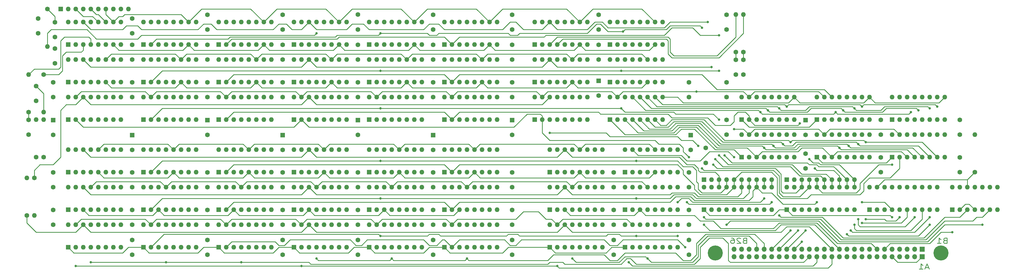
<source format=gbr>
%TF.GenerationSoftware,KiCad,Pcbnew,8.0.1*%
%TF.CreationDate,2024-03-27T18:11:15+11:00*%
%TF.ProjectId,System Memory Board,53797374-656d-4204-9d65-6d6f72792042,rev?*%
%TF.SameCoordinates,Original*%
%TF.FileFunction,Copper,L4,Bot*%
%TF.FilePolarity,Positive*%
%FSLAX46Y46*%
G04 Gerber Fmt 4.6, Leading zero omitted, Abs format (unit mm)*
G04 Created by KiCad (PCBNEW 8.0.1) date 2024-03-27 18:11:15*
%MOMM*%
%LPD*%
G01*
G04 APERTURE LIST*
%ADD10C,0.250000*%
%TA.AperFunction,NonConductor*%
%ADD11C,0.250000*%
%TD*%
%TA.AperFunction,ComponentPad*%
%ADD12R,1.600000X1.600000*%
%TD*%
%TA.AperFunction,ComponentPad*%
%ADD13O,1.600000X1.600000*%
%TD*%
%TA.AperFunction,ComponentPad*%
%ADD14C,5.080000*%
%TD*%
%TA.AperFunction,ComponentPad*%
%ADD15R,1.700000X1.700000*%
%TD*%
%TA.AperFunction,ComponentPad*%
%ADD16O,1.700000X1.700000*%
%TD*%
%TA.AperFunction,ComponentPad*%
%ADD17C,1.600000*%
%TD*%
%TA.AperFunction,ViaPad*%
%ADD18C,0.800000*%
%TD*%
%TA.AperFunction,Conductor*%
%ADD19C,0.250000*%
%TD*%
G04 APERTURE END LIST*
D10*
D11*
X279678384Y-155323857D02*
X279364098Y-155409571D01*
X279364098Y-155409571D02*
X279259336Y-155495285D01*
X279259336Y-155495285D02*
X279154574Y-155666714D01*
X279154574Y-155666714D02*
X279154574Y-155923857D01*
X279154574Y-155923857D02*
X279259336Y-156095285D01*
X279259336Y-156095285D02*
X279364098Y-156181000D01*
X279364098Y-156181000D02*
X279573622Y-156266714D01*
X279573622Y-156266714D02*
X280411717Y-156266714D01*
X280411717Y-156266714D02*
X280411717Y-154466714D01*
X280411717Y-154466714D02*
X279678384Y-154466714D01*
X279678384Y-154466714D02*
X279468860Y-154552428D01*
X279468860Y-154552428D02*
X279364098Y-154638142D01*
X279364098Y-154638142D02*
X279259336Y-154809571D01*
X279259336Y-154809571D02*
X279259336Y-154981000D01*
X279259336Y-154981000D02*
X279364098Y-155152428D01*
X279364098Y-155152428D02*
X279468860Y-155238142D01*
X279468860Y-155238142D02*
X279678384Y-155323857D01*
X279678384Y-155323857D02*
X280411717Y-155323857D01*
X278316479Y-154638142D02*
X278211717Y-154552428D01*
X278211717Y-154552428D02*
X278002193Y-154466714D01*
X278002193Y-154466714D02*
X277478384Y-154466714D01*
X277478384Y-154466714D02*
X277268860Y-154552428D01*
X277268860Y-154552428D02*
X277164098Y-154638142D01*
X277164098Y-154638142D02*
X277059336Y-154809571D01*
X277059336Y-154809571D02*
X277059336Y-154981000D01*
X277059336Y-154981000D02*
X277164098Y-155238142D01*
X277164098Y-155238142D02*
X278421241Y-156266714D01*
X278421241Y-156266714D02*
X277059336Y-156266714D01*
X275173622Y-154466714D02*
X275592669Y-154466714D01*
X275592669Y-154466714D02*
X275802193Y-154552428D01*
X275802193Y-154552428D02*
X275906955Y-154638142D01*
X275906955Y-154638142D02*
X276116479Y-154895285D01*
X276116479Y-154895285D02*
X276221241Y-155238142D01*
X276221241Y-155238142D02*
X276221241Y-155923857D01*
X276221241Y-155923857D02*
X276116479Y-156095285D01*
X276116479Y-156095285D02*
X276011717Y-156181000D01*
X276011717Y-156181000D02*
X275802193Y-156266714D01*
X275802193Y-156266714D02*
X275383146Y-156266714D01*
X275383146Y-156266714D02*
X275173622Y-156181000D01*
X275173622Y-156181000D02*
X275068860Y-156095285D01*
X275068860Y-156095285D02*
X274964098Y-155923857D01*
X274964098Y-155923857D02*
X274964098Y-155495285D01*
X274964098Y-155495285D02*
X275068860Y-155323857D01*
X275068860Y-155323857D02*
X275173622Y-155238142D01*
X275173622Y-155238142D02*
X275383146Y-155152428D01*
X275383146Y-155152428D02*
X275802193Y-155152428D01*
X275802193Y-155152428D02*
X276011717Y-155238142D01*
X276011717Y-155238142D02*
X276116479Y-155323857D01*
X276116479Y-155323857D02*
X276221241Y-155495285D01*
D10*
D11*
X347328384Y-155323857D02*
X347014098Y-155409571D01*
X347014098Y-155409571D02*
X346909336Y-155495285D01*
X346909336Y-155495285D02*
X346804574Y-155666714D01*
X346804574Y-155666714D02*
X346804574Y-155923857D01*
X346804574Y-155923857D02*
X346909336Y-156095285D01*
X346909336Y-156095285D02*
X347014098Y-156181000D01*
X347014098Y-156181000D02*
X347223622Y-156266714D01*
X347223622Y-156266714D02*
X348061717Y-156266714D01*
X348061717Y-156266714D02*
X348061717Y-154466714D01*
X348061717Y-154466714D02*
X347328384Y-154466714D01*
X347328384Y-154466714D02*
X347118860Y-154552428D01*
X347118860Y-154552428D02*
X347014098Y-154638142D01*
X347014098Y-154638142D02*
X346909336Y-154809571D01*
X346909336Y-154809571D02*
X346909336Y-154981000D01*
X346909336Y-154981000D02*
X347014098Y-155152428D01*
X347014098Y-155152428D02*
X347118860Y-155238142D01*
X347118860Y-155238142D02*
X347328384Y-155323857D01*
X347328384Y-155323857D02*
X348061717Y-155323857D01*
X344709336Y-156266714D02*
X345966479Y-156266714D01*
X345337907Y-156266714D02*
X345337907Y-154466714D01*
X345337907Y-154466714D02*
X345547431Y-154723857D01*
X345547431Y-154723857D02*
X345756955Y-154895285D01*
X345756955Y-154895285D02*
X345966479Y-154981000D01*
D10*
D11*
X341766479Y-164502428D02*
X340718860Y-164502428D01*
X341976003Y-165016714D02*
X341242669Y-163216714D01*
X341242669Y-163216714D02*
X340509336Y-165016714D01*
X338623622Y-165016714D02*
X339880765Y-165016714D01*
X339252193Y-165016714D02*
X339252193Y-163216714D01*
X339252193Y-163216714D02*
X339461717Y-163473857D01*
X339461717Y-163473857D02*
X339671241Y-163645285D01*
X339671241Y-163645285D02*
X339880765Y-163731000D01*
D12*
%TO.P,U58,1*%
%TO.N,/XB*%
X349780000Y-144970000D03*
D13*
%TO.P,U58,2*%
%TO.N,/+RAS*%
X352320000Y-144970000D03*
%TO.P,U58,3*%
%TO.N,Net-(U56-CE)*%
X354860000Y-144970000D03*
%TO.P,U58,4*%
%TO.N,/+RAS*%
X357400000Y-144970000D03*
%TO.P,U58,5*%
%TO.N,/XA*%
X359940000Y-144970000D03*
%TO.P,U58,6*%
%TO.N,Net-(U55-CE)*%
X362480000Y-144970000D03*
%TO.P,U58,7,GND*%
%TO.N,GND*%
X365020000Y-144970000D03*
%TO.P,U58,8*%
%TO.N,unconnected-(U58-Pad8)*%
X365020000Y-137350000D03*
%TO.P,U58,9*%
%TO.N,unconnected-(U58-Pad9)*%
X362480000Y-137350000D03*
%TO.P,U58,10*%
%TO.N,unconnected-(U58-Pad10)*%
X359940000Y-137350000D03*
%TO.P,U58,11*%
%TO.N,/MA7*%
X357400000Y-137350000D03*
%TO.P,U58,12*%
%TO.N,Net-(U57-OEa)*%
X354860000Y-137350000D03*
%TO.P,U58,13*%
%TO.N,/A7*%
X352320000Y-137350000D03*
%TO.P,U58,14,VCC*%
%TO.N,VCC*%
X349780000Y-137350000D03*
%TD*%
D14*
%TO.P,P300,*%
%TO.N,*%
X345970000Y-159575000D03*
X269770000Y-159575000D03*
D15*
%TO.P,P300,a1,Pin_a1*%
%TO.N,GND*%
X339620000Y-160845000D03*
D16*
%TO.P,P300,a2,Pin_a2*%
%TO.N,VCC*%
X337080000Y-160845000D03*
%TO.P,P300,a3,Pin_a3*%
%TO.N,unconnected-(P300-Pin_a3-Pada3)*%
X334540000Y-160845000D03*
%TO.P,P300,a4,Pin_a4*%
%TO.N,/~{WE34}*%
X332000000Y-160845000D03*
%TO.P,P300,a5,Pin_a5*%
%TO.N,GND*%
X329460000Y-160845000D03*
%TO.P,P300,a6,Pin_a6*%
%TO.N,/~{MEM_DIR}*%
X326920000Y-160845000D03*
%TO.P,P300,a7,Pin_a7*%
%TO.N,/A6*%
X324380000Y-160845000D03*
%TO.P,P300,a8,Pin_a8*%
%TO.N,/A8*%
X321840000Y-160845000D03*
%TO.P,P300,a9,Pin_a9*%
%TO.N,/A0*%
X319300000Y-160845000D03*
%TO.P,P300,a10,Pin_a10*%
%TO.N,/A2*%
X316760000Y-160845000D03*
%TO.P,P300,a11,Pin_a11*%
%TO.N,/A1*%
X314220000Y-160845000D03*
%TO.P,P300,a12,Pin_a12*%
%TO.N,/MDPIN1*%
X311680000Y-160845000D03*
%TO.P,P300,a13,Pin_a13*%
%TO.N,/MDPIN0*%
X309140000Y-160845000D03*
%TO.P,P300,a14,Pin_a14*%
%TO.N,/~{CASH}*%
X306600000Y-160845000D03*
%TO.P,P300,a15,Pin_a15*%
%TO.N,/~{CASL}*%
X304060000Y-160845000D03*
%TO.P,P300,a16,Pin_a16*%
%TO.N,/~{RAS4}*%
X301520000Y-160845000D03*
%TO.P,P300,a17,Pin_a17*%
%TO.N,/D7*%
X298980000Y-160845000D03*
%TO.P,P300,a18,Pin_a18*%
%TO.N,/D6*%
X296440000Y-160845000D03*
%TO.P,P300,a19,Pin_a19*%
%TO.N,/D5*%
X293900000Y-160845000D03*
%TO.P,P300,a20,Pin_a20*%
%TO.N,/D4*%
X291360000Y-160845000D03*
%TO.P,P300,a21,Pin_a21*%
%TO.N,/D3*%
X288820000Y-160845000D03*
%TO.P,P300,a22,Pin_a22*%
%TO.N,/D2*%
X286280000Y-160845000D03*
%TO.P,P300,a23,Pin_a23*%
%TO.N,/D1*%
X283740000Y-160845000D03*
%TO.P,P300,a24,Pin_a24*%
%TO.N,/D0*%
X281200000Y-160845000D03*
%TO.P,P300,a25,Pin_a25*%
%TO.N,VCC*%
X278660000Y-160845000D03*
%TO.P,P300,a26,Pin_a26*%
%TO.N,GND*%
X276120000Y-160845000D03*
D15*
%TO.P,P300,b1,Pin_b1*%
X339620000Y-158305000D03*
D16*
%TO.P,P300,b2,Pin_b2*%
%TO.N,VCC*%
X337080000Y-158305000D03*
%TO.P,P300,b3,Pin_b3*%
%TO.N,unconnected-(P300-Pin_b3-Padb3)*%
X334540000Y-158305000D03*
%TO.P,P300,b4,Pin_b4*%
%TO.N,unconnected-(P300-Pin_b4-Padb4)*%
X332000000Y-158305000D03*
%TO.P,P300,b5,Pin_b5*%
%TO.N,/+RAS*%
X329460000Y-158305000D03*
%TO.P,P300,b6,Pin_b6*%
%TO.N,/XB*%
X326920000Y-158305000D03*
%TO.P,P300,b7,Pin_b7*%
%TO.N,/~{WE2}*%
X324380000Y-158305000D03*
%TO.P,P300,b8,Pin_b8*%
%TO.N,/A3*%
X321840000Y-158305000D03*
%TO.P,P300,b9,Pin_b9*%
%TO.N,/A4*%
X319300000Y-158305000D03*
%TO.P,P300,b10,Pin_b10*%
%TO.N,/A5*%
X316760000Y-158305000D03*
%TO.P,P300,b11,Pin_b11*%
%TO.N,/A7*%
X314220000Y-158305000D03*
%TO.P,P300,b12,Pin_b12*%
%TO.N,/MDPOUT1*%
X311680000Y-158305000D03*
%TO.P,P300,b13,Pin_b13*%
%TO.N,/MDPOUT0*%
X309140000Y-158305000D03*
%TO.P,P300,b14,Pin_b14*%
%TO.N,/D15*%
X306600000Y-158305000D03*
%TO.P,P300,b15,Pin_b15*%
%TO.N,/D14*%
X304060000Y-158305000D03*
%TO.P,P300,b16,Pin_b16*%
%TO.N,/D13*%
X301520000Y-158305000D03*
%TO.P,P300,b17,Pin_b17*%
%TO.N,/D12*%
X298980000Y-158305000D03*
%TO.P,P300,b18,Pin_b18*%
%TO.N,/D11*%
X296440000Y-158305000D03*
%TO.P,P300,b19,Pin_b19*%
%TO.N,/D10*%
X293900000Y-158305000D03*
%TO.P,P300,b20,Pin_b20*%
%TO.N,/D9*%
X291360000Y-158305000D03*
%TO.P,P300,b21,Pin_b21*%
%TO.N,/D8*%
X288820000Y-158305000D03*
%TO.P,P300,b22,Pin_b22*%
%TO.N,/~{RAS3}*%
X286280000Y-158305000D03*
%TO.P,P300,b23,Pin_b23*%
%TO.N,/~{RAS2}*%
X283740000Y-158305000D03*
%TO.P,P300,b24,Pin_b24*%
%TO.N,/XA*%
X281200000Y-158305000D03*
%TO.P,P300,b25,Pin_b25*%
%TO.N,VCC*%
X278660000Y-158305000D03*
%TO.P,P300,b26,Pin_b26*%
%TO.N,GND*%
X276120000Y-158305000D03*
%TD*%
D12*
%TO.P,U56,1,A->B*%
%TO.N,/~{MEM_DIR}*%
X293900000Y-144970000D03*
D13*
%TO.P,U56,2,A0*%
%TO.N,/D8*%
X296440000Y-144970000D03*
%TO.P,U56,3,A1*%
%TO.N,/D9*%
X298980000Y-144970000D03*
%TO.P,U56,4,A2*%
%TO.N,/D10*%
X301520000Y-144970000D03*
%TO.P,U56,5,A3*%
%TO.N,/D11*%
X304060000Y-144970000D03*
%TO.P,U56,6,A4*%
%TO.N,/D12*%
X306600000Y-144970000D03*
%TO.P,U56,7,A5*%
%TO.N,/D13*%
X309140000Y-144970000D03*
%TO.P,U56,8,A6*%
%TO.N,/D14*%
X311680000Y-144970000D03*
%TO.P,U56,9,A7*%
%TO.N,/D15*%
X314220000Y-144970000D03*
%TO.P,U56,10,GND*%
%TO.N,GND*%
X316760000Y-144970000D03*
%TO.P,U56,11,B7*%
%TO.N,/MD15*%
X316760000Y-137350000D03*
%TO.P,U56,12,B6*%
%TO.N,/MD14*%
X314220000Y-137350000D03*
%TO.P,U56,13,B5*%
%TO.N,/MD13*%
X311680000Y-137350000D03*
%TO.P,U56,14,B4*%
%TO.N,/MD12*%
X309140000Y-137350000D03*
%TO.P,U56,15,B3*%
%TO.N,/MD11*%
X306600000Y-137350000D03*
%TO.P,U56,16,B2*%
%TO.N,/MD10*%
X304060000Y-137350000D03*
%TO.P,U56,17,B1*%
%TO.N,/MD9*%
X301520000Y-137350000D03*
%TO.P,U56,18,B0*%
%TO.N,/MD8*%
X298980000Y-137350000D03*
%TO.P,U56,19,CE*%
%TO.N,Net-(U56-CE)*%
X296440000Y-137350000D03*
%TO.P,U56,20,VCC*%
%TO.N,VCC*%
X293900000Y-137350000D03*
%TD*%
D12*
%TO.P,U57,1,OEa*%
%TO.N,Net-(U57-OEa)*%
X321840000Y-144970000D03*
D13*
%TO.P,U57,2,I0a*%
%TO.N,/A8*%
X324380000Y-144970000D03*
%TO.P,U57,3,O3b*%
%TO.N,/MA6*%
X326920000Y-144970000D03*
%TO.P,U57,4,I1a*%
%TO.N,/A3*%
X329460000Y-144970000D03*
%TO.P,U57,5,O2b*%
%TO.N,/MA0*%
X332000000Y-144970000D03*
%TO.P,U57,6,I2a*%
%TO.N,/A4*%
X334540000Y-144970000D03*
%TO.P,U57,7,O1b*%
%TO.N,/MA2*%
X337080000Y-144970000D03*
%TO.P,U57,8,I3a*%
%TO.N,/A5*%
X339620000Y-144970000D03*
%TO.P,U57,9,O0b*%
%TO.N,/MA1*%
X342160000Y-144970000D03*
%TO.P,U57,10,GND*%
%TO.N,GND*%
X344700000Y-144970000D03*
%TO.P,U57,11,I0b*%
%TO.N,/A1*%
X344700000Y-137350000D03*
%TO.P,U57,12,O3a*%
%TO.N,/MA5*%
X342160000Y-137350000D03*
%TO.P,U57,13,I1b*%
%TO.N,/A2*%
X339620000Y-137350000D03*
%TO.P,U57,14,O2a*%
%TO.N,/MA4*%
X337080000Y-137350000D03*
%TO.P,U57,15,I2b*%
%TO.N,/A0*%
X334540000Y-137350000D03*
%TO.P,U57,16,O1a*%
%TO.N,/MA3*%
X332000000Y-137350000D03*
%TO.P,U57,17,I3b*%
%TO.N,/A6*%
X329460000Y-137350000D03*
%TO.P,U57,18,O0a*%
%TO.N,/MA8*%
X326920000Y-137350000D03*
%TO.P,U57,19,OEb*%
%TO.N,Net-(U57-OEa)*%
X324380000Y-137350000D03*
%TO.P,U57,20,VCC*%
%TO.N,VCC*%
X321840000Y-137350000D03*
%TD*%
D12*
%TO.P,U55,1,A->B*%
%TO.N,/~{MEM_DIR}*%
X265960000Y-144970000D03*
D13*
%TO.P,U55,2,A0*%
%TO.N,/D0*%
X268500000Y-144970000D03*
%TO.P,U55,3,A1*%
%TO.N,/D1*%
X271040000Y-144970000D03*
%TO.P,U55,4,A2*%
%TO.N,/D2*%
X273580000Y-144970000D03*
%TO.P,U55,5,A3*%
%TO.N,/D3*%
X276120000Y-144970000D03*
%TO.P,U55,6,A4*%
%TO.N,/D4*%
X278660000Y-144970000D03*
%TO.P,U55,7,A5*%
%TO.N,/D5*%
X281200000Y-144970000D03*
%TO.P,U55,8,A6*%
%TO.N,/D6*%
X283740000Y-144970000D03*
%TO.P,U55,9,A7*%
%TO.N,/D7*%
X286280000Y-144970000D03*
%TO.P,U55,10,GND*%
%TO.N,GND*%
X288820000Y-144970000D03*
%TO.P,U55,11,B7*%
%TO.N,/MD7*%
X288820000Y-137350000D03*
%TO.P,U55,12,B6*%
%TO.N,/MD6*%
X286280000Y-137350000D03*
%TO.P,U55,13,B5*%
%TO.N,/MD5*%
X283740000Y-137350000D03*
%TO.P,U55,14,B4*%
%TO.N,/MD4*%
X281200000Y-137350000D03*
%TO.P,U55,15,B3*%
%TO.N,/MD3*%
X278660000Y-137350000D03*
%TO.P,U55,16,B2*%
%TO.N,/MD2*%
X276120000Y-137350000D03*
%TO.P,U55,17,B1*%
%TO.N,/MD1*%
X273580000Y-137350000D03*
%TO.P,U55,18,B0*%
%TO.N,/MD0*%
X271040000Y-137350000D03*
%TO.P,U55,19,CE*%
%TO.N,Net-(U55-CE)*%
X268500000Y-137350000D03*
%TO.P,U55,20,VCC*%
%TO.N,VCC*%
X265960000Y-137350000D03*
%TD*%
D12*
%TO.P,Z1,1,common*%
%TO.N,VCC*%
X48790000Y-77025000D03*
D13*
%TO.P,Z1,2,R1*%
%TO.N,/MA6*%
X51330000Y-77025000D03*
%TO.P,Z1,3,R2*%
%TO.N,/MA3*%
X53870000Y-77025000D03*
%TO.P,Z1,4,R3*%
%TO.N,/MA0*%
X56410000Y-77025000D03*
%TO.P,Z1,5,R4*%
%TO.N,/MA4*%
X58950000Y-77025000D03*
%TO.P,Z1,6,R5*%
%TO.N,/MA2*%
X61490000Y-77025000D03*
%TO.P,Z1,7,R6*%
%TO.N,/MA5*%
X64030000Y-77025000D03*
%TO.P,Z1,8,R7*%
%TO.N,/MA1*%
X66570000Y-77025000D03*
%TO.P,Z1,9,R8*%
%TO.N,/MA7*%
X69110000Y-77025000D03*
%TO.P,Z1,10,R9*%
%TO.N,unconnected-(Z1-R9-Pad10)*%
X71650000Y-77025000D03*
%TD*%
D12*
%TO.P,Z2,1,common*%
%TO.N,VCC*%
X265960000Y-134810000D03*
D13*
%TO.P,Z2,2,R1*%
%TO.N,unconnected-(Z2-R1-Pad2)*%
X268500000Y-134810000D03*
%TO.P,Z2,3,R2*%
%TO.N,/MD0*%
X271040000Y-134810000D03*
%TO.P,Z2,4,R3*%
%TO.N,/MD1*%
X273580000Y-134810000D03*
%TO.P,Z2,5,R4*%
%TO.N,/MD2*%
X276120000Y-134810000D03*
%TO.P,Z2,6,R5*%
%TO.N,/MD3*%
X278660000Y-134810000D03*
%TO.P,Z2,7,R6*%
%TO.N,/MD4*%
X281200000Y-134810000D03*
%TO.P,Z2,8,R7*%
%TO.N,/MD5*%
X283740000Y-134810000D03*
%TO.P,Z2,9,R8*%
%TO.N,/MD6*%
X286280000Y-134810000D03*
%TO.P,Z2,10,R9*%
%TO.N,/MD7*%
X288820000Y-134810000D03*
%TD*%
D12*
%TO.P,Z3,1,common*%
%TO.N,VCC*%
X293900000Y-134810000D03*
D13*
%TO.P,Z3,2,R1*%
%TO.N,unconnected-(Z3-R1-Pad2)*%
X296440000Y-134810000D03*
%TO.P,Z3,3,R2*%
%TO.N,/MD8*%
X298980000Y-134810000D03*
%TO.P,Z3,4,R3*%
%TO.N,/MD9*%
X301520000Y-134810000D03*
%TO.P,Z3,5,R4*%
%TO.N,/MD10*%
X304060000Y-134810000D03*
%TO.P,Z3,6,R5*%
%TO.N,/MD11*%
X306600000Y-134810000D03*
%TO.P,Z3,7,R6*%
%TO.N,/MD12*%
X309140000Y-134810000D03*
%TO.P,Z3,8,R7*%
%TO.N,/MD13*%
X311680000Y-134810000D03*
%TO.P,Z3,9,R8*%
%TO.N,/MD14*%
X314220000Y-134810000D03*
%TO.P,Z3,10,R9*%
%TO.N,/MD15*%
X316760000Y-134810000D03*
%TD*%
D17*
%TO.P,R10,1*%
%TO.N,/MDPOUT1*%
X39900000Y-134175000D03*
D13*
%TO.P,R10,2*%
%TO.N,VCC*%
X39900000Y-146875000D03*
%TD*%
D17*
%TO.P,R1,1*%
%TO.N,GND*%
X40535000Y-127190000D03*
D13*
%TO.P,R1,2*%
%TO.N,/MA8*%
X40535000Y-114490000D03*
%TD*%
D17*
%TO.P,R9,1*%
%TO.N,/MDPOUT0*%
X37360000Y-146875000D03*
D13*
%TO.P,R9,2*%
%TO.N,VCC*%
X37360000Y-134175000D03*
%TD*%
D17*
%TO.P,R3,1*%
%TO.N,Net-(U57-OEa)*%
X357400000Y-132270000D03*
D13*
%TO.P,R3,2*%
%TO.N,GND*%
X357400000Y-119570000D03*
%TD*%
D17*
%TO.P,R2,1*%
%TO.N,VCC*%
X43075000Y-127190000D03*
D13*
%TO.P,R2,2*%
%TO.N,/MA8*%
X43075000Y-114490000D03*
%TD*%
D17*
%TO.P,R6,1*%
%TO.N,Net-(C73-Pad1)*%
X276755000Y-91630000D03*
D13*
%TO.P,R6,2*%
%TO.N,/~{WE2}*%
X276755000Y-78930000D03*
%TD*%
D17*
%TO.P,R8,1*%
%TO.N,Net-(C72-Pad1)*%
X44345000Y-77025000D03*
D13*
%TO.P,R8,2*%
%TO.N,/~{RAS3}*%
X44345000Y-89725000D03*
%TD*%
D17*
%TO.P,R5,1*%
%TO.N,/~{WE34}*%
X43075000Y-99250000D03*
D13*
%TO.P,R5,2*%
%TO.N,Net-(C70-Pad1)*%
X43075000Y-111950000D03*
%TD*%
D17*
%TO.P,R7,1*%
%TO.N,Net-(C74-Pad1)*%
X279295000Y-91630000D03*
D13*
%TO.P,R7,2*%
%TO.N,/~{RAS2}*%
X279295000Y-78930000D03*
%TD*%
D17*
%TO.P,R4,1*%
%TO.N,Net-(C71-Pad1)*%
X37995000Y-111950000D03*
D13*
%TO.P,R4,2*%
%TO.N,/~{RAS4}*%
X37995000Y-99250000D03*
%TD*%
D12*
%TO.P,U8,1,A8*%
%TO.N,/MA8*%
X234210000Y-89090000D03*
D13*
%TO.P,U8,2,D*%
%TO.N,/MD9*%
X236750000Y-89090000D03*
%TO.P,U8,3,~{WE}*%
%TO.N,/~{WE2}*%
X239290000Y-89090000D03*
%TO.P,U8,4,~{RAS}*%
%TO.N,/~{RAS2}*%
X241830000Y-89090000D03*
%TO.P,U8,5,A0*%
%TO.N,/MA0*%
X244370000Y-89090000D03*
%TO.P,U8,6,A2*%
%TO.N,/MA2*%
X246910000Y-89090000D03*
%TO.P,U8,7,A1*%
%TO.N,/MA1*%
X249450000Y-89090000D03*
%TO.P,U8,8,VCC*%
%TO.N,VCC*%
X251990000Y-89090000D03*
%TO.P,U8,9,A7*%
%TO.N,/MA7*%
X251990000Y-81470000D03*
%TO.P,U8,10,A5*%
%TO.N,/MA5*%
X249450000Y-81470000D03*
%TO.P,U8,11,A4*%
%TO.N,/MA4*%
X246910000Y-81470000D03*
%TO.P,U8,12,A3*%
%TO.N,/MA3*%
X244370000Y-81470000D03*
%TO.P,U8,13,A6*%
%TO.N,/MA6*%
X241830000Y-81470000D03*
%TO.P,U8,14,Q*%
%TO.N,/MD9*%
X239290000Y-81470000D03*
%TO.P,U8,15,~{CAS}*%
%TO.N,/~{CASH}*%
X236750000Y-81470000D03*
%TO.P,U8,16,VSS*%
%TO.N,GND*%
X234210000Y-81470000D03*
%TD*%
D12*
%TO.P,U24,1,A8*%
%TO.N,/MA8*%
X234210000Y-114490000D03*
D13*
%TO.P,U24,2,D*%
%TO.N,/MD14*%
X236750000Y-114490000D03*
%TO.P,U24,3,~{WE}*%
%TO.N,/~{WE2}*%
X239290000Y-114490000D03*
%TO.P,U24,4,~{RAS}*%
%TO.N,/~{RAS2}*%
X241830000Y-114490000D03*
%TO.P,U24,5,A0*%
%TO.N,/MA0*%
X244370000Y-114490000D03*
%TO.P,U24,6,A2*%
%TO.N,/MA2*%
X246910000Y-114490000D03*
%TO.P,U24,7,A1*%
%TO.N,/MA1*%
X249450000Y-114490000D03*
%TO.P,U24,8,VCC*%
%TO.N,VCC*%
X251990000Y-114490000D03*
%TO.P,U24,9,A7*%
%TO.N,/MA7*%
X251990000Y-106870000D03*
%TO.P,U24,10,A5*%
%TO.N,/MA5*%
X249450000Y-106870000D03*
%TO.P,U24,11,A4*%
%TO.N,/MA4*%
X246910000Y-106870000D03*
%TO.P,U24,12,A3*%
%TO.N,/MA3*%
X244370000Y-106870000D03*
%TO.P,U24,13,A6*%
%TO.N,/MA6*%
X241830000Y-106870000D03*
%TO.P,U24,14,Q*%
%TO.N,/MD14*%
X239290000Y-106870000D03*
%TO.P,U24,15,~{CAS}*%
%TO.N,/~{CASH}*%
X236750000Y-106870000D03*
%TO.P,U24,16,VSS*%
%TO.N,GND*%
X234210000Y-106870000D03*
%TD*%
D12*
%TO.P,U40,1,A8*%
%TO.N,/MA8*%
X239290000Y-144970000D03*
D13*
%TO.P,U40,2,D*%
%TO.N,/MD4*%
X241830000Y-144970000D03*
%TO.P,U40,3,~{WE}*%
%TO.N,/~{WE2}*%
X244370000Y-144970000D03*
%TO.P,U40,4,~{RAS}*%
%TO.N,/~{RAS2}*%
X246910000Y-144970000D03*
%TO.P,U40,5,A0*%
%TO.N,/MA0*%
X249450000Y-144970000D03*
%TO.P,U40,6,A2*%
%TO.N,/MA2*%
X251990000Y-144970000D03*
%TO.P,U40,7,A1*%
%TO.N,/MA1*%
X254530000Y-144970000D03*
%TO.P,U40,8,VCC*%
%TO.N,VCC*%
X257070000Y-144970000D03*
%TO.P,U40,9,A7*%
%TO.N,/MA7*%
X257070000Y-137350000D03*
%TO.P,U40,10,A5*%
%TO.N,/MA5*%
X254530000Y-137350000D03*
%TO.P,U40,11,A4*%
%TO.N,/MA4*%
X251990000Y-137350000D03*
%TO.P,U40,12,A3*%
%TO.N,/MA3*%
X249450000Y-137350000D03*
%TO.P,U40,13,A6*%
%TO.N,/MA6*%
X246910000Y-137350000D03*
%TO.P,U40,14,Q*%
%TO.N,/MD4*%
X244370000Y-137350000D03*
%TO.P,U40,15,~{CAS}*%
%TO.N,/~{CASL}*%
X241830000Y-137350000D03*
%TO.P,U40,16,VSS*%
%TO.N,GND*%
X239290000Y-137350000D03*
%TD*%
D12*
%TO.P,U51,1,A8*%
%TO.N,/MA8*%
X329460000Y-114490000D03*
D13*
%TO.P,U51,2,D*%
%TO.N,/MD10*%
X332000000Y-114490000D03*
%TO.P,U51,3,~{WE}*%
%TO.N,/~{WE2}*%
X334540000Y-114490000D03*
%TO.P,U51,4,~{RAS}*%
%TO.N,/~{RAS2}*%
X337080000Y-114490000D03*
%TO.P,U51,5,A0*%
%TO.N,/MA0*%
X339620000Y-114490000D03*
%TO.P,U51,6,A2*%
%TO.N,/MA2*%
X342160000Y-114490000D03*
%TO.P,U51,7,A1*%
%TO.N,/MA1*%
X344700000Y-114490000D03*
%TO.P,U51,8,VCC*%
%TO.N,VCC*%
X347240000Y-114490000D03*
%TO.P,U51,9,A7*%
%TO.N,/MA7*%
X347240000Y-106870000D03*
%TO.P,U51,10,A5*%
%TO.N,/MA5*%
X344700000Y-106870000D03*
%TO.P,U51,11,A4*%
%TO.N,/MA4*%
X342160000Y-106870000D03*
%TO.P,U51,12,A3*%
%TO.N,/MA3*%
X339620000Y-106870000D03*
%TO.P,U51,13,A6*%
%TO.N,/MA6*%
X337080000Y-106870000D03*
%TO.P,U51,14,Q*%
%TO.N,/MD10*%
X334540000Y-106870000D03*
%TO.P,U51,15,~{CAS}*%
%TO.N,/~{CASH}*%
X332000000Y-106870000D03*
%TO.P,U51,16,VSS*%
%TO.N,GND*%
X329460000Y-106870000D03*
%TD*%
D12*
%TO.P,U49,1,A8*%
%TO.N,/MA8*%
X278660000Y-114490000D03*
D13*
%TO.P,U49,2,D*%
%TO.N,/MD15*%
X281200000Y-114490000D03*
%TO.P,U49,3,~{WE}*%
%TO.N,/~{WE2}*%
X283740000Y-114490000D03*
%TO.P,U49,4,~{RAS}*%
%TO.N,/~{RAS2}*%
X286280000Y-114490000D03*
%TO.P,U49,5,A0*%
%TO.N,/MA0*%
X288820000Y-114490000D03*
%TO.P,U49,6,A2*%
%TO.N,/MA2*%
X291360000Y-114490000D03*
%TO.P,U49,7,A1*%
%TO.N,/MA1*%
X293900000Y-114490000D03*
%TO.P,U49,8,VCC*%
%TO.N,VCC*%
X296440000Y-114490000D03*
%TO.P,U49,9,A7*%
%TO.N,/MA7*%
X296440000Y-106870000D03*
%TO.P,U49,10,A5*%
%TO.N,/MA5*%
X293900000Y-106870000D03*
%TO.P,U49,11,A4*%
%TO.N,/MA4*%
X291360000Y-106870000D03*
%TO.P,U49,12,A3*%
%TO.N,/MA3*%
X288820000Y-106870000D03*
%TO.P,U49,13,A6*%
%TO.N,/MA6*%
X286280000Y-106870000D03*
%TO.P,U49,14,Q*%
%TO.N,/MD15*%
X283740000Y-106870000D03*
%TO.P,U49,15,~{CAS}*%
%TO.N,/~{CASH}*%
X281200000Y-106870000D03*
%TO.P,U49,16,VSS*%
%TO.N,GND*%
X278660000Y-106870000D03*
%TD*%
D12*
%TO.P,U53,1,A8*%
%TO.N,/MA8*%
X304060000Y-127190000D03*
D13*
%TO.P,U53,2,D*%
%TO.N,/MD5*%
X306600000Y-127190000D03*
%TO.P,U53,3,~{WE}*%
%TO.N,/~{WE2}*%
X309140000Y-127190000D03*
%TO.P,U53,4,~{RAS}*%
%TO.N,/~{RAS2}*%
X311680000Y-127190000D03*
%TO.P,U53,5,A0*%
%TO.N,/MA0*%
X314220000Y-127190000D03*
%TO.P,U53,6,A2*%
%TO.N,/MA2*%
X316760000Y-127190000D03*
%TO.P,U53,7,A1*%
%TO.N,/MA1*%
X319300000Y-127190000D03*
%TO.P,U53,8,VCC*%
%TO.N,VCC*%
X321840000Y-127190000D03*
%TO.P,U53,9,A7*%
%TO.N,/MA7*%
X321840000Y-119570000D03*
%TO.P,U53,10,A5*%
%TO.N,/MA5*%
X319300000Y-119570000D03*
%TO.P,U53,11,A4*%
%TO.N,/MA4*%
X316760000Y-119570000D03*
%TO.P,U53,12,A3*%
%TO.N,/MA3*%
X314220000Y-119570000D03*
%TO.P,U53,13,A6*%
%TO.N,/MA6*%
X311680000Y-119570000D03*
%TO.P,U53,14,Q*%
%TO.N,/MD5*%
X309140000Y-119570000D03*
%TO.P,U53,15,~{CAS}*%
%TO.N,/~{CASL}*%
X306600000Y-119570000D03*
%TO.P,U53,16,VSS*%
%TO.N,GND*%
X304060000Y-119570000D03*
%TD*%
D12*
%TO.P,U52,1,A8*%
%TO.N,/MA8*%
X278660000Y-127190000D03*
D13*
%TO.P,U52,2,D*%
%TO.N,/MD7*%
X281200000Y-127190000D03*
%TO.P,U52,3,~{WE}*%
%TO.N,/~{WE2}*%
X283740000Y-127190000D03*
%TO.P,U52,4,~{RAS}*%
%TO.N,/~{RAS2}*%
X286280000Y-127190000D03*
%TO.P,U52,5,A0*%
%TO.N,/MA0*%
X288820000Y-127190000D03*
%TO.P,U52,6,A2*%
%TO.N,/MA2*%
X291360000Y-127190000D03*
%TO.P,U52,7,A1*%
%TO.N,/MA1*%
X293900000Y-127190000D03*
%TO.P,U52,8,VCC*%
%TO.N,VCC*%
X296440000Y-127190000D03*
%TO.P,U52,9,A7*%
%TO.N,/MA7*%
X296440000Y-119570000D03*
%TO.P,U52,10,A5*%
%TO.N,/MA5*%
X293900000Y-119570000D03*
%TO.P,U52,11,A4*%
%TO.N,/MA4*%
X291360000Y-119570000D03*
%TO.P,U52,12,A3*%
%TO.N,/MA3*%
X288820000Y-119570000D03*
%TO.P,U52,13,A6*%
%TO.N,/MA6*%
X286280000Y-119570000D03*
%TO.P,U52,14,Q*%
%TO.N,/MD7*%
X283740000Y-119570000D03*
%TO.P,U52,15,~{CAS}*%
%TO.N,/~{CASL}*%
X281200000Y-119570000D03*
%TO.P,U52,16,VSS*%
%TO.N,GND*%
X278660000Y-119570000D03*
%TD*%
D12*
%TO.P,U54,1,A8*%
%TO.N,/MA8*%
X329460000Y-127190000D03*
D13*
%TO.P,U54,2,D*%
%TO.N,/MD2*%
X332000000Y-127190000D03*
%TO.P,U54,3,~{WE}*%
%TO.N,/~{WE2}*%
X334540000Y-127190000D03*
%TO.P,U54,4,~{RAS}*%
%TO.N,/~{RAS2}*%
X337080000Y-127190000D03*
%TO.P,U54,5,A0*%
%TO.N,/MA0*%
X339620000Y-127190000D03*
%TO.P,U54,6,A2*%
%TO.N,/MA2*%
X342160000Y-127190000D03*
%TO.P,U54,7,A1*%
%TO.N,/MA1*%
X344700000Y-127190000D03*
%TO.P,U54,8,VCC*%
%TO.N,VCC*%
X347240000Y-127190000D03*
%TO.P,U54,9,A7*%
%TO.N,/MA7*%
X347240000Y-119570000D03*
%TO.P,U54,10,A5*%
%TO.N,/MA5*%
X344700000Y-119570000D03*
%TO.P,U54,11,A4*%
%TO.N,/MA4*%
X342160000Y-119570000D03*
%TO.P,U54,12,A3*%
%TO.N,/MA3*%
X339620000Y-119570000D03*
%TO.P,U54,13,A6*%
%TO.N,/MA6*%
X337080000Y-119570000D03*
%TO.P,U54,14,Q*%
%TO.N,/MD2*%
X334540000Y-119570000D03*
%TO.P,U54,15,~{CAS}*%
%TO.N,/~{CASL}*%
X332000000Y-119570000D03*
%TO.P,U54,16,VSS*%
%TO.N,GND*%
X329460000Y-119570000D03*
%TD*%
D12*
%TO.P,U7,1,A8*%
%TO.N,/MA8*%
X208810000Y-89090000D03*
D13*
%TO.P,U7,2,D*%
%TO.N,/MD8*%
X211350000Y-89090000D03*
%TO.P,U7,3,~{WE}*%
%TO.N,/~{WE2}*%
X213890000Y-89090000D03*
%TO.P,U7,4,~{RAS}*%
%TO.N,/~{RAS2}*%
X216430000Y-89090000D03*
%TO.P,U7,5,A0*%
%TO.N,/MA0*%
X218970000Y-89090000D03*
%TO.P,U7,6,A2*%
%TO.N,/MA2*%
X221510000Y-89090000D03*
%TO.P,U7,7,A1*%
%TO.N,/MA1*%
X224050000Y-89090000D03*
%TO.P,U7,8,VCC*%
%TO.N,VCC*%
X226590000Y-89090000D03*
%TO.P,U7,9,A7*%
%TO.N,/MA7*%
X226590000Y-81470000D03*
%TO.P,U7,10,A5*%
%TO.N,/MA5*%
X224050000Y-81470000D03*
%TO.P,U7,11,A4*%
%TO.N,/MA4*%
X221510000Y-81470000D03*
%TO.P,U7,12,A3*%
%TO.N,/MA3*%
X218970000Y-81470000D03*
%TO.P,U7,13,A6*%
%TO.N,/MA6*%
X216430000Y-81470000D03*
%TO.P,U7,14,Q*%
%TO.N,/MD8*%
X213890000Y-81470000D03*
%TO.P,U7,15,~{CAS}*%
%TO.N,/~{CASH}*%
X211350000Y-81470000D03*
%TO.P,U7,16,VSS*%
%TO.N,GND*%
X208810000Y-81470000D03*
%TD*%
D12*
%TO.P,U32,1,A8*%
%TO.N,/MA8*%
X239290000Y-132270000D03*
D13*
%TO.P,U32,2,D*%
%TO.N,/MD1*%
X241830000Y-132270000D03*
%TO.P,U32,3,~{WE}*%
%TO.N,/~{WE2}*%
X244370000Y-132270000D03*
%TO.P,U32,4,~{RAS}*%
%TO.N,/~{RAS2}*%
X246910000Y-132270000D03*
%TO.P,U32,5,A0*%
%TO.N,/MA0*%
X249450000Y-132270000D03*
%TO.P,U32,6,A2*%
%TO.N,/MA2*%
X251990000Y-132270000D03*
%TO.P,U32,7,A1*%
%TO.N,/MA1*%
X254530000Y-132270000D03*
%TO.P,U32,8,VCC*%
%TO.N,VCC*%
X257070000Y-132270000D03*
%TO.P,U32,9,A7*%
%TO.N,/MA7*%
X257070000Y-124650000D03*
%TO.P,U32,10,A5*%
%TO.N,/MA5*%
X254530000Y-124650000D03*
%TO.P,U32,11,A4*%
%TO.N,/MA4*%
X251990000Y-124650000D03*
%TO.P,U32,12,A3*%
%TO.N,/MA3*%
X249450000Y-124650000D03*
%TO.P,U32,13,A6*%
%TO.N,/MA6*%
X246910000Y-124650000D03*
%TO.P,U32,14,Q*%
%TO.N,/MD1*%
X244370000Y-124650000D03*
%TO.P,U32,15,~{CAS}*%
%TO.N,/~{CASL}*%
X241830000Y-124650000D03*
%TO.P,U32,16,VSS*%
%TO.N,GND*%
X239290000Y-124650000D03*
%TD*%
D12*
%TO.P,U16,1,A8*%
%TO.N,/MA8*%
X234210000Y-101790000D03*
D13*
%TO.P,U16,2,D*%
%TO.N,/MD12*%
X236750000Y-101790000D03*
%TO.P,U16,3,~{WE}*%
%TO.N,/~{WE2}*%
X239290000Y-101790000D03*
%TO.P,U16,4,~{RAS}*%
%TO.N,/~{RAS2}*%
X241830000Y-101790000D03*
%TO.P,U16,5,A0*%
%TO.N,/MA0*%
X244370000Y-101790000D03*
%TO.P,U16,6,A2*%
%TO.N,/MA2*%
X246910000Y-101790000D03*
%TO.P,U16,7,A1*%
%TO.N,/MA1*%
X249450000Y-101790000D03*
%TO.P,U16,8,VCC*%
%TO.N,VCC*%
X251990000Y-101790000D03*
%TO.P,U16,9,A7*%
%TO.N,/MA7*%
X251990000Y-94170000D03*
%TO.P,U16,10,A5*%
%TO.N,/MA5*%
X249450000Y-94170000D03*
%TO.P,U16,11,A4*%
%TO.N,/MA4*%
X246910000Y-94170000D03*
%TO.P,U16,12,A3*%
%TO.N,/MA3*%
X244370000Y-94170000D03*
%TO.P,U16,13,A6*%
%TO.N,/MA6*%
X241830000Y-94170000D03*
%TO.P,U16,14,Q*%
%TO.N,/MD12*%
X239290000Y-94170000D03*
%TO.P,U16,15,~{CAS}*%
%TO.N,/~{CASH}*%
X236750000Y-94170000D03*
%TO.P,U16,16,VSS*%
%TO.N,GND*%
X234210000Y-94170000D03*
%TD*%
D12*
%TO.P,U23,1,A8*%
%TO.N,/MA8*%
X208810000Y-114490000D03*
D13*
%TO.P,U23,2,D*%
%TO.N,/MDPIN1*%
X211350000Y-114490000D03*
%TO.P,U23,3,~{WE}*%
%TO.N,/~{WE2}*%
X213890000Y-114490000D03*
%TO.P,U23,4,~{RAS}*%
%TO.N,/~{RAS2}*%
X216430000Y-114490000D03*
%TO.P,U23,5,A0*%
%TO.N,/MA0*%
X218970000Y-114490000D03*
%TO.P,U23,6,A2*%
%TO.N,/MA2*%
X221510000Y-114490000D03*
%TO.P,U23,7,A1*%
%TO.N,/MA1*%
X224050000Y-114490000D03*
%TO.P,U23,8,VCC*%
%TO.N,VCC*%
X226590000Y-114490000D03*
%TO.P,U23,9,A7*%
%TO.N,/MA7*%
X226590000Y-106870000D03*
%TO.P,U23,10,A5*%
%TO.N,/MA5*%
X224050000Y-106870000D03*
%TO.P,U23,11,A4*%
%TO.N,/MA4*%
X221510000Y-106870000D03*
%TO.P,U23,12,A3*%
%TO.N,/MA3*%
X218970000Y-106870000D03*
%TO.P,U23,13,A6*%
%TO.N,/MA6*%
X216430000Y-106870000D03*
%TO.P,U23,14,Q*%
%TO.N,/MDPOUT1*%
X213890000Y-106870000D03*
%TO.P,U23,15,~{CAS}*%
%TO.N,/~{CASH}*%
X211350000Y-106870000D03*
%TO.P,U23,16,VSS*%
%TO.N,GND*%
X208810000Y-106870000D03*
%TD*%
D12*
%TO.P,U48,1,A8*%
%TO.N,/MA8*%
X239290000Y-157670000D03*
D13*
%TO.P,U48,2,D*%
%TO.N,/MD6*%
X241830000Y-157670000D03*
%TO.P,U48,3,~{WE}*%
%TO.N,/~{WE2}*%
X244370000Y-157670000D03*
%TO.P,U48,4,~{RAS}*%
%TO.N,/~{RAS2}*%
X246910000Y-157670000D03*
%TO.P,U48,5,A0*%
%TO.N,/MA0*%
X249450000Y-157670000D03*
%TO.P,U48,6,A2*%
%TO.N,/MA2*%
X251990000Y-157670000D03*
%TO.P,U48,7,A1*%
%TO.N,/MA1*%
X254530000Y-157670000D03*
%TO.P,U48,8,VCC*%
%TO.N,VCC*%
X257070000Y-157670000D03*
%TO.P,U48,9,A7*%
%TO.N,/MA7*%
X257070000Y-150050000D03*
%TO.P,U48,10,A5*%
%TO.N,/MA5*%
X254530000Y-150050000D03*
%TO.P,U48,11,A4*%
%TO.N,/MA4*%
X251990000Y-150050000D03*
%TO.P,U48,12,A3*%
%TO.N,/MA3*%
X249450000Y-150050000D03*
%TO.P,U48,13,A6*%
%TO.N,/MA6*%
X246910000Y-150050000D03*
%TO.P,U48,14,Q*%
%TO.N,/MD6*%
X244370000Y-150050000D03*
%TO.P,U48,15,~{CAS}*%
%TO.N,/~{CASL}*%
X241830000Y-150050000D03*
%TO.P,U48,16,VSS*%
%TO.N,GND*%
X239290000Y-150050000D03*
%TD*%
D12*
%TO.P,U15,1,A8*%
%TO.N,/MA8*%
X208810000Y-101790000D03*
D13*
%TO.P,U15,2,D*%
%TO.N,/MD11*%
X211350000Y-101790000D03*
%TO.P,U15,3,~{WE}*%
%TO.N,/~{WE2}*%
X213890000Y-101790000D03*
%TO.P,U15,4,~{RAS}*%
%TO.N,/~{RAS2}*%
X216430000Y-101790000D03*
%TO.P,U15,5,A0*%
%TO.N,/MA0*%
X218970000Y-101790000D03*
%TO.P,U15,6,A2*%
%TO.N,/MA2*%
X221510000Y-101790000D03*
%TO.P,U15,7,A1*%
%TO.N,/MA1*%
X224050000Y-101790000D03*
%TO.P,U15,8,VCC*%
%TO.N,VCC*%
X226590000Y-101790000D03*
%TO.P,U15,9,A7*%
%TO.N,/MA7*%
X226590000Y-94170000D03*
%TO.P,U15,10,A5*%
%TO.N,/MA5*%
X224050000Y-94170000D03*
%TO.P,U15,11,A4*%
%TO.N,/MA4*%
X221510000Y-94170000D03*
%TO.P,U15,12,A3*%
%TO.N,/MA3*%
X218970000Y-94170000D03*
%TO.P,U15,13,A6*%
%TO.N,/MA6*%
X216430000Y-94170000D03*
%TO.P,U15,14,Q*%
%TO.N,/MD11*%
X213890000Y-94170000D03*
%TO.P,U15,15,~{CAS}*%
%TO.N,/~{CASH}*%
X211350000Y-94170000D03*
%TO.P,U15,16,VSS*%
%TO.N,GND*%
X208810000Y-94170000D03*
%TD*%
D12*
%TO.P,U31,1,A8*%
%TO.N,/MA8*%
X213890000Y-132270000D03*
D13*
%TO.P,U31,2,D*%
%TO.N,/MD0*%
X216430000Y-132270000D03*
%TO.P,U31,3,~{WE}*%
%TO.N,/~{WE2}*%
X218970000Y-132270000D03*
%TO.P,U31,4,~{RAS}*%
%TO.N,/~{RAS2}*%
X221510000Y-132270000D03*
%TO.P,U31,5,A0*%
%TO.N,/MA0*%
X224050000Y-132270000D03*
%TO.P,U31,6,A2*%
%TO.N,/MA2*%
X226590000Y-132270000D03*
%TO.P,U31,7,A1*%
%TO.N,/MA1*%
X229130000Y-132270000D03*
%TO.P,U31,8,VCC*%
%TO.N,VCC*%
X231670000Y-132270000D03*
%TO.P,U31,9,A7*%
%TO.N,/MA7*%
X231670000Y-124650000D03*
%TO.P,U31,10,A5*%
%TO.N,/MA5*%
X229130000Y-124650000D03*
%TO.P,U31,11,A4*%
%TO.N,/MA4*%
X226590000Y-124650000D03*
%TO.P,U31,12,A3*%
%TO.N,/MA3*%
X224050000Y-124650000D03*
%TO.P,U31,13,A6*%
%TO.N,/MA6*%
X221510000Y-124650000D03*
%TO.P,U31,14,Q*%
%TO.N,/MD0*%
X218970000Y-124650000D03*
%TO.P,U31,15,~{CAS}*%
%TO.N,/~{CASL}*%
X216430000Y-124650000D03*
%TO.P,U31,16,VSS*%
%TO.N,GND*%
X213890000Y-124650000D03*
%TD*%
D12*
%TO.P,U50,1,A8*%
%TO.N,/MA8*%
X304060000Y-114490000D03*
D13*
%TO.P,U50,2,D*%
%TO.N,/MD13*%
X306600000Y-114490000D03*
%TO.P,U50,3,~{WE}*%
%TO.N,/~{WE2}*%
X309140000Y-114490000D03*
%TO.P,U50,4,~{RAS}*%
%TO.N,/~{RAS2}*%
X311680000Y-114490000D03*
%TO.P,U50,5,A0*%
%TO.N,/MA0*%
X314220000Y-114490000D03*
%TO.P,U50,6,A2*%
%TO.N,/MA2*%
X316760000Y-114490000D03*
%TO.P,U50,7,A1*%
%TO.N,/MA1*%
X319300000Y-114490000D03*
%TO.P,U50,8,VCC*%
%TO.N,VCC*%
X321840000Y-114490000D03*
%TO.P,U50,9,A7*%
%TO.N,/MA7*%
X321840000Y-106870000D03*
%TO.P,U50,10,A5*%
%TO.N,/MA5*%
X319300000Y-106870000D03*
%TO.P,U50,11,A4*%
%TO.N,/MA4*%
X316760000Y-106870000D03*
%TO.P,U50,12,A3*%
%TO.N,/MA3*%
X314220000Y-106870000D03*
%TO.P,U50,13,A6*%
%TO.N,/MA6*%
X311680000Y-106870000D03*
%TO.P,U50,14,Q*%
%TO.N,/MD13*%
X309140000Y-106870000D03*
%TO.P,U50,15,~{CAS}*%
%TO.N,/~{CASH}*%
X306600000Y-106870000D03*
%TO.P,U50,16,VSS*%
%TO.N,GND*%
X304060000Y-106870000D03*
%TD*%
D12*
%TO.P,U39,1,A8*%
%TO.N,/MA8*%
X213890000Y-144970000D03*
D13*
%TO.P,U39,2,D*%
%TO.N,/MD3*%
X216430000Y-144970000D03*
%TO.P,U39,3,~{WE}*%
%TO.N,/~{WE2}*%
X218970000Y-144970000D03*
%TO.P,U39,4,~{RAS}*%
%TO.N,/~{RAS2}*%
X221510000Y-144970000D03*
%TO.P,U39,5,A0*%
%TO.N,/MA0*%
X224050000Y-144970000D03*
%TO.P,U39,6,A2*%
%TO.N,/MA2*%
X226590000Y-144970000D03*
%TO.P,U39,7,A1*%
%TO.N,/MA1*%
X229130000Y-144970000D03*
%TO.P,U39,8,VCC*%
%TO.N,VCC*%
X231670000Y-144970000D03*
%TO.P,U39,9,A7*%
%TO.N,/MA7*%
X231670000Y-137350000D03*
%TO.P,U39,10,A5*%
%TO.N,/MA5*%
X229130000Y-137350000D03*
%TO.P,U39,11,A4*%
%TO.N,/MA4*%
X226590000Y-137350000D03*
%TO.P,U39,12,A3*%
%TO.N,/MA3*%
X224050000Y-137350000D03*
%TO.P,U39,13,A6*%
%TO.N,/MA6*%
X221510000Y-137350000D03*
%TO.P,U39,14,Q*%
%TO.N,/MD3*%
X218970000Y-137350000D03*
%TO.P,U39,15,~{CAS}*%
%TO.N,/~{CASL}*%
X216430000Y-137350000D03*
%TO.P,U39,16,VSS*%
%TO.N,GND*%
X213890000Y-137350000D03*
%TD*%
D12*
%TO.P,U47,1,A8*%
%TO.N,/MA8*%
X213890000Y-157670000D03*
D13*
%TO.P,U47,2,D*%
%TO.N,/MDPIN0*%
X216430000Y-157670000D03*
%TO.P,U47,3,~{WE}*%
%TO.N,/~{WE2}*%
X218970000Y-157670000D03*
%TO.P,U47,4,~{RAS}*%
%TO.N,/~{RAS2}*%
X221510000Y-157670000D03*
%TO.P,U47,5,A0*%
%TO.N,/MA0*%
X224050000Y-157670000D03*
%TO.P,U47,6,A2*%
%TO.N,/MA2*%
X226590000Y-157670000D03*
%TO.P,U47,7,A1*%
%TO.N,/MA1*%
X229130000Y-157670000D03*
%TO.P,U47,8,VCC*%
%TO.N,VCC*%
X231670000Y-157670000D03*
%TO.P,U47,9,A7*%
%TO.N,/MA7*%
X231670000Y-150050000D03*
%TO.P,U47,10,A5*%
%TO.N,/MA5*%
X229130000Y-150050000D03*
%TO.P,U47,11,A4*%
%TO.N,/MA4*%
X226590000Y-150050000D03*
%TO.P,U47,12,A3*%
%TO.N,/MA3*%
X224050000Y-150050000D03*
%TO.P,U47,13,A6*%
%TO.N,/MA6*%
X221510000Y-150050000D03*
%TO.P,U47,14,Q*%
%TO.N,/MDPOUT0*%
X218970000Y-150050000D03*
%TO.P,U47,15,~{CAS}*%
%TO.N,/~{CASL}*%
X216430000Y-150050000D03*
%TO.P,U47,16,VSS*%
%TO.N,GND*%
X213890000Y-150050000D03*
%TD*%
D12*
%TO.P,U35,1,A8*%
%TO.N,/MA8*%
X102130000Y-144970000D03*
D13*
%TO.P,U35,2,D*%
%TO.N,/MD5*%
X104670000Y-144970000D03*
%TO.P,U35,3,~{WE}*%
%TO.N,/~{WE34}*%
X107210000Y-144970000D03*
%TO.P,U35,4,~{RAS}*%
%TO.N,/~{RAS4}*%
X109750000Y-144970000D03*
%TO.P,U35,5,A0*%
%TO.N,/MA0*%
X112290000Y-144970000D03*
%TO.P,U35,6,A2*%
%TO.N,/MA2*%
X114830000Y-144970000D03*
%TO.P,U35,7,A1*%
%TO.N,/MA1*%
X117370000Y-144970000D03*
%TO.P,U35,8,VCC*%
%TO.N,VCC*%
X119910000Y-144970000D03*
%TO.P,U35,9,A7*%
%TO.N,/MA7*%
X119910000Y-137350000D03*
%TO.P,U35,10,A5*%
%TO.N,/MA5*%
X117370000Y-137350000D03*
%TO.P,U35,11,A4*%
%TO.N,/MA4*%
X114830000Y-137350000D03*
%TO.P,U35,12,A3*%
%TO.N,/MA3*%
X112290000Y-137350000D03*
%TO.P,U35,13,A6*%
%TO.N,/MA6*%
X109750000Y-137350000D03*
%TO.P,U35,14,Q*%
%TO.N,/MD5*%
X107210000Y-137350000D03*
%TO.P,U35,15,~{CAS}*%
%TO.N,/~{CASL}*%
X104670000Y-137350000D03*
%TO.P,U35,16,VSS*%
%TO.N,GND*%
X102130000Y-137350000D03*
%TD*%
D12*
%TO.P,U13,1,A8*%
%TO.N,/MA8*%
X152930000Y-101790000D03*
D13*
%TO.P,U13,2,D*%
%TO.N,/MD12*%
X155470000Y-101790000D03*
%TO.P,U13,3,~{WE}*%
%TO.N,/~{WE34}*%
X158010000Y-101790000D03*
%TO.P,U13,4,~{RAS}*%
%TO.N,/~{RAS3}*%
X160550000Y-101790000D03*
%TO.P,U13,5,A0*%
%TO.N,/MA0*%
X163090000Y-101790000D03*
%TO.P,U13,6,A2*%
%TO.N,/MA2*%
X165630000Y-101790000D03*
%TO.P,U13,7,A1*%
%TO.N,/MA1*%
X168170000Y-101790000D03*
%TO.P,U13,8,VCC*%
%TO.N,VCC*%
X170710000Y-101790000D03*
%TO.P,U13,9,A7*%
%TO.N,/MA7*%
X170710000Y-94170000D03*
%TO.P,U13,10,A5*%
%TO.N,/MA5*%
X168170000Y-94170000D03*
%TO.P,U13,11,A4*%
%TO.N,/MA4*%
X165630000Y-94170000D03*
%TO.P,U13,12,A3*%
%TO.N,/MA3*%
X163090000Y-94170000D03*
%TO.P,U13,13,A6*%
%TO.N,/MA6*%
X160550000Y-94170000D03*
%TO.P,U13,14,Q*%
%TO.N,/MD12*%
X158010000Y-94170000D03*
%TO.P,U13,15,~{CAS}*%
%TO.N,/~{CASH}*%
X155470000Y-94170000D03*
%TO.P,U13,16,VSS*%
%TO.N,GND*%
X152930000Y-94170000D03*
%TD*%
D12*
%TO.P,U11,1,A8*%
%TO.N,/MA8*%
X102130000Y-101790000D03*
D13*
%TO.P,U11,2,D*%
%TO.N,/MD13*%
X104670000Y-101790000D03*
%TO.P,U11,3,~{WE}*%
%TO.N,/~{WE34}*%
X107210000Y-101790000D03*
%TO.P,U11,4,~{RAS}*%
%TO.N,/~{RAS4}*%
X109750000Y-101790000D03*
%TO.P,U11,5,A0*%
%TO.N,/MA0*%
X112290000Y-101790000D03*
%TO.P,U11,6,A2*%
%TO.N,/MA2*%
X114830000Y-101790000D03*
%TO.P,U11,7,A1*%
%TO.N,/MA1*%
X117370000Y-101790000D03*
%TO.P,U11,8,VCC*%
%TO.N,VCC*%
X119910000Y-101790000D03*
%TO.P,U11,9,A7*%
%TO.N,/MA7*%
X119910000Y-94170000D03*
%TO.P,U11,10,A5*%
%TO.N,/MA5*%
X117370000Y-94170000D03*
%TO.P,U11,11,A4*%
%TO.N,/MA4*%
X114830000Y-94170000D03*
%TO.P,U11,12,A3*%
%TO.N,/MA3*%
X112290000Y-94170000D03*
%TO.P,U11,13,A6*%
%TO.N,/MA6*%
X109750000Y-94170000D03*
%TO.P,U11,14,Q*%
%TO.N,/MD13*%
X107210000Y-94170000D03*
%TO.P,U11,15,~{CAS}*%
%TO.N,/~{CASH}*%
X104670000Y-94170000D03*
%TO.P,U11,16,VSS*%
%TO.N,GND*%
X102130000Y-94170000D03*
%TD*%
D12*
%TO.P,U6,1,A8*%
%TO.N,/MA8*%
X178330000Y-89090000D03*
D13*
%TO.P,U6,2,D*%
%TO.N,/MD10*%
X180870000Y-89090000D03*
%TO.P,U6,3,~{WE}*%
%TO.N,/~{WE34}*%
X183410000Y-89090000D03*
%TO.P,U6,4,~{RAS}*%
%TO.N,/~{RAS3}*%
X185950000Y-89090000D03*
%TO.P,U6,5,A0*%
%TO.N,/MA0*%
X188490000Y-89090000D03*
%TO.P,U6,6,A2*%
%TO.N,/MA2*%
X191030000Y-89090000D03*
%TO.P,U6,7,A1*%
%TO.N,/MA1*%
X193570000Y-89090000D03*
%TO.P,U6,8,VCC*%
%TO.N,VCC*%
X196110000Y-89090000D03*
%TO.P,U6,9,A7*%
%TO.N,/MA7*%
X196110000Y-81470000D03*
%TO.P,U6,10,A5*%
%TO.N,/MA5*%
X193570000Y-81470000D03*
%TO.P,U6,11,A4*%
%TO.N,/MA4*%
X191030000Y-81470000D03*
%TO.P,U6,12,A3*%
%TO.N,/MA3*%
X188490000Y-81470000D03*
%TO.P,U6,13,A6*%
%TO.N,/MA6*%
X185950000Y-81470000D03*
%TO.P,U6,14,Q*%
%TO.N,/MD10*%
X183410000Y-81470000D03*
%TO.P,U6,15,~{CAS}*%
%TO.N,/~{CASH}*%
X180870000Y-81470000D03*
%TO.P,U6,16,VSS*%
%TO.N,GND*%
X178330000Y-81470000D03*
%TD*%
D12*
%TO.P,U36,1,A8*%
%TO.N,/MA8*%
X127530000Y-144970000D03*
D13*
%TO.P,U36,2,D*%
%TO.N,/MD3*%
X130070000Y-144970000D03*
%TO.P,U36,3,~{WE}*%
%TO.N,/~{WE34}*%
X132610000Y-144970000D03*
%TO.P,U36,4,~{RAS}*%
%TO.N,/~{RAS3}*%
X135150000Y-144970000D03*
%TO.P,U36,5,A0*%
%TO.N,/MA0*%
X137690000Y-144970000D03*
%TO.P,U36,6,A2*%
%TO.N,/MA2*%
X140230000Y-144970000D03*
%TO.P,U36,7,A1*%
%TO.N,/MA1*%
X142770000Y-144970000D03*
%TO.P,U36,8,VCC*%
%TO.N,VCC*%
X145310000Y-144970000D03*
%TO.P,U36,9,A7*%
%TO.N,/MA7*%
X145310000Y-137350000D03*
%TO.P,U36,10,A5*%
%TO.N,/MA5*%
X142770000Y-137350000D03*
%TO.P,U36,11,A4*%
%TO.N,/MA4*%
X140230000Y-137350000D03*
%TO.P,U36,12,A3*%
%TO.N,/MA3*%
X137690000Y-137350000D03*
%TO.P,U36,13,A6*%
%TO.N,/MA6*%
X135150000Y-137350000D03*
%TO.P,U36,14,Q*%
%TO.N,/MD3*%
X132610000Y-137350000D03*
%TO.P,U36,15,~{CAS}*%
%TO.N,/~{CASL}*%
X130070000Y-137350000D03*
%TO.P,U36,16,VSS*%
%TO.N,GND*%
X127530000Y-137350000D03*
%TD*%
D12*
%TO.P,U21,1,A8*%
%TO.N,/MA8*%
X152930000Y-114490000D03*
D13*
%TO.P,U21,2,D*%
%TO.N,/MD14*%
X155470000Y-114490000D03*
%TO.P,U21,3,~{WE}*%
%TO.N,/~{WE34}*%
X158010000Y-114490000D03*
%TO.P,U21,4,~{RAS}*%
%TO.N,/~{RAS3}*%
X160550000Y-114490000D03*
%TO.P,U21,5,A0*%
%TO.N,/MA0*%
X163090000Y-114490000D03*
%TO.P,U21,6,A2*%
%TO.N,/MA2*%
X165630000Y-114490000D03*
%TO.P,U21,7,A1*%
%TO.N,/MA1*%
X168170000Y-114490000D03*
%TO.P,U21,8,VCC*%
%TO.N,VCC*%
X170710000Y-114490000D03*
%TO.P,U21,9,A7*%
%TO.N,/MA7*%
X170710000Y-106870000D03*
%TO.P,U21,10,A5*%
%TO.N,/MA5*%
X168170000Y-106870000D03*
%TO.P,U21,11,A4*%
%TO.N,/MA4*%
X165630000Y-106870000D03*
%TO.P,U21,12,A3*%
%TO.N,/MA3*%
X163090000Y-106870000D03*
%TO.P,U21,13,A6*%
%TO.N,/MA6*%
X160550000Y-106870000D03*
%TO.P,U21,14,Q*%
%TO.N,/MD14*%
X158010000Y-106870000D03*
%TO.P,U21,15,~{CAS}*%
%TO.N,/~{CASH}*%
X155470000Y-106870000D03*
%TO.P,U21,16,VSS*%
%TO.N,GND*%
X152930000Y-106870000D03*
%TD*%
D12*
%TO.P,U28,1,A8*%
%TO.N,/MA8*%
X127530000Y-132270000D03*
D13*
%TO.P,U28,2,D*%
%TO.N,/MD0*%
X130070000Y-132270000D03*
%TO.P,U28,3,~{WE}*%
%TO.N,/~{WE34}*%
X132610000Y-132270000D03*
%TO.P,U28,4,~{RAS}*%
%TO.N,/~{RAS3}*%
X135150000Y-132270000D03*
%TO.P,U28,5,A0*%
%TO.N,/MA0*%
X137690000Y-132270000D03*
%TO.P,U28,6,A2*%
%TO.N,/MA2*%
X140230000Y-132270000D03*
%TO.P,U28,7,A1*%
%TO.N,/MA1*%
X142770000Y-132270000D03*
%TO.P,U28,8,VCC*%
%TO.N,VCC*%
X145310000Y-132270000D03*
%TO.P,U28,9,A7*%
%TO.N,/MA7*%
X145310000Y-124650000D03*
%TO.P,U28,10,A5*%
%TO.N,/MA5*%
X142770000Y-124650000D03*
%TO.P,U28,11,A4*%
%TO.N,/MA4*%
X140230000Y-124650000D03*
%TO.P,U28,12,A3*%
%TO.N,/MA3*%
X137690000Y-124650000D03*
%TO.P,U28,13,A6*%
%TO.N,/MA6*%
X135150000Y-124650000D03*
%TO.P,U28,14,Q*%
%TO.N,/MD0*%
X132610000Y-124650000D03*
%TO.P,U28,15,~{CAS}*%
%TO.N,/~{CASL}*%
X130070000Y-124650000D03*
%TO.P,U28,16,VSS*%
%TO.N,GND*%
X127530000Y-124650000D03*
%TD*%
D12*
%TO.P,U14,1,A8*%
%TO.N,/MA8*%
X178330000Y-101790000D03*
D13*
%TO.P,U14,2,D*%
%TO.N,/MD13*%
X180870000Y-101790000D03*
%TO.P,U14,3,~{WE}*%
%TO.N,/~{WE34}*%
X183410000Y-101790000D03*
%TO.P,U14,4,~{RAS}*%
%TO.N,/~{RAS3}*%
X185950000Y-101790000D03*
%TO.P,U14,5,A0*%
%TO.N,/MA0*%
X188490000Y-101790000D03*
%TO.P,U14,6,A2*%
%TO.N,/MA2*%
X191030000Y-101790000D03*
%TO.P,U14,7,A1*%
%TO.N,/MA1*%
X193570000Y-101790000D03*
%TO.P,U14,8,VCC*%
%TO.N,VCC*%
X196110000Y-101790000D03*
%TO.P,U14,9,A7*%
%TO.N,/MA7*%
X196110000Y-94170000D03*
%TO.P,U14,10,A5*%
%TO.N,/MA5*%
X193570000Y-94170000D03*
%TO.P,U14,11,A4*%
%TO.N,/MA4*%
X191030000Y-94170000D03*
%TO.P,U14,12,A3*%
%TO.N,/MA3*%
X188490000Y-94170000D03*
%TO.P,U14,13,A6*%
%TO.N,/MA6*%
X185950000Y-94170000D03*
%TO.P,U14,14,Q*%
%TO.N,/MD13*%
X183410000Y-94170000D03*
%TO.P,U14,15,~{CAS}*%
%TO.N,/~{CASH}*%
X180870000Y-94170000D03*
%TO.P,U14,16,VSS*%
%TO.N,GND*%
X178330000Y-94170000D03*
%TD*%
D12*
%TO.P,U45,1,A8*%
%TO.N,/MA8*%
X152930000Y-157670000D03*
D13*
%TO.P,U45,2,D*%
%TO.N,/MD6*%
X155470000Y-157670000D03*
%TO.P,U45,3,~{WE}*%
%TO.N,/~{WE34}*%
X158010000Y-157670000D03*
%TO.P,U45,4,~{RAS}*%
%TO.N,/~{RAS3}*%
X160550000Y-157670000D03*
%TO.P,U45,5,A0*%
%TO.N,/MA0*%
X163090000Y-157670000D03*
%TO.P,U45,6,A2*%
%TO.N,/MA2*%
X165630000Y-157670000D03*
%TO.P,U45,7,A1*%
%TO.N,/MA1*%
X168170000Y-157670000D03*
%TO.P,U45,8,VCC*%
%TO.N,VCC*%
X170710000Y-157670000D03*
%TO.P,U45,9,A7*%
%TO.N,/MA7*%
X170710000Y-150050000D03*
%TO.P,U45,10,A5*%
%TO.N,/MA5*%
X168170000Y-150050000D03*
%TO.P,U45,11,A4*%
%TO.N,/MA4*%
X165630000Y-150050000D03*
%TO.P,U45,12,A3*%
%TO.N,/MA3*%
X163090000Y-150050000D03*
%TO.P,U45,13,A6*%
%TO.N,/MA6*%
X160550000Y-150050000D03*
%TO.P,U45,14,Q*%
%TO.N,/MD6*%
X158010000Y-150050000D03*
%TO.P,U45,15,~{CAS}*%
%TO.N,/~{CASL}*%
X155470000Y-150050000D03*
%TO.P,U45,16,VSS*%
%TO.N,GND*%
X152930000Y-150050000D03*
%TD*%
D12*
%TO.P,U27,1,A8*%
%TO.N,/MA8*%
X102130000Y-132270000D03*
D13*
%TO.P,U27,2,D*%
%TO.N,/MD2*%
X104670000Y-132270000D03*
%TO.P,U27,3,~{WE}*%
%TO.N,/~{WE34}*%
X107210000Y-132270000D03*
%TO.P,U27,4,~{RAS}*%
%TO.N,/~{RAS4}*%
X109750000Y-132270000D03*
%TO.P,U27,5,A0*%
%TO.N,/MA0*%
X112290000Y-132270000D03*
%TO.P,U27,6,A2*%
%TO.N,/MA2*%
X114830000Y-132270000D03*
%TO.P,U27,7,A1*%
%TO.N,/MA1*%
X117370000Y-132270000D03*
%TO.P,U27,8,VCC*%
%TO.N,VCC*%
X119910000Y-132270000D03*
%TO.P,U27,9,A7*%
%TO.N,/MA7*%
X119910000Y-124650000D03*
%TO.P,U27,10,A5*%
%TO.N,/MA5*%
X117370000Y-124650000D03*
%TO.P,U27,11,A4*%
%TO.N,/MA4*%
X114830000Y-124650000D03*
%TO.P,U27,12,A3*%
%TO.N,/MA3*%
X112290000Y-124650000D03*
%TO.P,U27,13,A6*%
%TO.N,/MA6*%
X109750000Y-124650000D03*
%TO.P,U27,14,Q*%
%TO.N,/MD2*%
X107210000Y-124650000D03*
%TO.P,U27,15,~{CAS}*%
%TO.N,/~{CASL}*%
X104670000Y-124650000D03*
%TO.P,U27,16,VSS*%
%TO.N,GND*%
X102130000Y-124650000D03*
%TD*%
D12*
%TO.P,U12,1,A8*%
%TO.N,/MA8*%
X127530000Y-101790000D03*
D13*
%TO.P,U12,2,D*%
%TO.N,/MD11*%
X130070000Y-101790000D03*
%TO.P,U12,3,~{WE}*%
%TO.N,/~{WE34}*%
X132610000Y-101790000D03*
%TO.P,U12,4,~{RAS}*%
%TO.N,/~{RAS3}*%
X135150000Y-101790000D03*
%TO.P,U12,5,A0*%
%TO.N,/MA0*%
X137690000Y-101790000D03*
%TO.P,U12,6,A2*%
%TO.N,/MA2*%
X140230000Y-101790000D03*
%TO.P,U12,7,A1*%
%TO.N,/MA1*%
X142770000Y-101790000D03*
%TO.P,U12,8,VCC*%
%TO.N,VCC*%
X145310000Y-101790000D03*
%TO.P,U12,9,A7*%
%TO.N,/MA7*%
X145310000Y-94170000D03*
%TO.P,U12,10,A5*%
%TO.N,/MA5*%
X142770000Y-94170000D03*
%TO.P,U12,11,A4*%
%TO.N,/MA4*%
X140230000Y-94170000D03*
%TO.P,U12,12,A3*%
%TO.N,/MA3*%
X137690000Y-94170000D03*
%TO.P,U12,13,A6*%
%TO.N,/MA6*%
X135150000Y-94170000D03*
%TO.P,U12,14,Q*%
%TO.N,/MD11*%
X132610000Y-94170000D03*
%TO.P,U12,15,~{CAS}*%
%TO.N,/~{CASH}*%
X130070000Y-94170000D03*
%TO.P,U12,16,VSS*%
%TO.N,GND*%
X127530000Y-94170000D03*
%TD*%
D12*
%TO.P,U9,1,A8*%
%TO.N,/MA8*%
X51330000Y-101790000D03*
D13*
%TO.P,U9,2,D*%
%TO.N,/MD11*%
X53870000Y-101790000D03*
%TO.P,U9,3,~{WE}*%
%TO.N,/~{WE34}*%
X56410000Y-101790000D03*
%TO.P,U9,4,~{RAS}*%
%TO.N,/~{RAS4}*%
X58950000Y-101790000D03*
%TO.P,U9,5,A0*%
%TO.N,/MA0*%
X61490000Y-101790000D03*
%TO.P,U9,6,A2*%
%TO.N,/MA2*%
X64030000Y-101790000D03*
%TO.P,U9,7,A1*%
%TO.N,/MA1*%
X66570000Y-101790000D03*
%TO.P,U9,8,VCC*%
%TO.N,VCC*%
X69110000Y-101790000D03*
%TO.P,U9,9,A7*%
%TO.N,/MA7*%
X69110000Y-94170000D03*
%TO.P,U9,10,A5*%
%TO.N,/MA5*%
X66570000Y-94170000D03*
%TO.P,U9,11,A4*%
%TO.N,/MA4*%
X64030000Y-94170000D03*
%TO.P,U9,12,A3*%
%TO.N,/MA3*%
X61490000Y-94170000D03*
%TO.P,U9,13,A6*%
%TO.N,/MA6*%
X58950000Y-94170000D03*
%TO.P,U9,14,Q*%
%TO.N,/MD11*%
X56410000Y-94170000D03*
%TO.P,U9,15,~{CAS}*%
%TO.N,/~{CASH}*%
X53870000Y-94170000D03*
%TO.P,U9,16,VSS*%
%TO.N,GND*%
X51330000Y-94170000D03*
%TD*%
D12*
%TO.P,U2,1,A8*%
%TO.N,/MA8*%
X76730000Y-89090000D03*
D13*
%TO.P,U2,2,D*%
%TO.N,/MD9*%
X79270000Y-89090000D03*
%TO.P,U2,3,~{WE}*%
%TO.N,/~{WE34}*%
X81810000Y-89090000D03*
%TO.P,U2,4,~{RAS}*%
%TO.N,/~{RAS4}*%
X84350000Y-89090000D03*
%TO.P,U2,5,A0*%
%TO.N,/MA0*%
X86890000Y-89090000D03*
%TO.P,U2,6,A2*%
%TO.N,/MA2*%
X89430000Y-89090000D03*
%TO.P,U2,7,A1*%
%TO.N,/MA1*%
X91970000Y-89090000D03*
%TO.P,U2,8,VCC*%
%TO.N,VCC*%
X94510000Y-89090000D03*
%TO.P,U2,9,A7*%
%TO.N,/MA7*%
X94510000Y-81470000D03*
%TO.P,U2,10,A5*%
%TO.N,/MA5*%
X91970000Y-81470000D03*
%TO.P,U2,11,A4*%
%TO.N,/MA4*%
X89430000Y-81470000D03*
%TO.P,U2,12,A3*%
%TO.N,/MA3*%
X86890000Y-81470000D03*
%TO.P,U2,13,A6*%
%TO.N,/MA6*%
X84350000Y-81470000D03*
%TO.P,U2,14,Q*%
%TO.N,/MD9*%
X81810000Y-81470000D03*
%TO.P,U2,15,~{CAS}*%
%TO.N,/~{CASH}*%
X79270000Y-81470000D03*
%TO.P,U2,16,VSS*%
%TO.N,GND*%
X76730000Y-81470000D03*
%TD*%
D12*
%TO.P,U41,1,A8*%
%TO.N,/MA8*%
X51330000Y-157670000D03*
D13*
%TO.P,U41,2,D*%
%TO.N,/MDPIN0*%
X53870000Y-157670000D03*
%TO.P,U41,3,~{WE}*%
%TO.N,/~{WE34}*%
X56410000Y-157670000D03*
%TO.P,U41,4,~{RAS}*%
%TO.N,/~{RAS4}*%
X58950000Y-157670000D03*
%TO.P,U41,5,A0*%
%TO.N,/MA0*%
X61490000Y-157670000D03*
%TO.P,U41,6,A2*%
%TO.N,/MA2*%
X64030000Y-157670000D03*
%TO.P,U41,7,A1*%
%TO.N,/MA1*%
X66570000Y-157670000D03*
%TO.P,U41,8,VCC*%
%TO.N,VCC*%
X69110000Y-157670000D03*
%TO.P,U41,9,A7*%
%TO.N,/MA7*%
X69110000Y-150050000D03*
%TO.P,U41,10,A5*%
%TO.N,/MA5*%
X66570000Y-150050000D03*
%TO.P,U41,11,A4*%
%TO.N,/MA4*%
X64030000Y-150050000D03*
%TO.P,U41,12,A3*%
%TO.N,/MA3*%
X61490000Y-150050000D03*
%TO.P,U41,13,A6*%
%TO.N,/MA6*%
X58950000Y-150050000D03*
%TO.P,U41,14,Q*%
%TO.N,/MDPOUT0*%
X56410000Y-150050000D03*
%TO.P,U41,15,~{CAS}*%
%TO.N,/~{CASL}*%
X53870000Y-150050000D03*
%TO.P,U41,16,VSS*%
%TO.N,GND*%
X51330000Y-150050000D03*
%TD*%
D12*
%TO.P,U26,1,A8*%
%TO.N,/MA8*%
X76730000Y-132270000D03*
D13*
%TO.P,U26,2,D*%
%TO.N,/MD1*%
X79270000Y-132270000D03*
%TO.P,U26,3,~{WE}*%
%TO.N,/~{WE34}*%
X81810000Y-132270000D03*
%TO.P,U26,4,~{RAS}*%
%TO.N,/~{RAS4}*%
X84350000Y-132270000D03*
%TO.P,U26,5,A0*%
%TO.N,/MA0*%
X86890000Y-132270000D03*
%TO.P,U26,6,A2*%
%TO.N,/MA2*%
X89430000Y-132270000D03*
%TO.P,U26,7,A1*%
%TO.N,/MA1*%
X91970000Y-132270000D03*
%TO.P,U26,8,VCC*%
%TO.N,VCC*%
X94510000Y-132270000D03*
%TO.P,U26,9,A7*%
%TO.N,/MA7*%
X94510000Y-124650000D03*
%TO.P,U26,10,A5*%
%TO.N,/MA5*%
X91970000Y-124650000D03*
%TO.P,U26,11,A4*%
%TO.N,/MA4*%
X89430000Y-124650000D03*
%TO.P,U26,12,A3*%
%TO.N,/MA3*%
X86890000Y-124650000D03*
%TO.P,U26,13,A6*%
%TO.N,/MA6*%
X84350000Y-124650000D03*
%TO.P,U26,14,Q*%
%TO.N,/MD1*%
X81810000Y-124650000D03*
%TO.P,U26,15,~{CAS}*%
%TO.N,/~{CASL}*%
X79270000Y-124650000D03*
%TO.P,U26,16,VSS*%
%TO.N,GND*%
X76730000Y-124650000D03*
%TD*%
D12*
%TO.P,U43,1,A8*%
%TO.N,/MA8*%
X102130000Y-157670000D03*
D13*
%TO.P,U43,2,D*%
%TO.N,/MD7*%
X104670000Y-157670000D03*
%TO.P,U43,3,~{WE}*%
%TO.N,/~{WE34}*%
X107210000Y-157670000D03*
%TO.P,U43,4,~{RAS}*%
%TO.N,/~{RAS4}*%
X109750000Y-157670000D03*
%TO.P,U43,5,A0*%
%TO.N,/MA0*%
X112290000Y-157670000D03*
%TO.P,U43,6,A2*%
%TO.N,/MA2*%
X114830000Y-157670000D03*
%TO.P,U43,7,A1*%
%TO.N,/MA1*%
X117370000Y-157670000D03*
%TO.P,U43,8,VCC*%
%TO.N,VCC*%
X119910000Y-157670000D03*
%TO.P,U43,9,A7*%
%TO.N,/MA7*%
X119910000Y-150050000D03*
%TO.P,U43,10,A5*%
%TO.N,/MA5*%
X117370000Y-150050000D03*
%TO.P,U43,11,A4*%
%TO.N,/MA4*%
X114830000Y-150050000D03*
%TO.P,U43,12,A3*%
%TO.N,/MA3*%
X112290000Y-150050000D03*
%TO.P,U43,13,A6*%
%TO.N,/MA6*%
X109750000Y-150050000D03*
%TO.P,U43,14,Q*%
%TO.N,/MD7*%
X107210000Y-150050000D03*
%TO.P,U43,15,~{CAS}*%
%TO.N,/~{CASL}*%
X104670000Y-150050000D03*
%TO.P,U43,16,VSS*%
%TO.N,GND*%
X102130000Y-150050000D03*
%TD*%
D12*
%TO.P,U33,1,A8*%
%TO.N,/MA8*%
X51330000Y-144970000D03*
D13*
%TO.P,U33,2,D*%
%TO.N,/MD3*%
X53870000Y-144970000D03*
%TO.P,U33,3,~{WE}*%
%TO.N,/~{WE34}*%
X56410000Y-144970000D03*
%TO.P,U33,4,~{RAS}*%
%TO.N,/~{RAS4}*%
X58950000Y-144970000D03*
%TO.P,U33,5,A0*%
%TO.N,/MA0*%
X61490000Y-144970000D03*
%TO.P,U33,6,A2*%
%TO.N,/MA2*%
X64030000Y-144970000D03*
%TO.P,U33,7,A1*%
%TO.N,/MA1*%
X66570000Y-144970000D03*
%TO.P,U33,8,VCC*%
%TO.N,VCC*%
X69110000Y-144970000D03*
%TO.P,U33,9,A7*%
%TO.N,/MA7*%
X69110000Y-137350000D03*
%TO.P,U33,10,A5*%
%TO.N,/MA5*%
X66570000Y-137350000D03*
%TO.P,U33,11,A4*%
%TO.N,/MA4*%
X64030000Y-137350000D03*
%TO.P,U33,12,A3*%
%TO.N,/MA3*%
X61490000Y-137350000D03*
%TO.P,U33,13,A6*%
%TO.N,/MA6*%
X58950000Y-137350000D03*
%TO.P,U33,14,Q*%
%TO.N,/MD3*%
X56410000Y-137350000D03*
%TO.P,U33,15,~{CAS}*%
%TO.N,/~{CASL}*%
X53870000Y-137350000D03*
%TO.P,U33,16,VSS*%
%TO.N,GND*%
X51330000Y-137350000D03*
%TD*%
D12*
%TO.P,U22,1,A8*%
%TO.N,/MA8*%
X178330000Y-114490000D03*
D13*
%TO.P,U22,2,D*%
%TO.N,/MD15*%
X180870000Y-114490000D03*
%TO.P,U22,3,~{WE}*%
%TO.N,/~{WE34}*%
X183410000Y-114490000D03*
%TO.P,U22,4,~{RAS}*%
%TO.N,/~{RAS3}*%
X185950000Y-114490000D03*
%TO.P,U22,5,A0*%
%TO.N,/MA0*%
X188490000Y-114490000D03*
%TO.P,U22,6,A2*%
%TO.N,/MA2*%
X191030000Y-114490000D03*
%TO.P,U22,7,A1*%
%TO.N,/MA1*%
X193570000Y-114490000D03*
%TO.P,U22,8,VCC*%
%TO.N,VCC*%
X196110000Y-114490000D03*
%TO.P,U22,9,A7*%
%TO.N,/MA7*%
X196110000Y-106870000D03*
%TO.P,U22,10,A5*%
%TO.N,/MA5*%
X193570000Y-106870000D03*
%TO.P,U22,11,A4*%
%TO.N,/MA4*%
X191030000Y-106870000D03*
%TO.P,U22,12,A3*%
%TO.N,/MA3*%
X188490000Y-106870000D03*
%TO.P,U22,13,A6*%
%TO.N,/MA6*%
X185950000Y-106870000D03*
%TO.P,U22,14,Q*%
%TO.N,/MD15*%
X183410000Y-106870000D03*
%TO.P,U22,15,~{CAS}*%
%TO.N,/~{CASH}*%
X180870000Y-106870000D03*
%TO.P,U22,16,VSS*%
%TO.N,GND*%
X178330000Y-106870000D03*
%TD*%
D12*
%TO.P,U44,1,A8*%
%TO.N,/MA8*%
X127530000Y-157670000D03*
D13*
%TO.P,U44,2,D*%
%TO.N,/MDPIN0*%
X130070000Y-157670000D03*
%TO.P,U44,3,~{WE}*%
%TO.N,/~{WE34}*%
X132610000Y-157670000D03*
%TO.P,U44,4,~{RAS}*%
%TO.N,/~{RAS3}*%
X135150000Y-157670000D03*
%TO.P,U44,5,A0*%
%TO.N,/MA0*%
X137690000Y-157670000D03*
%TO.P,U44,6,A2*%
%TO.N,/MA2*%
X140230000Y-157670000D03*
%TO.P,U44,7,A1*%
%TO.N,/MA1*%
X142770000Y-157670000D03*
%TO.P,U44,8,VCC*%
%TO.N,VCC*%
X145310000Y-157670000D03*
%TO.P,U44,9,A7*%
%TO.N,/MA7*%
X145310000Y-150050000D03*
%TO.P,U44,10,A5*%
%TO.N,/MA5*%
X142770000Y-150050000D03*
%TO.P,U44,11,A4*%
%TO.N,/MA4*%
X140230000Y-150050000D03*
%TO.P,U44,12,A3*%
%TO.N,/MA3*%
X137690000Y-150050000D03*
%TO.P,U44,13,A6*%
%TO.N,/MA6*%
X135150000Y-150050000D03*
%TO.P,U44,14,Q*%
%TO.N,/MDPOUT0*%
X132610000Y-150050000D03*
%TO.P,U44,15,~{CAS}*%
%TO.N,/~{CASL}*%
X130070000Y-150050000D03*
%TO.P,U44,16,VSS*%
%TO.N,GND*%
X127530000Y-150050000D03*
%TD*%
D12*
%TO.P,U10,1,A8*%
%TO.N,/MA8*%
X76730000Y-101790000D03*
D13*
%TO.P,U10,2,D*%
%TO.N,/MD12*%
X79270000Y-101790000D03*
%TO.P,U10,3,~{WE}*%
%TO.N,/~{WE34}*%
X81810000Y-101790000D03*
%TO.P,U10,4,~{RAS}*%
%TO.N,/~{RAS4}*%
X84350000Y-101790000D03*
%TO.P,U10,5,A0*%
%TO.N,/MA0*%
X86890000Y-101790000D03*
%TO.P,U10,6,A2*%
%TO.N,/MA2*%
X89430000Y-101790000D03*
%TO.P,U10,7,A1*%
%TO.N,/MA1*%
X91970000Y-101790000D03*
%TO.P,U10,8,VCC*%
%TO.N,VCC*%
X94510000Y-101790000D03*
%TO.P,U10,9,A7*%
%TO.N,/MA7*%
X94510000Y-94170000D03*
%TO.P,U10,10,A5*%
%TO.N,/MA5*%
X91970000Y-94170000D03*
%TO.P,U10,11,A4*%
%TO.N,/MA4*%
X89430000Y-94170000D03*
%TO.P,U10,12,A3*%
%TO.N,/MA3*%
X86890000Y-94170000D03*
%TO.P,U10,13,A6*%
%TO.N,/MA6*%
X84350000Y-94170000D03*
%TO.P,U10,14,Q*%
%TO.N,/MD12*%
X81810000Y-94170000D03*
%TO.P,U10,15,~{CAS}*%
%TO.N,/~{CASH}*%
X79270000Y-94170000D03*
%TO.P,U10,16,VSS*%
%TO.N,GND*%
X76730000Y-94170000D03*
%TD*%
D12*
%TO.P,U37,1,A8*%
%TO.N,/MA8*%
X152930000Y-144970000D03*
D13*
%TO.P,U37,2,D*%
%TO.N,/MD4*%
X155470000Y-144970000D03*
%TO.P,U37,3,~{WE}*%
%TO.N,/~{WE34}*%
X158010000Y-144970000D03*
%TO.P,U37,4,~{RAS}*%
%TO.N,/~{RAS3}*%
X160550000Y-144970000D03*
%TO.P,U37,5,A0*%
%TO.N,/MA0*%
X163090000Y-144970000D03*
%TO.P,U37,6,A2*%
%TO.N,/MA2*%
X165630000Y-144970000D03*
%TO.P,U37,7,A1*%
%TO.N,/MA1*%
X168170000Y-144970000D03*
%TO.P,U37,8,VCC*%
%TO.N,VCC*%
X170710000Y-144970000D03*
%TO.P,U37,9,A7*%
%TO.N,/MA7*%
X170710000Y-137350000D03*
%TO.P,U37,10,A5*%
%TO.N,/MA5*%
X168170000Y-137350000D03*
%TO.P,U37,11,A4*%
%TO.N,/MA4*%
X165630000Y-137350000D03*
%TO.P,U37,12,A3*%
%TO.N,/MA3*%
X163090000Y-137350000D03*
%TO.P,U37,13,A6*%
%TO.N,/MA6*%
X160550000Y-137350000D03*
%TO.P,U37,14,Q*%
%TO.N,/MD4*%
X158010000Y-137350000D03*
%TO.P,U37,15,~{CAS}*%
%TO.N,/~{CASL}*%
X155470000Y-137350000D03*
%TO.P,U37,16,VSS*%
%TO.N,GND*%
X152930000Y-137350000D03*
%TD*%
D12*
%TO.P,U42,1,A8*%
%TO.N,/MA8*%
X76730000Y-157670000D03*
D13*
%TO.P,U42,2,D*%
%TO.N,/MD6*%
X79270000Y-157670000D03*
%TO.P,U42,3,~{WE}*%
%TO.N,/~{WE34}*%
X81810000Y-157670000D03*
%TO.P,U42,4,~{RAS}*%
%TO.N,/~{RAS4}*%
X84350000Y-157670000D03*
%TO.P,U42,5,A0*%
%TO.N,/MA0*%
X86890000Y-157670000D03*
%TO.P,U42,6,A2*%
%TO.N,/MA2*%
X89430000Y-157670000D03*
%TO.P,U42,7,A1*%
%TO.N,/MA1*%
X91970000Y-157670000D03*
%TO.P,U42,8,VCC*%
%TO.N,VCC*%
X94510000Y-157670000D03*
%TO.P,U42,9,A7*%
%TO.N,/MA7*%
X94510000Y-150050000D03*
%TO.P,U42,10,A5*%
%TO.N,/MA5*%
X91970000Y-150050000D03*
%TO.P,U42,11,A4*%
%TO.N,/MA4*%
X89430000Y-150050000D03*
%TO.P,U42,12,A3*%
%TO.N,/MA3*%
X86890000Y-150050000D03*
%TO.P,U42,13,A6*%
%TO.N,/MA6*%
X84350000Y-150050000D03*
%TO.P,U42,14,Q*%
%TO.N,/MD6*%
X81810000Y-150050000D03*
%TO.P,U42,15,~{CAS}*%
%TO.N,/~{CASL}*%
X79270000Y-150050000D03*
%TO.P,U42,16,VSS*%
%TO.N,GND*%
X76730000Y-150050000D03*
%TD*%
D12*
%TO.P,U25,1,A8*%
%TO.N,/MA8*%
X51330000Y-132270000D03*
D13*
%TO.P,U25,2,D*%
%TO.N,/MD0*%
X53870000Y-132270000D03*
%TO.P,U25,3,~{WE}*%
%TO.N,/~{WE34}*%
X56410000Y-132270000D03*
%TO.P,U25,4,~{RAS}*%
%TO.N,/~{RAS4}*%
X58950000Y-132270000D03*
%TO.P,U25,5,A0*%
%TO.N,/MA0*%
X61490000Y-132270000D03*
%TO.P,U25,6,A2*%
%TO.N,/MA2*%
X64030000Y-132270000D03*
%TO.P,U25,7,A1*%
%TO.N,/MA1*%
X66570000Y-132270000D03*
%TO.P,U25,8,VCC*%
%TO.N,VCC*%
X69110000Y-132270000D03*
%TO.P,U25,9,A7*%
%TO.N,/MA7*%
X69110000Y-124650000D03*
%TO.P,U25,10,A5*%
%TO.N,/MA5*%
X66570000Y-124650000D03*
%TO.P,U25,11,A4*%
%TO.N,/MA4*%
X64030000Y-124650000D03*
%TO.P,U25,12,A3*%
%TO.N,/MA3*%
X61490000Y-124650000D03*
%TO.P,U25,13,A6*%
%TO.N,/MA6*%
X58950000Y-124650000D03*
%TO.P,U25,14,Q*%
%TO.N,/MD0*%
X56410000Y-124650000D03*
%TO.P,U25,15,~{CAS}*%
%TO.N,/~{CASL}*%
X53870000Y-124650000D03*
%TO.P,U25,16,VSS*%
%TO.N,GND*%
X51330000Y-124650000D03*
%TD*%
D12*
%TO.P,U5,1,A8*%
%TO.N,/MA8*%
X152930000Y-89090000D03*
D13*
%TO.P,U5,2,D*%
%TO.N,/MD9*%
X155470000Y-89090000D03*
%TO.P,U5,3,~{WE}*%
%TO.N,/~{WE34}*%
X158010000Y-89090000D03*
%TO.P,U5,4,~{RAS}*%
%TO.N,/~{RAS3}*%
X160550000Y-89090000D03*
%TO.P,U5,5,A0*%
%TO.N,/MA0*%
X163090000Y-89090000D03*
%TO.P,U5,6,A2*%
%TO.N,/MA2*%
X165630000Y-89090000D03*
%TO.P,U5,7,A1*%
%TO.N,/MA1*%
X168170000Y-89090000D03*
%TO.P,U5,8,VCC*%
%TO.N,VCC*%
X170710000Y-89090000D03*
%TO.P,U5,9,A7*%
%TO.N,/MA7*%
X170710000Y-81470000D03*
%TO.P,U5,10,A5*%
%TO.N,/MA5*%
X168170000Y-81470000D03*
%TO.P,U5,11,A4*%
%TO.N,/MA4*%
X165630000Y-81470000D03*
%TO.P,U5,12,A3*%
%TO.N,/MA3*%
X163090000Y-81470000D03*
%TO.P,U5,13,A6*%
%TO.N,/MA6*%
X160550000Y-81470000D03*
%TO.P,U5,14,Q*%
%TO.N,/MD9*%
X158010000Y-81470000D03*
%TO.P,U5,15,~{CAS}*%
%TO.N,/~{CASH}*%
X155470000Y-81470000D03*
%TO.P,U5,16,VSS*%
%TO.N,GND*%
X152930000Y-81470000D03*
%TD*%
D12*
%TO.P,U20,1,A8*%
%TO.N,/MA8*%
X127530000Y-114490000D03*
D13*
%TO.P,U20,2,D*%
%TO.N,/MDPIN1*%
X130070000Y-114490000D03*
%TO.P,U20,3,~{WE}*%
%TO.N,/~{WE34}*%
X132610000Y-114490000D03*
%TO.P,U20,4,~{RAS}*%
%TO.N,/~{RAS3}*%
X135150000Y-114490000D03*
%TO.P,U20,5,A0*%
%TO.N,/MA0*%
X137690000Y-114490000D03*
%TO.P,U20,6,A2*%
%TO.N,/MA2*%
X140230000Y-114490000D03*
%TO.P,U20,7,A1*%
%TO.N,/MA1*%
X142770000Y-114490000D03*
%TO.P,U20,8,VCC*%
%TO.N,VCC*%
X145310000Y-114490000D03*
%TO.P,U20,9,A7*%
%TO.N,/MA7*%
X145310000Y-106870000D03*
%TO.P,U20,10,A5*%
%TO.N,/MA5*%
X142770000Y-106870000D03*
%TO.P,U20,11,A4*%
%TO.N,/MA4*%
X140230000Y-106870000D03*
%TO.P,U20,12,A3*%
%TO.N,/MA3*%
X137690000Y-106870000D03*
%TO.P,U20,13,A6*%
%TO.N,/MA6*%
X135150000Y-106870000D03*
%TO.P,U20,14,Q*%
%TO.N,/MDPOUT1*%
X132610000Y-106870000D03*
%TO.P,U20,15,~{CAS}*%
%TO.N,/~{CASH}*%
X130070000Y-106870000D03*
%TO.P,U20,16,VSS*%
%TO.N,GND*%
X127530000Y-106870000D03*
%TD*%
D12*
%TO.P,U18,1,A8*%
%TO.N,/MA8*%
X76730000Y-114490000D03*
D13*
%TO.P,U18,2,D*%
%TO.N,/MD14*%
X79270000Y-114490000D03*
%TO.P,U18,3,~{WE}*%
%TO.N,/~{WE34}*%
X81810000Y-114490000D03*
%TO.P,U18,4,~{RAS}*%
%TO.N,/~{RAS4}*%
X84350000Y-114490000D03*
%TO.P,U18,5,A0*%
%TO.N,/MA0*%
X86890000Y-114490000D03*
%TO.P,U18,6,A2*%
%TO.N,/MA2*%
X89430000Y-114490000D03*
%TO.P,U18,7,A1*%
%TO.N,/MA1*%
X91970000Y-114490000D03*
%TO.P,U18,8,VCC*%
%TO.N,VCC*%
X94510000Y-114490000D03*
%TO.P,U18,9,A7*%
%TO.N,/MA7*%
X94510000Y-106870000D03*
%TO.P,U18,10,A5*%
%TO.N,/MA5*%
X91970000Y-106870000D03*
%TO.P,U18,11,A4*%
%TO.N,/MA4*%
X89430000Y-106870000D03*
%TO.P,U18,12,A3*%
%TO.N,/MA3*%
X86890000Y-106870000D03*
%TO.P,U18,13,A6*%
%TO.N,/MA6*%
X84350000Y-106870000D03*
%TO.P,U18,14,Q*%
%TO.N,/MD14*%
X81810000Y-106870000D03*
%TO.P,U18,15,~{CAS}*%
%TO.N,/~{CASH}*%
X79270000Y-106870000D03*
%TO.P,U18,16,VSS*%
%TO.N,GND*%
X76730000Y-106870000D03*
%TD*%
D12*
%TO.P,U34,1,A8*%
%TO.N,/MA8*%
X76730000Y-144970000D03*
D13*
%TO.P,U34,2,D*%
%TO.N,/MD4*%
X79270000Y-144970000D03*
%TO.P,U34,3,~{WE}*%
%TO.N,/~{WE34}*%
X81810000Y-144970000D03*
%TO.P,U34,4,~{RAS}*%
%TO.N,/~{RAS4}*%
X84350000Y-144970000D03*
%TO.P,U34,5,A0*%
%TO.N,/MA0*%
X86890000Y-144970000D03*
%TO.P,U34,6,A2*%
%TO.N,/MA2*%
X89430000Y-144970000D03*
%TO.P,U34,7,A1*%
%TO.N,/MA1*%
X91970000Y-144970000D03*
%TO.P,U34,8,VCC*%
%TO.N,VCC*%
X94510000Y-144970000D03*
%TO.P,U34,9,A7*%
%TO.N,/MA7*%
X94510000Y-137350000D03*
%TO.P,U34,10,A5*%
%TO.N,/MA5*%
X91970000Y-137350000D03*
%TO.P,U34,11,A4*%
%TO.N,/MA4*%
X89430000Y-137350000D03*
%TO.P,U34,12,A3*%
%TO.N,/MA3*%
X86890000Y-137350000D03*
%TO.P,U34,13,A6*%
%TO.N,/MA6*%
X84350000Y-137350000D03*
%TO.P,U34,14,Q*%
%TO.N,/MD4*%
X81810000Y-137350000D03*
%TO.P,U34,15,~{CAS}*%
%TO.N,/~{CASL}*%
X79270000Y-137350000D03*
%TO.P,U34,16,VSS*%
%TO.N,GND*%
X76730000Y-137350000D03*
%TD*%
D12*
%TO.P,U17,1,A8*%
%TO.N,/MA8*%
X51330000Y-114490000D03*
D13*
%TO.P,U17,2,D*%
%TO.N,/MDPIN1*%
X53870000Y-114490000D03*
%TO.P,U17,3,~{WE}*%
%TO.N,/~{WE34}*%
X56410000Y-114490000D03*
%TO.P,U17,4,~{RAS}*%
%TO.N,/~{RAS4}*%
X58950000Y-114490000D03*
%TO.P,U17,5,A0*%
%TO.N,/MA0*%
X61490000Y-114490000D03*
%TO.P,U17,6,A2*%
%TO.N,/MA2*%
X64030000Y-114490000D03*
%TO.P,U17,7,A1*%
%TO.N,/MA1*%
X66570000Y-114490000D03*
%TO.P,U17,8,VCC*%
%TO.N,VCC*%
X69110000Y-114490000D03*
%TO.P,U17,9,A7*%
%TO.N,/MA7*%
X69110000Y-106870000D03*
%TO.P,U17,10,A5*%
%TO.N,/MA5*%
X66570000Y-106870000D03*
%TO.P,U17,11,A4*%
%TO.N,/MA4*%
X64030000Y-106870000D03*
%TO.P,U17,12,A3*%
%TO.N,/MA3*%
X61490000Y-106870000D03*
%TO.P,U17,13,A6*%
%TO.N,/MA6*%
X58950000Y-106870000D03*
%TO.P,U17,14,Q*%
%TO.N,/MDPOUT1*%
X56410000Y-106870000D03*
%TO.P,U17,15,~{CAS}*%
%TO.N,/~{CASH}*%
X53870000Y-106870000D03*
%TO.P,U17,16,VSS*%
%TO.N,GND*%
X51330000Y-106870000D03*
%TD*%
D12*
%TO.P,U46,1,A8*%
%TO.N,/MA8*%
X178330000Y-157670000D03*
D13*
%TO.P,U46,2,D*%
%TO.N,/MD7*%
X180870000Y-157670000D03*
%TO.P,U46,3,~{WE}*%
%TO.N,/~{WE34}*%
X183410000Y-157670000D03*
%TO.P,U46,4,~{RAS}*%
%TO.N,/~{RAS3}*%
X185950000Y-157670000D03*
%TO.P,U46,5,A0*%
%TO.N,/MA0*%
X188490000Y-157670000D03*
%TO.P,U46,6,A2*%
%TO.N,/MA2*%
X191030000Y-157670000D03*
%TO.P,U46,7,A1*%
%TO.N,/MA1*%
X193570000Y-157670000D03*
%TO.P,U46,8,VCC*%
%TO.N,VCC*%
X196110000Y-157670000D03*
%TO.P,U46,9,A7*%
%TO.N,/MA7*%
X196110000Y-150050000D03*
%TO.P,U46,10,A5*%
%TO.N,/MA5*%
X193570000Y-150050000D03*
%TO.P,U46,11,A4*%
%TO.N,/MA4*%
X191030000Y-150050000D03*
%TO.P,U46,12,A3*%
%TO.N,/MA3*%
X188490000Y-150050000D03*
%TO.P,U46,13,A6*%
%TO.N,/MA6*%
X185950000Y-150050000D03*
%TO.P,U46,14,Q*%
%TO.N,/MD7*%
X183410000Y-150050000D03*
%TO.P,U46,15,~{CAS}*%
%TO.N,/~{CASL}*%
X180870000Y-150050000D03*
%TO.P,U46,16,VSS*%
%TO.N,GND*%
X178330000Y-150050000D03*
%TD*%
D12*
%TO.P,U4,1,A8*%
%TO.N,/MA8*%
X127530000Y-89090000D03*
D13*
%TO.P,U4,2,D*%
%TO.N,/MD8*%
X130070000Y-89090000D03*
%TO.P,U4,3,~{WE}*%
%TO.N,/~{WE34}*%
X132610000Y-89090000D03*
%TO.P,U4,4,~{RAS}*%
%TO.N,/~{RAS3}*%
X135150000Y-89090000D03*
%TO.P,U4,5,A0*%
%TO.N,/MA0*%
X137690000Y-89090000D03*
%TO.P,U4,6,A2*%
%TO.N,/MA2*%
X140230000Y-89090000D03*
%TO.P,U4,7,A1*%
%TO.N,/MA1*%
X142770000Y-89090000D03*
%TO.P,U4,8,VCC*%
%TO.N,VCC*%
X145310000Y-89090000D03*
%TO.P,U4,9,A7*%
%TO.N,/MA7*%
X145310000Y-81470000D03*
%TO.P,U4,10,A5*%
%TO.N,/MA5*%
X142770000Y-81470000D03*
%TO.P,U4,11,A4*%
%TO.N,/MA4*%
X140230000Y-81470000D03*
%TO.P,U4,12,A3*%
%TO.N,/MA3*%
X137690000Y-81470000D03*
%TO.P,U4,13,A6*%
%TO.N,/MA6*%
X135150000Y-81470000D03*
%TO.P,U4,14,Q*%
%TO.N,/MD8*%
X132610000Y-81470000D03*
%TO.P,U4,15,~{CAS}*%
%TO.N,/~{CASH}*%
X130070000Y-81470000D03*
%TO.P,U4,16,VSS*%
%TO.N,GND*%
X127530000Y-81470000D03*
%TD*%
D12*
%TO.P,U38,1,A8*%
%TO.N,/MA8*%
X178330000Y-144970000D03*
D13*
%TO.P,U38,2,D*%
%TO.N,/MD5*%
X180870000Y-144970000D03*
%TO.P,U38,3,~{WE}*%
%TO.N,/~{WE34}*%
X183410000Y-144970000D03*
%TO.P,U38,4,~{RAS}*%
%TO.N,/~{RAS3}*%
X185950000Y-144970000D03*
%TO.P,U38,5,A0*%
%TO.N,/MA0*%
X188490000Y-144970000D03*
%TO.P,U38,6,A2*%
%TO.N,/MA2*%
X191030000Y-144970000D03*
%TO.P,U38,7,A1*%
%TO.N,/MA1*%
X193570000Y-144970000D03*
%TO.P,U38,8,VCC*%
%TO.N,VCC*%
X196110000Y-144970000D03*
%TO.P,U38,9,A7*%
%TO.N,/MA7*%
X196110000Y-137350000D03*
%TO.P,U38,10,A5*%
%TO.N,/MA5*%
X193570000Y-137350000D03*
%TO.P,U38,11,A4*%
%TO.N,/MA4*%
X191030000Y-137350000D03*
%TO.P,U38,12,A3*%
%TO.N,/MA3*%
X188490000Y-137350000D03*
%TO.P,U38,13,A6*%
%TO.N,/MA6*%
X185950000Y-137350000D03*
%TO.P,U38,14,Q*%
%TO.N,/MD5*%
X183410000Y-137350000D03*
%TO.P,U38,15,~{CAS}*%
%TO.N,/~{CASL}*%
X180870000Y-137350000D03*
%TO.P,U38,16,VSS*%
%TO.N,GND*%
X178330000Y-137350000D03*
%TD*%
D12*
%TO.P,U3,1,A8*%
%TO.N,/MA8*%
X102130000Y-89090000D03*
D13*
%TO.P,U3,2,D*%
%TO.N,/MD10*%
X104670000Y-89090000D03*
%TO.P,U3,3,~{WE}*%
%TO.N,/~{WE34}*%
X107210000Y-89090000D03*
%TO.P,U3,4,~{RAS}*%
%TO.N,/~{RAS4}*%
X109750000Y-89090000D03*
%TO.P,U3,5,A0*%
%TO.N,/MA0*%
X112290000Y-89090000D03*
%TO.P,U3,6,A2*%
%TO.N,/MA2*%
X114830000Y-89090000D03*
%TO.P,U3,7,A1*%
%TO.N,/MA1*%
X117370000Y-89090000D03*
%TO.P,U3,8,VCC*%
%TO.N,VCC*%
X119910000Y-89090000D03*
%TO.P,U3,9,A7*%
%TO.N,/MA7*%
X119910000Y-81470000D03*
%TO.P,U3,10,A5*%
%TO.N,/MA5*%
X117370000Y-81470000D03*
%TO.P,U3,11,A4*%
%TO.N,/MA4*%
X114830000Y-81470000D03*
%TO.P,U3,12,A3*%
%TO.N,/MA3*%
X112290000Y-81470000D03*
%TO.P,U3,13,A6*%
%TO.N,/MA6*%
X109750000Y-81470000D03*
%TO.P,U3,14,Q*%
%TO.N,/MD10*%
X107210000Y-81470000D03*
%TO.P,U3,15,~{CAS}*%
%TO.N,/~{CASH}*%
X104670000Y-81470000D03*
%TO.P,U3,16,VSS*%
%TO.N,GND*%
X102130000Y-81470000D03*
%TD*%
D12*
%TO.P,U29,1,A8*%
%TO.N,/MA8*%
X152930000Y-132270000D03*
D13*
%TO.P,U29,2,D*%
%TO.N,/MD1*%
X155470000Y-132270000D03*
%TO.P,U29,3,~{WE}*%
%TO.N,/~{WE34}*%
X158010000Y-132270000D03*
%TO.P,U29,4,~{RAS}*%
%TO.N,/~{RAS3}*%
X160550000Y-132270000D03*
%TO.P,U29,5,A0*%
%TO.N,/MA0*%
X163090000Y-132270000D03*
%TO.P,U29,6,A2*%
%TO.N,/MA2*%
X165630000Y-132270000D03*
%TO.P,U29,7,A1*%
%TO.N,/MA1*%
X168170000Y-132270000D03*
%TO.P,U29,8,VCC*%
%TO.N,VCC*%
X170710000Y-132270000D03*
%TO.P,U29,9,A7*%
%TO.N,/MA7*%
X170710000Y-124650000D03*
%TO.P,U29,10,A5*%
%TO.N,/MA5*%
X168170000Y-124650000D03*
%TO.P,U29,11,A4*%
%TO.N,/MA4*%
X165630000Y-124650000D03*
%TO.P,U29,12,A3*%
%TO.N,/MA3*%
X163090000Y-124650000D03*
%TO.P,U29,13,A6*%
%TO.N,/MA6*%
X160550000Y-124650000D03*
%TO.P,U29,14,Q*%
%TO.N,/MD1*%
X158010000Y-124650000D03*
%TO.P,U29,15,~{CAS}*%
%TO.N,/~{CASL}*%
X155470000Y-124650000D03*
%TO.P,U29,16,VSS*%
%TO.N,GND*%
X152930000Y-124650000D03*
%TD*%
D12*
%TO.P,U30,1,A8*%
%TO.N,/MA8*%
X178330000Y-132270000D03*
D13*
%TO.P,U30,2,D*%
%TO.N,/MD2*%
X180870000Y-132270000D03*
%TO.P,U30,3,~{WE}*%
%TO.N,/~{WE34}*%
X183410000Y-132270000D03*
%TO.P,U30,4,~{RAS}*%
%TO.N,/~{RAS3}*%
X185950000Y-132270000D03*
%TO.P,U30,5,A0*%
%TO.N,/MA0*%
X188490000Y-132270000D03*
%TO.P,U30,6,A2*%
%TO.N,/MA2*%
X191030000Y-132270000D03*
%TO.P,U30,7,A1*%
%TO.N,/MA1*%
X193570000Y-132270000D03*
%TO.P,U30,8,VCC*%
%TO.N,VCC*%
X196110000Y-132270000D03*
%TO.P,U30,9,A7*%
%TO.N,/MA7*%
X196110000Y-124650000D03*
%TO.P,U30,10,A5*%
%TO.N,/MA5*%
X193570000Y-124650000D03*
%TO.P,U30,11,A4*%
%TO.N,/MA4*%
X191030000Y-124650000D03*
%TO.P,U30,12,A3*%
%TO.N,/MA3*%
X188490000Y-124650000D03*
%TO.P,U30,13,A6*%
%TO.N,/MA6*%
X185950000Y-124650000D03*
%TO.P,U30,14,Q*%
%TO.N,/MD2*%
X183410000Y-124650000D03*
%TO.P,U30,15,~{CAS}*%
%TO.N,/~{CASL}*%
X180870000Y-124650000D03*
%TO.P,U30,16,VSS*%
%TO.N,GND*%
X178330000Y-124650000D03*
%TD*%
D12*
%TO.P,U19,1,A8*%
%TO.N,/MA8*%
X102130000Y-114490000D03*
D13*
%TO.P,U19,2,D*%
%TO.N,/MD15*%
X104670000Y-114490000D03*
%TO.P,U19,3,~{WE}*%
%TO.N,/~{WE34}*%
X107210000Y-114490000D03*
%TO.P,U19,4,~{RAS}*%
%TO.N,/~{RAS4}*%
X109750000Y-114490000D03*
%TO.P,U19,5,A0*%
%TO.N,/MA0*%
X112290000Y-114490000D03*
%TO.P,U19,6,A2*%
%TO.N,/MA2*%
X114830000Y-114490000D03*
%TO.P,U19,7,A1*%
%TO.N,/MA1*%
X117370000Y-114490000D03*
%TO.P,U19,8,VCC*%
%TO.N,VCC*%
X119910000Y-114490000D03*
%TO.P,U19,9,A7*%
%TO.N,/MA7*%
X119910000Y-106870000D03*
%TO.P,U19,10,A5*%
%TO.N,/MA5*%
X117370000Y-106870000D03*
%TO.P,U19,11,A4*%
%TO.N,/MA4*%
X114830000Y-106870000D03*
%TO.P,U19,12,A3*%
%TO.N,/MA3*%
X112290000Y-106870000D03*
%TO.P,U19,13,A6*%
%TO.N,/MA6*%
X109750000Y-106870000D03*
%TO.P,U19,14,Q*%
%TO.N,/MD15*%
X107210000Y-106870000D03*
%TO.P,U19,15,~{CAS}*%
%TO.N,/~{CASH}*%
X104670000Y-106870000D03*
%TO.P,U19,16,VSS*%
%TO.N,GND*%
X102130000Y-106870000D03*
%TD*%
D12*
%TO.P,U1,1,A8*%
%TO.N,/MA8*%
X51330000Y-89090000D03*
D13*
%TO.P,U1,2,D*%
%TO.N,/MD8*%
X53870000Y-89090000D03*
%TO.P,U1,3,~{WE}*%
%TO.N,/~{WE34}*%
X56410000Y-89090000D03*
%TO.P,U1,4,~{RAS}*%
%TO.N,/~{RAS4}*%
X58950000Y-89090000D03*
%TO.P,U1,5,A0*%
%TO.N,/MA0*%
X61490000Y-89090000D03*
%TO.P,U1,6,A2*%
%TO.N,/MA2*%
X64030000Y-89090000D03*
%TO.P,U1,7,A1*%
%TO.N,/MA1*%
X66570000Y-89090000D03*
%TO.P,U1,8,VCC*%
%TO.N,VCC*%
X69110000Y-89090000D03*
%TO.P,U1,9,A7*%
%TO.N,/MA7*%
X69110000Y-81470000D03*
%TO.P,U1,10,A5*%
%TO.N,/MA5*%
X66570000Y-81470000D03*
%TO.P,U1,11,A4*%
%TO.N,/MA4*%
X64030000Y-81470000D03*
%TO.P,U1,12,A3*%
%TO.N,/MA3*%
X61490000Y-81470000D03*
%TO.P,U1,13,A6*%
%TO.N,/MA6*%
X58950000Y-81470000D03*
%TO.P,U1,14,Q*%
%TO.N,/MD8*%
X56410000Y-81470000D03*
%TO.P,U1,15,~{CAS}*%
%TO.N,/~{CASH}*%
X53870000Y-81470000D03*
%TO.P,U1,16,VSS*%
%TO.N,GND*%
X51330000Y-81470000D03*
%TD*%
D12*
%TO.P,C29,1*%
%TO.N,VCC*%
X300250000Y-114627349D03*
D17*
%TO.P,C29,2*%
%TO.N,GND*%
X300250000Y-119627349D03*
%TD*%
D12*
%TO.P,C33,1*%
%TO.N,VCC*%
X72920000Y-119707349D03*
D17*
%TO.P,C33,2*%
%TO.N,GND*%
X72920000Y-124707349D03*
%TD*%
%TO.P,C45,1*%
%TO.N,VCC*%
X174520000Y-132310000D03*
%TO.P,C45,2*%
%TO.N,GND*%
X174520000Y-137310000D03*
%TD*%
%TO.P,C41,1*%
%TO.N,VCC*%
X72920000Y-132310000D03*
%TO.P,C41,2*%
%TO.N,GND*%
X72920000Y-137310000D03*
%TD*%
%TO.P,C3,1*%
%TO.N,VCC*%
X98320000Y-79010000D03*
%TO.P,C3,2*%
%TO.N,GND*%
X98320000Y-84010000D03*
%TD*%
%TO.P,C59,1*%
%TO.N,VCC*%
X201190000Y-145010000D03*
%TO.P,C59,2*%
%TO.N,GND*%
X201190000Y-150010000D03*
%TD*%
D12*
%TO.P,C32,1*%
%TO.N,VCC*%
X46250000Y-114627349D03*
D17*
%TO.P,C32,2*%
%TO.N,GND*%
X46250000Y-119627349D03*
%TD*%
%TO.P,C16,1*%
%TO.N,VCC*%
X201190000Y-89130000D03*
%TO.P,C16,2*%
%TO.N,GND*%
X201190000Y-94130000D03*
%TD*%
%TO.P,C8,1*%
%TO.N,VCC*%
X230400000Y-78970000D03*
%TO.P,C8,2*%
%TO.N,GND*%
X230400000Y-83970000D03*
%TD*%
%TO.P,C43,1*%
%TO.N,VCC*%
X123720000Y-132310000D03*
%TO.P,C43,2*%
%TO.N,GND*%
X123720000Y-137310000D03*
%TD*%
%TO.P,C30,1*%
%TO.N,VCC*%
X325650000Y-114530000D03*
%TO.P,C30,2*%
%TO.N,GND*%
X325650000Y-119530000D03*
%TD*%
D12*
%TO.P,C36,1*%
%TO.N,VCC*%
X149120000Y-114627349D03*
D17*
%TO.P,C36,2*%
%TO.N,GND*%
X149120000Y-119627349D03*
%TD*%
%TO.P,C51,1*%
%TO.N,VCC*%
X325650000Y-127230000D03*
%TO.P,C51,2*%
%TO.N,GND*%
X325650000Y-132230000D03*
%TD*%
%TO.P,C55,1*%
%TO.N,VCC*%
X98320000Y-145010000D03*
%TO.P,C55,2*%
%TO.N,GND*%
X98320000Y-150010000D03*
%TD*%
%TO.P,C31,1*%
%TO.N,VCC*%
X352320000Y-114530000D03*
%TO.P,C31,2*%
%TO.N,GND*%
X352320000Y-119530000D03*
%TD*%
%TO.P,C14,1*%
%TO.N,VCC*%
X149120000Y-89130000D03*
%TO.P,C14,2*%
%TO.N,GND*%
X149120000Y-94130000D03*
%TD*%
%TO.P,C11,1*%
%TO.N,VCC*%
X72920000Y-89130000D03*
%TO.P,C11,2*%
%TO.N,GND*%
X72920000Y-94130000D03*
%TD*%
%TO.P,C2,1*%
%TO.N,VCC*%
X72920000Y-80240000D03*
%TO.P,C2,2*%
%TO.N,GND*%
X72920000Y-85240000D03*
%TD*%
%TO.P,C60,1*%
%TO.N,VCC*%
X235480000Y-145010000D03*
%TO.P,C60,2*%
%TO.N,GND*%
X235480000Y-150010000D03*
%TD*%
%TO.P,C58,1*%
%TO.N,VCC*%
X174520000Y-145010000D03*
%TO.P,C58,2*%
%TO.N,GND*%
X174520000Y-150010000D03*
%TD*%
%TO.P,C42,1*%
%TO.N,VCC*%
X98320000Y-132310000D03*
%TO.P,C42,2*%
%TO.N,GND*%
X98320000Y-137310000D03*
%TD*%
%TO.P,C73,1*%
%TO.N,Net-(C73-Pad1)*%
X276755000Y-94210000D03*
%TO.P,C73,2*%
%TO.N,GND*%
X276755000Y-99210000D03*
%TD*%
%TO.P,C23,1*%
%TO.N,VCC*%
X123720000Y-101830000D03*
%TO.P,C23,2*%
%TO.N,GND*%
X123720000Y-106830000D03*
%TD*%
D12*
%TO.P,C34,1*%
%TO.N,VCC*%
X98320000Y-114627349D03*
D17*
%TO.P,C34,2*%
%TO.N,GND*%
X98320000Y-119627349D03*
%TD*%
%TO.P,C65,1*%
%TO.N,VCC*%
X149120000Y-155170000D03*
%TO.P,C65,2*%
%TO.N,GND*%
X149120000Y-160170000D03*
%TD*%
%TO.P,C18,1*%
%TO.N,VCC*%
X260880000Y-101830000D03*
%TO.P,C18,2*%
%TO.N,GND*%
X260880000Y-106830000D03*
%TD*%
%TO.P,C44,1*%
%TO.N,VCC*%
X149120000Y-132310000D03*
%TO.P,C44,2*%
%TO.N,GND*%
X149120000Y-137310000D03*
%TD*%
%TO.P,C40,1*%
%TO.N,VCC*%
X46250000Y-132310000D03*
%TO.P,C40,2*%
%TO.N,GND*%
X46250000Y-137310000D03*
%TD*%
%TO.P,C48,1*%
%TO.N,VCC*%
X260880000Y-132310000D03*
%TO.P,C48,2*%
%TO.N,GND*%
X260880000Y-137310000D03*
%TD*%
D12*
%TO.P,C37,1*%
%TO.N,VCC*%
X174520000Y-119707349D03*
D17*
%TO.P,C37,2*%
%TO.N,GND*%
X174520000Y-124707349D03*
%TD*%
%TO.P,C52,1*%
%TO.N,VCC*%
X352320000Y-127230000D03*
%TO.P,C52,2*%
%TO.N,GND*%
X352320000Y-132230000D03*
%TD*%
%TO.P,C47,1*%
%TO.N,VCC*%
X235480000Y-132310000D03*
%TO.P,C47,2*%
%TO.N,GND*%
X235480000Y-137310000D03*
%TD*%
%TO.P,C68,1*%
%TO.N,VCC*%
X235480000Y-155170000D03*
%TO.P,C68,2*%
%TO.N,GND*%
X235480000Y-160170000D03*
%TD*%
%TO.P,C63,1*%
%TO.N,VCC*%
X98320000Y-155170000D03*
%TO.P,C63,2*%
%TO.N,GND*%
X98320000Y-160170000D03*
%TD*%
%TO.P,C49,1*%
%TO.N,VCC*%
X266595000Y-124055000D03*
%TO.P,C49,2*%
%TO.N,GND*%
X266595000Y-129055000D03*
%TD*%
%TO.P,C72,1*%
%TO.N,Net-(C72-Pad1)*%
X46885000Y-81510000D03*
%TO.P,C72,2*%
%TO.N,GND*%
X46885000Y-86510000D03*
%TD*%
%TO.P,C7,1*%
%TO.N,VCC*%
X201190000Y-78970000D03*
%TO.P,C7,2*%
%TO.N,GND*%
X201190000Y-83970000D03*
%TD*%
%TO.P,C20,1*%
%TO.N,VCC*%
X46250000Y-101830000D03*
%TO.P,C20,2*%
%TO.N,GND*%
X46250000Y-106830000D03*
%TD*%
%TO.P,C67,1*%
%TO.N,VCC*%
X201190000Y-155170000D03*
%TO.P,C67,2*%
%TO.N,GND*%
X201190000Y-160170000D03*
%TD*%
%TO.P,C74,1*%
%TO.N,Net-(C74-Pad1)*%
X279295000Y-94210000D03*
%TO.P,C74,2*%
%TO.N,GND*%
X279295000Y-99210000D03*
%TD*%
%TO.P,C10,1*%
%TO.N,VCC*%
X46885000Y-90400000D03*
%TO.P,C10,2*%
%TO.N,GND*%
X46885000Y-95400000D03*
%TD*%
%TO.P,C50,1*%
%TO.N,VCC*%
X300250000Y-125960000D03*
%TO.P,C50,2*%
%TO.N,GND*%
X300250000Y-130960000D03*
%TD*%
%TO.P,C70,1*%
%TO.N,Net-(C70-Pad1)*%
X40535000Y-103100000D03*
%TO.P,C70,2*%
%TO.N,GND*%
X40535000Y-108100000D03*
%TD*%
%TO.P,C12,1*%
%TO.N,VCC*%
X98320000Y-89130000D03*
%TO.P,C12,2*%
%TO.N,GND*%
X98320000Y-94130000D03*
%TD*%
%TO.P,C15,1*%
%TO.N,VCC*%
X174520000Y-89130000D03*
%TO.P,C15,2*%
%TO.N,GND*%
X174520000Y-94130000D03*
%TD*%
%TO.P,C28,1*%
%TO.N,VCC*%
X273580000Y-114530000D03*
%TO.P,C28,2*%
%TO.N,GND*%
X273580000Y-119530000D03*
%TD*%
%TO.P,C26,1*%
%TO.N,VCC*%
X201190000Y-101830000D03*
%TO.P,C26,2*%
%TO.N,GND*%
X201190000Y-106830000D03*
%TD*%
%TO.P,C62,1*%
%TO.N,VCC*%
X72920000Y-155170000D03*
%TO.P,C62,2*%
%TO.N,GND*%
X72920000Y-160170000D03*
%TD*%
%TO.P,C66,1*%
%TO.N,VCC*%
X174520000Y-155170000D03*
%TO.P,C66,2*%
%TO.N,GND*%
X174520000Y-160170000D03*
%TD*%
%TO.P,C69,1*%
%TO.N,VCC*%
X260880000Y-155170000D03*
%TO.P,C69,2*%
%TO.N,GND*%
X260880000Y-160170000D03*
%TD*%
%TO.P,C13,1*%
%TO.N,VCC*%
X123720000Y-89130000D03*
%TO.P,C13,2*%
%TO.N,GND*%
X123720000Y-94130000D03*
%TD*%
D12*
%TO.P,C38,1*%
%TO.N,VCC*%
X201190000Y-114627349D03*
D17*
%TO.P,C38,2*%
%TO.N,GND*%
X201190000Y-119627349D03*
%TD*%
%TO.P,C4,1*%
%TO.N,VCC*%
X123720000Y-78970000D03*
%TO.P,C4,2*%
%TO.N,GND*%
X123720000Y-83970000D03*
%TD*%
%TO.P,C22,1*%
%TO.N,VCC*%
X98320000Y-101830000D03*
%TO.P,C22,2*%
%TO.N,GND*%
X98320000Y-106830000D03*
%TD*%
%TO.P,C1,1*%
%TO.N,VCC*%
X41170000Y-80240000D03*
%TO.P,C1,2*%
%TO.N,GND*%
X41170000Y-85240000D03*
%TD*%
%TO.P,C6,1*%
%TO.N,VCC*%
X174520000Y-78970000D03*
%TO.P,C6,2*%
%TO.N,GND*%
X174520000Y-83970000D03*
%TD*%
%TO.P,C24,1*%
%TO.N,VCC*%
X149120000Y-101830000D03*
%TO.P,C24,2*%
%TO.N,GND*%
X149120000Y-106830000D03*
%TD*%
%TO.P,C54,1*%
%TO.N,VCC*%
X72920000Y-145010000D03*
%TO.P,C54,2*%
%TO.N,GND*%
X72920000Y-150010000D03*
%TD*%
%TO.P,C17,1*%
%TO.N,VCC*%
X230400000Y-89130000D03*
%TO.P,C17,2*%
%TO.N,GND*%
X230400000Y-94130000D03*
%TD*%
%TO.P,C53,1*%
%TO.N,VCC*%
X46250000Y-145010000D03*
%TO.P,C53,2*%
%TO.N,GND*%
X46250000Y-150010000D03*
%TD*%
%TO.P,C5,1*%
%TO.N,VCC*%
X149120000Y-78930000D03*
%TO.P,C5,2*%
%TO.N,GND*%
X149120000Y-83930000D03*
%TD*%
%TO.P,C25,1*%
%TO.N,VCC*%
X174520000Y-101830000D03*
%TO.P,C25,2*%
%TO.N,GND*%
X174520000Y-106830000D03*
%TD*%
%TO.P,C57,1*%
%TO.N,VCC*%
X149120000Y-145010000D03*
%TO.P,C57,2*%
%TO.N,GND*%
X149120000Y-150010000D03*
%TD*%
D12*
%TO.P,C35,1*%
%TO.N,VCC*%
X123720000Y-119707349D03*
D17*
%TO.P,C35,2*%
%TO.N,GND*%
X123720000Y-124707349D03*
%TD*%
%TO.P,C19,1*%
%TO.N,VCC*%
X273580000Y-101830000D03*
%TO.P,C19,2*%
%TO.N,GND*%
X273580000Y-106830000D03*
%TD*%
%TO.P,C9,1*%
%TO.N,VCC*%
X273580000Y-78970000D03*
%TO.P,C9,2*%
%TO.N,GND*%
X273580000Y-83970000D03*
%TD*%
D12*
%TO.P,C27,1*%
%TO.N,VCC*%
X230400000Y-101292349D03*
D17*
%TO.P,C27,2*%
%TO.N,GND*%
X230400000Y-106292349D03*
%TD*%
%TO.P,C71,1*%
%TO.N,Net-(C71-Pad1)*%
X37995000Y-114530000D03*
%TO.P,C71,2*%
%TO.N,GND*%
X37995000Y-119530000D03*
%TD*%
%TO.P,C21,1*%
%TO.N,VCC*%
X72920000Y-101830000D03*
%TO.P,C21,2*%
%TO.N,GND*%
X72920000Y-106830000D03*
%TD*%
D12*
%TO.P,C39,1*%
%TO.N,VCC*%
X261515000Y-119707349D03*
D17*
%TO.P,C39,2*%
%TO.N,GND*%
X261515000Y-124707349D03*
%TD*%
%TO.P,C61,1*%
%TO.N,VCC*%
X260880000Y-145010000D03*
%TO.P,C61,2*%
%TO.N,GND*%
X260880000Y-150010000D03*
%TD*%
%TO.P,C46,1*%
%TO.N,VCC*%
X201190000Y-132310000D03*
%TO.P,C46,2*%
%TO.N,GND*%
X201190000Y-137310000D03*
%TD*%
%TO.P,C64,1*%
%TO.N,VCC*%
X123720000Y-155170000D03*
%TO.P,C64,2*%
%TO.N,GND*%
X123720000Y-160170000D03*
%TD*%
%TO.P,C56,1*%
%TO.N,VCC*%
X123720000Y-145010000D03*
%TO.P,C56,2*%
%TO.N,GND*%
X123720000Y-150010000D03*
%TD*%
D18*
%TO.N,/MA0*%
X314855000Y-123380000D03*
X289455000Y-123380000D03*
%TO.N,/MA2*%
X292630000Y-122745000D03*
X318030000Y-122745000D03*
%TO.N,/MA1*%
X295170000Y-122110000D03*
X320570000Y-122110000D03*
%TO.N,/MA5*%
X293900000Y-110045000D03*
X344700000Y-110045000D03*
X319300000Y-110045000D03*
%TO.N,/MA4*%
X291360000Y-110680000D03*
X342160000Y-110680000D03*
X316760000Y-110680000D03*
%TO.N,/MA3*%
X312950000Y-111315000D03*
X338350000Y-111315000D03*
X287550000Y-111315000D03*
%TO.N,/MA6*%
X310410000Y-111950000D03*
X335810000Y-111950000D03*
X285010000Y-111950000D03*
%TO.N,/~{CASH}*%
X263420000Y-104965000D03*
%TO.N,/MDPIN1*%
X260880000Y-127190000D03*
%TO.N,/MDPOUT1*%
X265960000Y-150050000D03*
X264055000Y-123380000D03*
X213890000Y-118935000D03*
%TO.N,/~{CASL}*%
X276120000Y-117665000D03*
X240560000Y-162750000D03*
X276120000Y-127190000D03*
%TO.N,/MDPIN0*%
X216430000Y-164020000D03*
X130070000Y-164020000D03*
X53870000Y-164020000D03*
%TO.N,/~{MEM_DIR}*%
X329460000Y-147510000D03*
%TO.N,Net-(U55-CE)*%
X265960000Y-147510000D03*
%TO.N,/D11*%
X298980000Y-155765000D03*
%TO.N,/D10*%
X300250000Y-151955000D03*
%TO.N,/D9*%
X297710000Y-151955000D03*
%TO.N,/D8*%
X295170000Y-151955000D03*
%TO.N,Net-(U56-CE)*%
X291360000Y-146875000D03*
%TO.N,/XA*%
X359940000Y-150050000D03*
X273580000Y-150050000D03*
%TO.N,/XB*%
X349780000Y-152590000D03*
%TO.N,/MD10*%
X271040000Y-85915000D03*
X329460000Y-129730000D03*
%TO.N,/MD11*%
X268500000Y-96710000D03*
X269770000Y-127825000D03*
%TO.N,/MD14*%
X156740000Y-110680000D03*
X272945000Y-126555000D03*
X238020000Y-110680000D03*
X271040000Y-114490000D03*
%TO.N,/MD15*%
X298345000Y-115760000D03*
X301520000Y-127825000D03*
%TO.N,/MD1*%
X156740000Y-128460000D03*
X243100000Y-128460000D03*
%TO.N,/MD4*%
X156740000Y-141160000D03*
X243100000Y-141160000D03*
%TO.N,/MD5*%
X304060000Y-142430000D03*
%TO.N,/MD6*%
X156740000Y-153860000D03*
X257070000Y-142430000D03*
X257070000Y-153860000D03*
X243100000Y-153860000D03*
X286280000Y-141160000D03*
%TO.N,/MD7*%
X259610000Y-157670000D03*
X288820000Y-142430000D03*
X260245000Y-142430000D03*
%TO.N,/MD8*%
X267230000Y-81470000D03*
X269135000Y-129730000D03*
%TO.N,/MD9*%
X265325000Y-131000000D03*
X238655000Y-84645000D03*
X156740000Y-85280000D03*
X265325000Y-83375000D03*
%TO.N,/MD12*%
X271040000Y-126555000D03*
X156740000Y-97980000D03*
X271040000Y-97980000D03*
X238020000Y-97980000D03*
%TO.N,/MD13*%
X303425000Y-131000000D03*
%TO.N,/A2*%
X318030000Y-148145000D03*
X337080000Y-147510000D03*
%TO.N,/A0*%
X320570000Y-148145000D03*
X332000000Y-147510000D03*
%TO.N,/A1*%
X342160000Y-147510000D03*
X315490000Y-151955000D03*
%TO.N,/A3*%
X319300000Y-142430000D03*
%TO.N,/A5*%
X316760000Y-150050000D03*
%TO.N,/A4*%
X319300000Y-149415000D03*
%TO.N,/A7*%
X342160000Y-150050000D03*
X314220000Y-153225000D03*
%TO.N,/~{RAS2}*%
X311680000Y-124015000D03*
X246910000Y-161480000D03*
X286280000Y-124015000D03*
X221510000Y-161480000D03*
%TO.N,/~{RAS3}*%
X160550000Y-161480000D03*
X135150000Y-161480000D03*
X135150000Y-85280000D03*
X185950000Y-161480000D03*
%TO.N,/~{RAS4}*%
X84350000Y-162750000D03*
X58950000Y-162750000D03*
X109750000Y-162750000D03*
%TD*%
D19*
%TO.N,/MA8*%
X278660000Y-114490000D02*
X281200000Y-117030000D01*
X180235000Y-159575000D02*
X198015000Y-159575000D01*
X53235000Y-159575000D02*
X69745000Y-159575000D01*
X301520000Y-117030000D02*
X304060000Y-114490000D01*
X258340000Y-117665000D02*
X256435000Y-119570000D01*
X269770000Y-124650000D02*
X262785000Y-117665000D01*
X102130000Y-157670000D02*
X104035000Y-159575000D01*
X71650000Y-157670000D02*
X76730000Y-157670000D01*
X232940000Y-159575000D02*
X215795000Y-159575000D01*
X173250000Y-157670000D02*
X178330000Y-157670000D01*
X215795000Y-159575000D02*
X213890000Y-157670000D01*
X51330000Y-157670000D02*
X53235000Y-159575000D01*
X95145000Y-159575000D02*
X97050000Y-157670000D01*
X152930000Y-157670000D02*
X154835000Y-159575000D01*
X69745000Y-159575000D02*
X71650000Y-157670000D01*
X281200000Y-117030000D02*
X301520000Y-117030000D01*
X239290000Y-119570000D02*
X234210000Y-114490000D01*
X262785000Y-117665000D02*
X258340000Y-117665000D01*
X329460000Y-127190000D02*
X327555000Y-129095000D01*
X76730000Y-157670000D02*
X78635000Y-159575000D01*
X327555000Y-129095000D02*
X305965000Y-129095000D01*
X256435000Y-119570000D02*
X239290000Y-119570000D01*
X145945000Y-159575000D02*
X147850000Y-157670000D01*
X178330000Y-157670000D02*
X180235000Y-159575000D01*
X127530000Y-157670000D02*
X129435000Y-159575000D01*
X154835000Y-159575000D02*
X171345000Y-159575000D01*
X198015000Y-159575000D02*
X199920000Y-157670000D01*
X78635000Y-159575000D02*
X95145000Y-159575000D01*
X278660000Y-127190000D02*
X276120000Y-124650000D01*
X305965000Y-129095000D02*
X304060000Y-127190000D01*
X97050000Y-157670000D02*
X102130000Y-157670000D01*
X199920000Y-157670000D02*
X213890000Y-157670000D01*
X120545000Y-159575000D02*
X122450000Y-157670000D01*
X276120000Y-124650000D02*
X269770000Y-124650000D01*
X147850000Y-157670000D02*
X152930000Y-157670000D01*
X122450000Y-157670000D02*
X127530000Y-157670000D01*
X234845000Y-157670000D02*
X232940000Y-159575000D01*
X171345000Y-159575000D02*
X173250000Y-157670000D01*
X129435000Y-159575000D02*
X145945000Y-159575000D01*
X239290000Y-157670000D02*
X234845000Y-157670000D01*
X104035000Y-159575000D02*
X120545000Y-159575000D01*
%TO.N,Net-(C71-Pad1)*%
X37995000Y-111950000D02*
X37995000Y-114530000D01*
%TO.N,/MA0*%
X222145000Y-134175000D02*
X190395000Y-134175000D01*
X225955000Y-134175000D02*
X224050000Y-132270000D01*
X247545000Y-134175000D02*
X225955000Y-134175000D01*
X86890000Y-132270000D02*
X88795000Y-134175000D01*
X312315000Y-122745000D02*
X297710000Y-122745000D01*
X112290000Y-132270000D02*
X114195000Y-134175000D01*
X63395000Y-134175000D02*
X84985000Y-134175000D01*
X224050000Y-132270000D02*
X222145000Y-134175000D01*
X289455000Y-123380000D02*
X288820000Y-122745000D01*
X164995000Y-134175000D02*
X186585000Y-134175000D01*
X61490000Y-132270000D02*
X63395000Y-134175000D01*
X190395000Y-134175000D02*
X188490000Y-132270000D01*
X254530000Y-117665000D02*
X247545000Y-117665000D01*
X163090000Y-132270000D02*
X164995000Y-134175000D01*
X335175000Y-124015000D02*
X315490000Y-124015000D01*
X135785000Y-134175000D02*
X137690000Y-132270000D01*
X114195000Y-134175000D02*
X135785000Y-134175000D01*
X137690000Y-132270000D02*
X139595000Y-134175000D01*
X288820000Y-122745000D02*
X271675000Y-122745000D01*
X336445000Y-124015000D02*
X335175000Y-124015000D01*
X186585000Y-134175000D02*
X188490000Y-132270000D01*
X295170000Y-124015000D02*
X290090000Y-124015000D01*
X88795000Y-134175000D02*
X110385000Y-134175000D01*
X314220000Y-122745000D02*
X312315000Y-122745000D01*
X271675000Y-122745000D02*
X264690000Y-115760000D01*
X315490000Y-124015000D02*
X314855000Y-123380000D01*
X249450000Y-132270000D02*
X247545000Y-134175000D01*
X297075000Y-123380000D02*
X296440000Y-124015000D01*
X264690000Y-115760000D02*
X256435000Y-115760000D01*
X161185000Y-134175000D02*
X163090000Y-132270000D01*
X314855000Y-123380000D02*
X314220000Y-122745000D01*
X84985000Y-134175000D02*
X86890000Y-132270000D01*
X297710000Y-122745000D02*
X297075000Y-123380000D01*
X296440000Y-124015000D02*
X295170000Y-124015000D01*
X290090000Y-124015000D02*
X289455000Y-123380000D01*
X339620000Y-127190000D02*
X336445000Y-124015000D01*
X256435000Y-115760000D02*
X254530000Y-117665000D01*
X247545000Y-117665000D02*
X244370000Y-114490000D01*
X110385000Y-134175000D02*
X112290000Y-132270000D01*
X314855000Y-123380000D02*
X315172500Y-123697500D01*
X139595000Y-134175000D02*
X161185000Y-134175000D01*
%TO.N,/MA2*%
X272310000Y-122110000D02*
X265325000Y-115125000D01*
X265325000Y-115125000D02*
X255800000Y-115125000D01*
X317395000Y-122110000D02*
X312315000Y-122110000D01*
X318665000Y-123380000D02*
X318030000Y-122745000D01*
X116735000Y-103695000D02*
X114830000Y-101790000D01*
X295805000Y-123380000D02*
X295170000Y-123380000D01*
X249450000Y-117030000D02*
X246910000Y-114490000D01*
X167535000Y-103695000D02*
X165630000Y-101790000D01*
X114830000Y-101790000D02*
X112925000Y-103695000D01*
X255800000Y-115125000D02*
X253895000Y-117030000D01*
X295170000Y-123380000D02*
X293265000Y-123380000D01*
X333905000Y-123380000D02*
X318665000Y-123380000D01*
X297075000Y-122110000D02*
X295805000Y-123380000D01*
X189125000Y-103695000D02*
X167535000Y-103695000D01*
X138325000Y-103695000D02*
X116735000Y-103695000D01*
X65935000Y-103695000D02*
X64030000Y-101790000D01*
X87525000Y-103695000D02*
X65935000Y-103695000D01*
X312315000Y-122110000D02*
X298980000Y-122110000D01*
X219605000Y-103695000D02*
X192935000Y-103695000D01*
X91335000Y-103695000D02*
X89430000Y-101790000D01*
X140230000Y-101790000D02*
X138325000Y-103695000D01*
X245005000Y-103695000D02*
X223415000Y-103695000D01*
X338350000Y-123380000D02*
X333905000Y-123380000D01*
X298980000Y-122110000D02*
X297075000Y-122110000D01*
X89430000Y-101790000D02*
X87525000Y-103695000D01*
X221510000Y-101790000D02*
X219605000Y-103695000D01*
X253895000Y-117030000D02*
X249450000Y-117030000D01*
X292630000Y-122745000D02*
X291995000Y-122110000D01*
X191030000Y-101790000D02*
X189125000Y-103695000D01*
X165630000Y-101790000D02*
X163725000Y-103695000D01*
X112925000Y-103695000D02*
X91335000Y-103695000D01*
X318030000Y-122745000D02*
X317395000Y-122110000D01*
X291995000Y-122110000D02*
X272310000Y-122110000D01*
X142135000Y-103695000D02*
X140230000Y-101790000D01*
X246910000Y-101790000D02*
X245005000Y-103695000D01*
X293265000Y-123380000D02*
X292630000Y-122745000D01*
X163725000Y-103695000D02*
X142135000Y-103695000D01*
X192935000Y-103695000D02*
X191030000Y-101790000D01*
X223415000Y-103695000D02*
X221510000Y-101790000D01*
X342160000Y-127190000D02*
X338350000Y-123380000D01*
%TO.N,/MA1*%
X142770000Y-89090000D02*
X140865000Y-90995000D01*
X295170000Y-122110000D02*
X294535000Y-121475000D01*
X253260000Y-116395000D02*
X251355000Y-116395000D01*
X222145000Y-90995000D02*
X195475000Y-90995000D01*
X339620000Y-122110000D02*
X335810000Y-122110000D01*
X224050000Y-89090000D02*
X222145000Y-90995000D01*
X319935000Y-121475000D02*
X315490000Y-121475000D01*
X249450000Y-89090000D02*
X247545000Y-90995000D01*
X315490000Y-121475000D02*
X295805000Y-121475000D01*
X91970000Y-89090000D02*
X90065000Y-90995000D01*
X265960000Y-114490000D02*
X255165000Y-114490000D01*
X68475000Y-90995000D02*
X66570000Y-89090000D01*
X166265000Y-90995000D02*
X144675000Y-90995000D01*
X225955000Y-90995000D02*
X224050000Y-89090000D01*
X344700000Y-127190000D02*
X339620000Y-122110000D01*
X272945000Y-121475000D02*
X265960000Y-114490000D01*
X335810000Y-122110000D02*
X320570000Y-122110000D01*
X119275000Y-90995000D02*
X117370000Y-89090000D01*
X90065000Y-90995000D02*
X68475000Y-90995000D01*
X170075000Y-90995000D02*
X168170000Y-89090000D01*
X295805000Y-121475000D02*
X295170000Y-122110000D01*
X115465000Y-90995000D02*
X93875000Y-90995000D01*
X144675000Y-90995000D02*
X142770000Y-89090000D01*
X255165000Y-114490000D02*
X253260000Y-116395000D01*
X247545000Y-90995000D02*
X225955000Y-90995000D01*
X251355000Y-116395000D02*
X249450000Y-114490000D01*
X294535000Y-121475000D02*
X272945000Y-121475000D01*
X168170000Y-89090000D02*
X166265000Y-90995000D01*
X191665000Y-90995000D02*
X170075000Y-90995000D01*
X195475000Y-90995000D02*
X193570000Y-89090000D01*
X93875000Y-90995000D02*
X91970000Y-89090000D01*
X320570000Y-122110000D02*
X319935000Y-121475000D01*
X193570000Y-89090000D02*
X191665000Y-90995000D01*
X117370000Y-89090000D02*
X115465000Y-90995000D01*
X140865000Y-90995000D02*
X119275000Y-90995000D01*
%TO.N,/MA7*%
X321840000Y-106870000D02*
X319935000Y-108775000D01*
X251990000Y-106870000D02*
X257070000Y-106870000D01*
X257070000Y-106870000D02*
X258975000Y-108775000D01*
X319935000Y-108775000D02*
X298345000Y-108775000D01*
X294535000Y-108775000D02*
X296440000Y-106870000D01*
X298345000Y-108775000D02*
X296440000Y-106870000D01*
X347240000Y-106870000D02*
X345335000Y-108775000D01*
X258975000Y-108775000D02*
X294535000Y-108775000D01*
X323745000Y-108775000D02*
X321840000Y-106870000D01*
X345335000Y-108775000D02*
X323745000Y-108775000D01*
%TO.N,/MA5*%
X344700000Y-110045000D02*
X344065000Y-109410000D01*
X89430000Y-78930000D02*
X91970000Y-81470000D01*
X96415000Y-77025000D02*
X112925000Y-77025000D01*
X293900000Y-110045000D02*
X293265000Y-109410000D01*
X112925000Y-77025000D02*
X117370000Y-81470000D01*
X245005000Y-77025000D02*
X228495000Y-77025000D01*
X66570000Y-81470000D02*
X68475000Y-79565000D01*
X249450000Y-81470000D02*
X245005000Y-77025000D01*
X121815000Y-77025000D02*
X138325000Y-77025000D01*
X117370000Y-81470000D02*
X121815000Y-77025000D01*
X293265000Y-109410000D02*
X251990000Y-109410000D01*
X251990000Y-109410000D02*
X249450000Y-106870000D01*
X64030000Y-77025000D02*
X64030000Y-78930000D01*
X142770000Y-81470000D02*
X147215000Y-77025000D01*
X69745000Y-79565000D02*
X70380000Y-78930000D01*
X344065000Y-109410000D02*
X319935000Y-109410000D01*
X198015000Y-77025000D02*
X193570000Y-81470000D01*
X64030000Y-78930000D02*
X66570000Y-81470000D01*
X224050000Y-81470000D02*
X219605000Y-77025000D01*
X91970000Y-81470000D02*
X96415000Y-77025000D01*
X319300000Y-110045000D02*
X318665000Y-109410000D01*
X138325000Y-77025000D02*
X142770000Y-81470000D01*
X68475000Y-79565000D02*
X69745000Y-79565000D01*
X189125000Y-77025000D02*
X193570000Y-81470000D01*
X318665000Y-109410000D02*
X294535000Y-109410000D01*
X163725000Y-77025000D02*
X168170000Y-81470000D01*
X147215000Y-77025000D02*
X163725000Y-77025000D01*
X70380000Y-78930000D02*
X89430000Y-78930000D01*
X294535000Y-109410000D02*
X293900000Y-110045000D01*
X228495000Y-77025000D02*
X224050000Y-81470000D01*
X168170000Y-81470000D02*
X172615000Y-77025000D01*
X219605000Y-77025000D02*
X198015000Y-77025000D01*
X319935000Y-109410000D02*
X319300000Y-110045000D01*
X172615000Y-77025000D02*
X189125000Y-77025000D01*
%TO.N,/MA4*%
X341525000Y-110045000D02*
X342160000Y-110680000D01*
X61490000Y-78930000D02*
X64030000Y-81470000D01*
X291995000Y-111315000D02*
X291360000Y-110680000D01*
X142135000Y-92265000D02*
X163725000Y-92265000D01*
X140230000Y-94170000D02*
X142135000Y-92265000D01*
X91335000Y-92265000D02*
X112925000Y-92265000D01*
X89430000Y-94170000D02*
X91335000Y-92265000D01*
X246910000Y-94170000D02*
X245005000Y-92265000D01*
X165630000Y-94170000D02*
X167535000Y-92265000D01*
X64030000Y-94170000D02*
X65935000Y-92265000D01*
X223415000Y-92265000D02*
X221510000Y-94170000D01*
X192935000Y-92265000D02*
X191030000Y-94170000D01*
X138325000Y-92265000D02*
X140230000Y-94170000D01*
X317395000Y-111315000D02*
X325650000Y-111315000D01*
X219605000Y-92265000D02*
X192935000Y-92265000D01*
X221510000Y-94170000D02*
X219605000Y-92265000D01*
X316760000Y-110680000D02*
X316125000Y-110045000D01*
X112925000Y-92265000D02*
X114830000Y-94170000D01*
X301520000Y-110045000D02*
X300250000Y-111315000D01*
X167535000Y-92265000D02*
X189125000Y-92265000D01*
X316125000Y-110045000D02*
X301520000Y-110045000D01*
X163725000Y-92265000D02*
X165630000Y-94170000D01*
X65935000Y-92265000D02*
X87525000Y-92265000D01*
X60855000Y-78930000D02*
X61490000Y-78930000D01*
X245005000Y-92265000D02*
X223415000Y-92265000D01*
X290725000Y-110045000D02*
X250085000Y-110045000D01*
X291360000Y-110680000D02*
X290725000Y-110045000D01*
X250085000Y-110045000D02*
X246910000Y-106870000D01*
X87525000Y-92265000D02*
X89430000Y-94170000D01*
X58950000Y-77025000D02*
X60855000Y-78930000D01*
X325650000Y-111315000D02*
X326920000Y-110045000D01*
X114830000Y-94170000D02*
X116735000Y-92265000D01*
X316760000Y-110680000D02*
X317395000Y-111315000D01*
X189125000Y-92265000D02*
X191030000Y-94170000D01*
X326920000Y-110045000D02*
X341525000Y-110045000D01*
X116735000Y-92265000D02*
X138325000Y-92265000D01*
X300250000Y-111315000D02*
X291995000Y-111315000D01*
%TO.N,/MA3*%
X112290000Y-124650000D02*
X114195000Y-122745000D01*
X190395000Y-122745000D02*
X222145000Y-122745000D01*
X135785000Y-122745000D02*
X137690000Y-124650000D01*
X88795000Y-122745000D02*
X110385000Y-122745000D01*
X312950000Y-111315000D02*
X313585000Y-111950000D01*
X288185000Y-111950000D02*
X287550000Y-111315000D01*
X249450000Y-124650000D02*
X247545000Y-122745000D01*
X139595000Y-122745000D02*
X161185000Y-122745000D01*
X312315000Y-110680000D02*
X302155000Y-110680000D01*
X287550000Y-111315000D02*
X286915000Y-110680000D01*
X248180000Y-110680000D02*
X244370000Y-106870000D01*
X286915000Y-110680000D02*
X248180000Y-110680000D01*
X86890000Y-124650000D02*
X88795000Y-122745000D01*
X225955000Y-122745000D02*
X224050000Y-124650000D01*
X337715000Y-110680000D02*
X338350000Y-111315000D01*
X186585000Y-122745000D02*
X188490000Y-124650000D01*
X59585000Y-79565000D02*
X61490000Y-81470000D01*
X53870000Y-77025000D02*
X56410000Y-79565000D01*
X114195000Y-122745000D02*
X135785000Y-122745000D01*
X61490000Y-124650000D02*
X63395000Y-122745000D01*
X161185000Y-122745000D02*
X163090000Y-124650000D01*
X63395000Y-122745000D02*
X84985000Y-122745000D01*
X110385000Y-122745000D02*
X112290000Y-124650000D01*
X247545000Y-122745000D02*
X225955000Y-122745000D01*
X312950000Y-111315000D02*
X312315000Y-110680000D01*
X327555000Y-110680000D02*
X337715000Y-110680000D01*
X326285000Y-111950000D02*
X327555000Y-110680000D01*
X302155000Y-110680000D02*
X300885000Y-111950000D01*
X300885000Y-111950000D02*
X288185000Y-111950000D01*
X164995000Y-122745000D02*
X186585000Y-122745000D01*
X163090000Y-124650000D02*
X164995000Y-122745000D01*
X222145000Y-122745000D02*
X224050000Y-124650000D01*
X137690000Y-124650000D02*
X139595000Y-122745000D01*
X84985000Y-122745000D02*
X86890000Y-124650000D01*
X188490000Y-124650000D02*
X190395000Y-122745000D01*
X313585000Y-111950000D02*
X326285000Y-111950000D01*
X56410000Y-79565000D02*
X59585000Y-79565000D01*
%TO.N,/MA6*%
X135150000Y-137350000D02*
X137055000Y-135445000D01*
X246275000Y-111315000D02*
X241830000Y-106870000D01*
X219605000Y-135445000D02*
X187855000Y-135445000D01*
X335810000Y-111950000D02*
X335175000Y-112585000D01*
X223415000Y-135445000D02*
X221510000Y-137350000D01*
X221510000Y-137350000D02*
X219605000Y-135445000D01*
X137055000Y-135445000D02*
X158645000Y-135445000D01*
X60855000Y-135445000D02*
X82445000Y-135445000D01*
X162455000Y-135445000D02*
X184045000Y-135445000D01*
X84350000Y-137350000D02*
X86255000Y-135445000D01*
X158645000Y-135445000D02*
X160550000Y-137350000D01*
X311045000Y-112585000D02*
X310410000Y-111950000D01*
X245005000Y-135445000D02*
X223415000Y-135445000D01*
X307235000Y-112585000D02*
X285645000Y-112585000D01*
X107845000Y-135445000D02*
X109750000Y-137350000D01*
X246910000Y-137350000D02*
X245005000Y-135445000D01*
X86255000Y-135445000D02*
X107845000Y-135445000D01*
X335175000Y-112585000D02*
X333270000Y-112585000D01*
X309775000Y-112585000D02*
X307235000Y-112585000D01*
X285010000Y-111950000D02*
X284375000Y-111315000D01*
X284375000Y-111315000D02*
X246275000Y-111315000D01*
X160550000Y-137350000D02*
X162455000Y-135445000D01*
X109750000Y-137350000D02*
X111655000Y-135445000D01*
X133245000Y-135445000D02*
X135150000Y-137350000D01*
X333270000Y-112585000D02*
X311045000Y-112585000D01*
X187855000Y-135445000D02*
X185950000Y-137350000D01*
X310410000Y-111950000D02*
X309775000Y-112585000D01*
X58950000Y-137350000D02*
X60855000Y-135445000D01*
X184045000Y-135445000D02*
X185950000Y-137350000D01*
X285645000Y-112585000D02*
X285010000Y-111950000D01*
X82445000Y-135445000D02*
X84350000Y-137350000D01*
X111655000Y-135445000D02*
X133245000Y-135445000D01*
%TO.N,/~{CASH}*%
X236750000Y-106870000D02*
X234845000Y-104965000D01*
X130070000Y-106870000D02*
X128165000Y-104965000D01*
X153565000Y-104965000D02*
X131975000Y-104965000D01*
X102765000Y-104965000D02*
X81175000Y-104965000D01*
X281200000Y-106870000D02*
X279295000Y-104965000D01*
X211350000Y-106870000D02*
X209445000Y-104965000D01*
X155470000Y-106870000D02*
X153565000Y-104965000D01*
X104670000Y-106870000D02*
X102765000Y-104965000D01*
X234845000Y-104965000D02*
X213255000Y-104965000D01*
X128165000Y-104965000D02*
X106575000Y-104965000D01*
X182775000Y-104965000D02*
X180870000Y-106870000D01*
X77365000Y-104965000D02*
X55775000Y-104965000D01*
X263420000Y-104965000D02*
X238655000Y-104965000D01*
X81175000Y-104965000D02*
X79270000Y-106870000D01*
X213255000Y-104965000D02*
X211350000Y-106870000D01*
X106575000Y-104965000D02*
X104670000Y-106870000D01*
X238655000Y-104965000D02*
X236750000Y-106870000D01*
X55775000Y-104965000D02*
X53870000Y-106870000D01*
X178965000Y-104965000D02*
X157375000Y-104965000D01*
X180870000Y-106870000D02*
X178965000Y-104965000D01*
X209445000Y-104965000D02*
X182775000Y-104965000D01*
X79270000Y-106870000D02*
X77365000Y-104965000D01*
X131975000Y-104965000D02*
X130070000Y-106870000D01*
X157375000Y-104965000D02*
X155470000Y-106870000D01*
X277390000Y-104965000D02*
X263420000Y-104965000D01*
X279295000Y-104965000D02*
X277390000Y-104965000D01*
X283105000Y-104965000D02*
X304695000Y-104965000D01*
X281200000Y-106870000D02*
X283105000Y-104965000D01*
X304695000Y-104965000D02*
X306600000Y-106870000D01*
%TO.N,GND*%
X331365000Y-162750000D02*
X329460000Y-160845000D01*
X337715000Y-162750000D02*
X331365000Y-162750000D01*
X339620000Y-160845000D02*
X337715000Y-162750000D01*
%TO.N,/MDPIN1*%
X249450000Y-121475000D02*
X250085000Y-122110000D01*
X257705000Y-122745000D02*
X258975000Y-124015000D01*
X130070000Y-114490000D02*
X127530000Y-117030000D01*
X132610000Y-117030000D02*
X130070000Y-114490000D01*
X259610000Y-125920000D02*
X260880000Y-127190000D01*
X211350000Y-114490000D02*
X211350000Y-113220000D01*
X250720000Y-122745000D02*
X253260000Y-122745000D01*
X258975000Y-125285000D02*
X259610000Y-125920000D01*
X56410000Y-117030000D02*
X53870000Y-114490000D01*
X258975000Y-124015000D02*
X258975000Y-124650000D01*
X211350000Y-118935000D02*
X212620000Y-120205000D01*
X212620000Y-120205000D02*
X213890000Y-121475000D01*
X127530000Y-117030000D02*
X56410000Y-117030000D01*
X211350000Y-114490000D02*
X211350000Y-118935000D01*
X211350000Y-113220000D02*
X210715000Y-112585000D01*
X217065000Y-121475000D02*
X249450000Y-121475000D01*
X253260000Y-122745000D02*
X257705000Y-122745000D01*
X201825000Y-117030000D02*
X132610000Y-117030000D01*
X206270000Y-112585000D02*
X201825000Y-117030000D01*
X213890000Y-121475000D02*
X217065000Y-121475000D01*
X210715000Y-112585000D02*
X206270000Y-112585000D01*
X258975000Y-124650000D02*
X258975000Y-125285000D01*
X250085000Y-122110000D02*
X250720000Y-122745000D01*
%TO.N,/MDPOUT1*%
X58950000Y-109410000D02*
X130070000Y-109410000D01*
X255800000Y-120205000D02*
X234210000Y-120205000D01*
X263420000Y-122745000D02*
X262785000Y-122110000D01*
X265960000Y-150050000D02*
X267865000Y-151955000D01*
X130070000Y-109410000D02*
X132610000Y-106870000D01*
X233575000Y-119570000D02*
X232940000Y-118935000D01*
X48790000Y-127190000D02*
X48790000Y-111315000D01*
X259610000Y-121475000D02*
X258340000Y-121475000D01*
X41805000Y-129730000D02*
X46250000Y-129730000D01*
X39900000Y-134175000D02*
X39900000Y-131635000D01*
X267865000Y-151955000D02*
X290090000Y-151955000D01*
X56410000Y-106870000D02*
X58950000Y-109410000D01*
X48790000Y-111315000D02*
X50695000Y-109410000D01*
X135150000Y-109410000D02*
X211350000Y-109410000D01*
X290090000Y-151955000D02*
X291995000Y-150050000D01*
X257070000Y-120205000D02*
X255800000Y-120205000D01*
X39900000Y-131635000D02*
X41805000Y-129730000D01*
X257705000Y-120840000D02*
X257070000Y-120205000D01*
X262150000Y-121475000D02*
X259610000Y-121475000D01*
X53870000Y-109410000D02*
X56410000Y-106870000D01*
X262785000Y-122110000D02*
X262150000Y-121475000D01*
X291995000Y-150050000D02*
X303425000Y-150050000D01*
X234210000Y-120205000D02*
X233575000Y-119570000D01*
X132610000Y-106870000D02*
X135150000Y-109410000D01*
X258340000Y-121475000D02*
X257705000Y-120840000D01*
X211350000Y-109410000D02*
X213890000Y-106870000D01*
X232940000Y-118935000D02*
X231035000Y-118935000D01*
X303425000Y-150050000D02*
X311680000Y-158305000D01*
X264055000Y-123380000D02*
X263420000Y-122745000D01*
X50695000Y-109410000D02*
X53870000Y-109410000D01*
X231035000Y-118935000D02*
X213890000Y-118935000D01*
X46250000Y-129730000D02*
X48790000Y-127190000D01*
%TO.N,/~{CASL}*%
X79270000Y-150050000D02*
X81175000Y-148145000D01*
X243735000Y-126555000D02*
X241830000Y-124650000D01*
X267865000Y-125285000D02*
X264690000Y-128460000D01*
X332000000Y-119570000D02*
X330095000Y-117665000D01*
X53870000Y-150050000D02*
X55775000Y-148145000D01*
X106575000Y-148145000D02*
X128165000Y-148145000D01*
X306600000Y-119570000D02*
X304695000Y-117665000D01*
X304695000Y-117665000D02*
X283105000Y-117665000D01*
X274215000Y-125285000D02*
X267865000Y-125285000D01*
X216430000Y-150050000D02*
X214525000Y-148145000D01*
X202460000Y-148145000D02*
X182775000Y-148145000D01*
X258340000Y-126555000D02*
X243735000Y-126555000D01*
X264690000Y-128460000D02*
X260245000Y-128460000D01*
X304060000Y-160845000D02*
X304060000Y-162750000D01*
X205000000Y-145605000D02*
X202460000Y-148145000D01*
X210080000Y-145605000D02*
X205000000Y-145605000D01*
X214525000Y-148145000D02*
X212620000Y-148145000D01*
X281200000Y-119570000D02*
X279295000Y-117665000D01*
X130070000Y-150050000D02*
X131975000Y-148145000D01*
X241830000Y-150050000D02*
X239925000Y-148145000D01*
X178965000Y-148145000D02*
X180870000Y-150050000D01*
X157375000Y-148145000D02*
X178965000Y-148145000D01*
X104670000Y-150050000D02*
X106575000Y-148145000D01*
X182775000Y-148145000D02*
X180870000Y-150050000D01*
X279295000Y-117665000D02*
X276120000Y-117665000D01*
X155470000Y-150050000D02*
X157375000Y-148145000D01*
X308505000Y-117665000D02*
X306600000Y-119570000D01*
X276120000Y-127190000D02*
X274215000Y-125285000D01*
X283105000Y-117665000D02*
X281200000Y-119570000D01*
X260245000Y-128460000D02*
X258340000Y-126555000D01*
X302790000Y-164020000D02*
X259610000Y-164020000D01*
X153565000Y-148145000D02*
X155470000Y-150050000D01*
X259610000Y-164020000D02*
X241830000Y-164020000D01*
X241830000Y-164020000D02*
X240560000Y-162750000D01*
X131975000Y-148145000D02*
X153565000Y-148145000D01*
X55775000Y-148145000D02*
X77365000Y-148145000D01*
X128165000Y-148145000D02*
X130070000Y-150050000D01*
X102765000Y-148145000D02*
X104670000Y-150050000D01*
X239925000Y-148145000D02*
X218335000Y-148145000D01*
X330095000Y-117665000D02*
X308505000Y-117665000D01*
X218335000Y-148145000D02*
X216430000Y-150050000D01*
X81175000Y-148145000D02*
X102765000Y-148145000D01*
X304060000Y-162750000D02*
X302790000Y-164020000D01*
X212620000Y-148145000D02*
X210080000Y-145605000D01*
X77365000Y-148145000D02*
X79270000Y-150050000D01*
%TO.N,/MDPIN0*%
X215795000Y-164020000D02*
X194840000Y-164020000D01*
X130070000Y-164020000D02*
X129435000Y-164020000D01*
X129435000Y-164020000D02*
X53870000Y-164020000D01*
X309140000Y-163385000D02*
X309140000Y-161480000D01*
X307870000Y-164655000D02*
X309140000Y-163385000D01*
X217065000Y-164655000D02*
X307870000Y-164655000D01*
X216430000Y-164020000D02*
X217065000Y-164655000D01*
X216430000Y-164020000D02*
X215795000Y-164020000D01*
X194840000Y-164020000D02*
X130070000Y-164020000D01*
%TO.N,/MDPOUT0*%
X301520000Y-150685000D02*
X293900000Y-150685000D01*
X216430000Y-152590000D02*
X218970000Y-150050000D01*
X135150000Y-152590000D02*
X216430000Y-152590000D01*
X309140000Y-158305000D02*
X301520000Y-150685000D01*
X293900000Y-150685000D02*
X291995000Y-152590000D01*
X56410000Y-150050000D02*
X58950000Y-152590000D01*
X58950000Y-152590000D02*
X130070000Y-152590000D01*
X40535000Y-152590000D02*
X53870000Y-152590000D01*
X132610000Y-150050000D02*
X135150000Y-152590000D01*
X291995000Y-152590000D02*
X221510000Y-152590000D01*
X37360000Y-146875000D02*
X37360000Y-149415000D01*
X221510000Y-152590000D02*
X218970000Y-150050000D01*
X130070000Y-152590000D02*
X132610000Y-150050000D01*
X37360000Y-149415000D02*
X40535000Y-152590000D01*
X53870000Y-152590000D02*
X56410000Y-150050000D01*
%TO.N,/~{MEM_DIR}*%
X293900000Y-144970000D02*
X295805000Y-146875000D01*
X328825000Y-146875000D02*
X329460000Y-147510000D01*
X291360000Y-144970000D02*
X289455000Y-146875000D01*
X267865000Y-146875000D02*
X265960000Y-144970000D01*
X295805000Y-146875000D02*
X328825000Y-146875000D01*
X289455000Y-146875000D02*
X267865000Y-146875000D01*
X293900000Y-144970000D02*
X291360000Y-144970000D01*
%TO.N,Net-(U55-CE)*%
X347240000Y-148780000D02*
X356765000Y-148780000D01*
X266595000Y-148145000D02*
X305330000Y-148145000D01*
X359940000Y-147510000D02*
X362480000Y-144970000D01*
X305330000Y-148145000D02*
X312315000Y-155130000D01*
X358035000Y-147510000D02*
X359940000Y-147510000D01*
X265960000Y-147510000D02*
X266595000Y-148145000D01*
X312315000Y-155130000D02*
X340890000Y-155130000D01*
X340890000Y-155130000D02*
X347240000Y-148780000D01*
X356765000Y-148780000D02*
X358035000Y-147510000D01*
%TO.N,/D11*%
X296440000Y-158305000D02*
X298980000Y-155765000D01*
%TO.N,/D10*%
X293900000Y-158305000D02*
X300250000Y-151955000D01*
%TO.N,/D9*%
X291360000Y-158305000D02*
X297710000Y-151955000D01*
%TO.N,/D8*%
X288820000Y-158305000D02*
X295170000Y-151955000D01*
%TO.N,Net-(U56-CE)*%
X347240000Y-147510000D02*
X352320000Y-147510000D01*
X291360000Y-146875000D02*
X291995000Y-147510000D01*
X291995000Y-147510000D02*
X305965000Y-147510000D01*
X305965000Y-147510000D02*
X312950000Y-154495000D01*
X312950000Y-154495000D02*
X340255000Y-154495000D01*
X340255000Y-154495000D02*
X347240000Y-147510000D01*
X352320000Y-147510000D02*
X354860000Y-144970000D01*
%TO.N,/XA*%
X347240000Y-150050000D02*
X341525000Y-155765000D01*
X274850000Y-148780000D02*
X273580000Y-150050000D01*
X359940000Y-150050000D02*
X347240000Y-150050000D01*
X304695000Y-148780000D02*
X274850000Y-148780000D01*
X341525000Y-155765000D02*
X311680000Y-155765000D01*
X311680000Y-155765000D02*
X304695000Y-148780000D01*
%TO.N,/XB*%
X328825000Y-156400000D02*
X342160000Y-156400000D01*
X342160000Y-156400000D02*
X345970000Y-152590000D01*
X345970000Y-152590000D02*
X349780000Y-152590000D01*
X326920000Y-158305000D02*
X328825000Y-156400000D01*
%TO.N,/MD10*%
X305965000Y-139255000D02*
X304060000Y-137350000D01*
X211985000Y-86550000D02*
X183410000Y-86550000D01*
X178330000Y-86550000D02*
X142770000Y-86550000D01*
X142770000Y-86550000D02*
X142135000Y-87185000D01*
X325015000Y-129730000D02*
X318665000Y-136080000D01*
X183410000Y-86550000D02*
X180870000Y-89090000D01*
X304060000Y-134810000D02*
X304060000Y-137350000D01*
X142135000Y-87185000D02*
X106575000Y-87185000D01*
X255165000Y-83375000D02*
X252625000Y-85915000D01*
X106575000Y-87185000D02*
X104670000Y-89090000D01*
X318665000Y-137985000D02*
X317395000Y-139255000D01*
X262150000Y-83375000D02*
X255165000Y-83375000D01*
X329460000Y-129730000D02*
X325015000Y-129730000D01*
X271040000Y-85915000D02*
X264690000Y-85915000D01*
X180870000Y-89090000D02*
X178330000Y-86550000D01*
X317395000Y-139255000D02*
X305965000Y-139255000D01*
X264690000Y-85915000D02*
X262150000Y-83375000D01*
X318665000Y-136080000D02*
X318665000Y-137985000D01*
X252625000Y-85915000D02*
X212620000Y-85915000D01*
X212620000Y-85915000D02*
X211985000Y-86550000D01*
%TO.N,/MD11*%
X298345000Y-133540000D02*
X297075000Y-132270000D01*
X306600000Y-134810000D02*
X306600000Y-137350000D01*
X132610000Y-94170000D02*
X130070000Y-96710000D01*
X213890000Y-94170000D02*
X211350000Y-96710000D01*
X305330000Y-133540000D02*
X302790000Y-133540000D01*
X135150000Y-96710000D02*
X132610000Y-94170000D01*
X293900000Y-130365000D02*
X272310000Y-130365000D01*
X268500000Y-96710000D02*
X216430000Y-96710000D01*
X211350000Y-96710000D02*
X135150000Y-96710000D01*
X58950000Y-96710000D02*
X56410000Y-94170000D01*
X130070000Y-96710000D02*
X58950000Y-96710000D01*
X297075000Y-132270000D02*
X295170000Y-130365000D01*
X295170000Y-130365000D02*
X293900000Y-130365000D01*
X302790000Y-133540000D02*
X298345000Y-133540000D01*
X272310000Y-130365000D02*
X269770000Y-127825000D01*
X306600000Y-134810000D02*
X305330000Y-133540000D01*
X216430000Y-96710000D02*
X213890000Y-94170000D01*
%TO.N,/MD14*%
X309775000Y-130365000D02*
X308505000Y-130365000D01*
X83080000Y-110680000D02*
X79270000Y-114490000D01*
X314220000Y-134810000D02*
X314220000Y-137350000D01*
X303425000Y-129730000D02*
X301520000Y-129730000D01*
X253895000Y-111950000D02*
X239290000Y-111950000D01*
X300885000Y-129095000D02*
X275485000Y-129095000D01*
X304060000Y-129730000D02*
X303425000Y-129730000D01*
X237385000Y-110680000D02*
X194840000Y-110680000D01*
X269135000Y-112585000D02*
X265960000Y-112585000D01*
X301520000Y-129730000D02*
X300885000Y-129095000D01*
X275485000Y-129095000D02*
X272945000Y-126555000D01*
X156740000Y-110680000D02*
X83080000Y-110680000D01*
X314220000Y-134810000D02*
X310410000Y-131000000D01*
X259610000Y-112585000D02*
X256435000Y-112585000D01*
X310410000Y-131000000D02*
X309775000Y-130365000D01*
X256435000Y-112585000D02*
X255800000Y-111950000D01*
X239290000Y-111950000D02*
X238020000Y-110680000D01*
X265960000Y-112585000D02*
X259610000Y-112585000D01*
X304695000Y-130365000D02*
X304060000Y-129730000D01*
X238020000Y-110680000D02*
X237385000Y-110680000D01*
X194840000Y-110680000D02*
X156740000Y-110680000D01*
X271040000Y-114490000D02*
X269135000Y-112585000D01*
X255800000Y-111950000D02*
X253895000Y-111950000D01*
X308505000Y-130365000D02*
X304695000Y-130365000D01*
%TO.N,/MD15*%
X231035000Y-112585000D02*
X253895000Y-112585000D01*
X104670000Y-114490000D02*
X107210000Y-111950000D01*
X269770000Y-116395000D02*
X274850000Y-116395000D01*
X302790000Y-129095000D02*
X301520000Y-127825000D01*
X180870000Y-114490000D02*
X183410000Y-111950000D01*
X311680000Y-129730000D02*
X309140000Y-129730000D01*
X279930000Y-111950000D02*
X281200000Y-113220000D01*
X107210000Y-111950000D02*
X178330000Y-111950000D01*
X276120000Y-115125000D02*
X276120000Y-113220000D01*
X304695000Y-129095000D02*
X302790000Y-129095000D01*
X309140000Y-129730000D02*
X305330000Y-129730000D01*
X267230000Y-113855000D02*
X269770000Y-116395000D01*
X316760000Y-134810000D02*
X311680000Y-129730000D01*
X297710000Y-116395000D02*
X298345000Y-115760000D01*
X281200000Y-113220000D02*
X281200000Y-114490000D01*
X305330000Y-129730000D02*
X304695000Y-129095000D01*
X274850000Y-116395000D02*
X276120000Y-115125000D01*
X283105000Y-116395000D02*
X288185000Y-116395000D01*
X253895000Y-112585000D02*
X255165000Y-113855000D01*
X316760000Y-134810000D02*
X316760000Y-137350000D01*
X277390000Y-111950000D02*
X279930000Y-111950000D01*
X230400000Y-111950000D02*
X231035000Y-112585000D01*
X276120000Y-113220000D02*
X277390000Y-111950000D01*
X183410000Y-111950000D02*
X230400000Y-111950000D01*
X281200000Y-114490000D02*
X283105000Y-116395000D01*
X255165000Y-113855000D02*
X267230000Y-113855000D01*
X288185000Y-116395000D02*
X297710000Y-116395000D01*
X178330000Y-111950000D02*
X180870000Y-114490000D01*
%TO.N,/MD0*%
X132610000Y-124650000D02*
X135150000Y-127190000D01*
X56410000Y-124650000D02*
X58950000Y-127190000D01*
X271040000Y-133540000D02*
X269770000Y-132270000D01*
X221510000Y-127190000D02*
X218970000Y-124650000D01*
X271040000Y-134810000D02*
X271040000Y-133540000D01*
X130070000Y-127190000D02*
X132610000Y-124650000D01*
X264690000Y-132270000D02*
X264055000Y-131635000D01*
X257705000Y-127190000D02*
X221510000Y-127190000D01*
X216430000Y-127190000D02*
X218970000Y-124650000D01*
X135150000Y-127190000D02*
X216430000Y-127190000D01*
X58950000Y-127190000D02*
X130070000Y-127190000D01*
X269770000Y-132270000D02*
X264690000Y-132270000D01*
X260245000Y-129730000D02*
X257705000Y-127190000D01*
X264055000Y-131000000D02*
X262785000Y-129730000D01*
X264055000Y-131635000D02*
X264055000Y-131000000D01*
X271040000Y-134810000D02*
X271040000Y-137350000D01*
X262785000Y-129730000D02*
X260245000Y-129730000D01*
%TO.N,/MD1*%
X264055000Y-137985000D02*
X265325000Y-139255000D01*
X264055000Y-136080000D02*
X264055000Y-137985000D01*
X257070000Y-128460000D02*
X258975000Y-130365000D01*
X194840000Y-128460000D02*
X156740000Y-128460000D01*
X265325000Y-139255000D02*
X271675000Y-139255000D01*
X83080000Y-128460000D02*
X79270000Y-132270000D01*
X156740000Y-128460000D02*
X83080000Y-128460000D01*
X271675000Y-139255000D02*
X273580000Y-137350000D01*
X273580000Y-134810000D02*
X273580000Y-137350000D01*
X262150000Y-130365000D02*
X263420000Y-131635000D01*
X263420000Y-135445000D02*
X264055000Y-136080000D01*
X243100000Y-128460000D02*
X257070000Y-128460000D01*
X258975000Y-130365000D02*
X262150000Y-130365000D01*
X263420000Y-131635000D02*
X263420000Y-135445000D01*
X243100000Y-128460000D02*
X194840000Y-128460000D01*
%TO.N,/MD2*%
X262785000Y-136715000D02*
X258975000Y-132905000D01*
X262785000Y-137985000D02*
X262785000Y-136715000D01*
X321840000Y-134175000D02*
X319935000Y-136080000D01*
X264690000Y-139890000D02*
X262785000Y-137985000D01*
X332000000Y-131000000D02*
X328825000Y-134175000D01*
X257070000Y-129730000D02*
X183410000Y-129730000D01*
X332000000Y-127190000D02*
X332000000Y-131000000D01*
X178330000Y-129730000D02*
X107210000Y-129730000D01*
X258975000Y-132905000D02*
X258975000Y-131635000D01*
X258975000Y-131635000D02*
X257070000Y-129730000D01*
X180870000Y-132270000D02*
X178330000Y-129730000D01*
X328825000Y-134175000D02*
X321840000Y-134175000D01*
X319935000Y-138620000D02*
X318665000Y-139890000D01*
X273580000Y-139890000D02*
X264690000Y-139890000D01*
X300885000Y-141160000D02*
X291995000Y-141160000D01*
X302155000Y-139890000D02*
X300885000Y-141160000D01*
X290725000Y-134175000D02*
X288820000Y-132270000D01*
X318665000Y-139890000D02*
X302155000Y-139890000D01*
X319935000Y-136080000D02*
X319935000Y-138620000D01*
X278660000Y-132270000D02*
X276120000Y-134810000D01*
X276120000Y-134810000D02*
X276120000Y-137350000D01*
X276120000Y-137350000D02*
X273580000Y-139890000D01*
X107210000Y-129730000D02*
X104670000Y-132270000D01*
X183410000Y-129730000D02*
X180870000Y-132270000D01*
X290725000Y-139890000D02*
X290725000Y-134175000D01*
X291995000Y-141160000D02*
X290725000Y-139890000D01*
X288820000Y-132270000D02*
X278660000Y-132270000D01*
%TO.N,/MD3*%
X218970000Y-137350000D02*
X216430000Y-139890000D01*
X277390000Y-140525000D02*
X264055000Y-140525000D01*
X58950000Y-139890000D02*
X56410000Y-137350000D01*
X278660000Y-137350000D02*
X278660000Y-139255000D01*
X130070000Y-139890000D02*
X58950000Y-139890000D01*
X216430000Y-139890000D02*
X135150000Y-139890000D01*
X135150000Y-139890000D02*
X132610000Y-137350000D01*
X221510000Y-139890000D02*
X218970000Y-137350000D01*
X254530000Y-139890000D02*
X221510000Y-139890000D01*
X255165000Y-139255000D02*
X254530000Y-139890000D01*
X264055000Y-140525000D02*
X262785000Y-139255000D01*
X262785000Y-139255000D02*
X255165000Y-139255000D01*
X278660000Y-134810000D02*
X278660000Y-137350000D01*
X278660000Y-139255000D02*
X277390000Y-140525000D01*
X132610000Y-137350000D02*
X130070000Y-139890000D01*
%TO.N,/MD4*%
X262150000Y-139890000D02*
X259610000Y-139890000D01*
X255165000Y-140525000D02*
X254530000Y-141160000D01*
X255800000Y-139890000D02*
X255165000Y-140525000D01*
X259610000Y-139890000D02*
X255800000Y-139890000D01*
X278025000Y-141160000D02*
X263420000Y-141160000D01*
X280565000Y-139890000D02*
X279295000Y-141160000D01*
X279295000Y-141160000D02*
X278025000Y-141160000D01*
X281200000Y-139255000D02*
X280565000Y-139890000D01*
X95145000Y-141160000D02*
X156740000Y-141160000D01*
X262785000Y-140525000D02*
X262150000Y-139890000D01*
X83080000Y-141160000D02*
X95145000Y-141160000D01*
X79270000Y-144970000D02*
X83080000Y-141160000D01*
X254530000Y-141160000D02*
X243100000Y-141160000D01*
X263420000Y-141160000D02*
X262785000Y-140525000D01*
X156740000Y-141160000D02*
X243100000Y-141160000D01*
X281200000Y-137350000D02*
X281200000Y-139255000D01*
X281200000Y-134810000D02*
X281200000Y-137350000D01*
%TO.N,/MD5*%
X294535000Y-143065000D02*
X303425000Y-143065000D01*
X107210000Y-142430000D02*
X104670000Y-144970000D01*
X282470000Y-138620000D02*
X282470000Y-140525000D01*
X180870000Y-144970000D02*
X178330000Y-142430000D01*
X283740000Y-137350000D02*
X285645000Y-139255000D01*
X183410000Y-142430000D02*
X180870000Y-144970000D01*
X254530000Y-142430000D02*
X183410000Y-142430000D01*
X178330000Y-142430000D02*
X107210000Y-142430000D01*
X261515000Y-140525000D02*
X256435000Y-140525000D01*
X291360000Y-141795000D02*
X292630000Y-143065000D01*
X256435000Y-140525000D02*
X254530000Y-142430000D01*
X292630000Y-143065000D02*
X294535000Y-143065000D01*
X262785000Y-141795000D02*
X261515000Y-140525000D01*
X282470000Y-140525000D02*
X281200000Y-141795000D01*
X288820000Y-139255000D02*
X291360000Y-141795000D01*
X286915000Y-139255000D02*
X288820000Y-139255000D01*
X303425000Y-143065000D02*
X304060000Y-142430000D01*
X283740000Y-137350000D02*
X282470000Y-138620000D01*
X285645000Y-139255000D02*
X286915000Y-139255000D01*
X281200000Y-141795000D02*
X262785000Y-141795000D01*
X283740000Y-134810000D02*
X283740000Y-137350000D01*
%TO.N,/MD6*%
X255800000Y-153860000D02*
X243100000Y-153860000D01*
X194840000Y-153860000D02*
X177060000Y-153860000D01*
X286280000Y-134810000D02*
X286280000Y-137350000D01*
X203730000Y-153860000D02*
X203095000Y-153225000D01*
X156740000Y-153860000D02*
X156105000Y-153225000D01*
X199920000Y-153225000D02*
X199285000Y-153860000D01*
X176425000Y-153225000D02*
X173250000Y-153225000D01*
X231670000Y-153860000D02*
X203730000Y-153860000D01*
X285010000Y-142430000D02*
X276120000Y-142430000D01*
X257070000Y-153860000D02*
X255800000Y-153860000D01*
X286280000Y-141160000D02*
X285010000Y-142430000D01*
X232940000Y-153860000D02*
X231670000Y-153860000D01*
X260880000Y-141160000D02*
X259610000Y-141160000D01*
X83715000Y-153225000D02*
X79270000Y-157670000D01*
X259610000Y-141160000D02*
X258340000Y-141160000D01*
X199285000Y-153860000D02*
X194840000Y-153860000D01*
X243100000Y-153860000D02*
X238020000Y-153860000D01*
X156105000Y-153225000D02*
X83715000Y-153225000D01*
X262150000Y-142430000D02*
X261515000Y-141795000D01*
X276120000Y-142430000D02*
X262150000Y-142430000D01*
X233575000Y-153225000D02*
X232940000Y-153860000D01*
X258340000Y-141160000D02*
X257070000Y-142430000D01*
X238020000Y-153860000D02*
X237385000Y-153225000D01*
X203095000Y-153225000D02*
X199920000Y-153225000D01*
X177060000Y-153860000D02*
X176425000Y-153225000D01*
X173250000Y-153225000D02*
X172615000Y-153860000D01*
X172615000Y-153860000D02*
X171980000Y-153860000D01*
X236750000Y-153225000D02*
X233575000Y-153225000D01*
X237385000Y-153225000D02*
X236750000Y-153225000D01*
X171980000Y-153860000D02*
X156740000Y-153860000D01*
X261515000Y-141795000D02*
X260880000Y-141160000D01*
%TO.N,/MD7*%
X150390000Y-157035000D02*
X152295000Y-155130000D01*
X121180000Y-155765000D02*
X122450000Y-157035000D01*
X122450000Y-157035000D02*
X124355000Y-157035000D01*
X177695000Y-155130000D02*
X178330000Y-155130000D01*
X288820000Y-134810000D02*
X288820000Y-137350000D01*
X198650000Y-155130000D02*
X200555000Y-157035000D01*
X178330000Y-155130000D02*
X180870000Y-157670000D01*
X232305000Y-155130000D02*
X234210000Y-157035000D01*
X276120000Y-143065000D02*
X260880000Y-143065000D01*
X236750000Y-157035000D02*
X238655000Y-155130000D01*
X146580000Y-155130000D02*
X148485000Y-157035000D01*
X148485000Y-157035000D02*
X150390000Y-157035000D01*
X202460000Y-157035000D02*
X204365000Y-155130000D01*
X104670000Y-157670000D02*
X106575000Y-155765000D01*
X260880000Y-143065000D02*
X260245000Y-142430000D01*
X106575000Y-155765000D02*
X121180000Y-155765000D01*
X152295000Y-155130000D02*
X171345000Y-155130000D01*
X175790000Y-157035000D02*
X177695000Y-155130000D01*
X180870000Y-157670000D02*
X183410000Y-155130000D01*
X200555000Y-157035000D02*
X202460000Y-157035000D01*
X288820000Y-142430000D02*
X288185000Y-143065000D01*
X126260000Y-155130000D02*
X146580000Y-155130000D01*
X183410000Y-155130000D02*
X198650000Y-155130000D01*
X171345000Y-155130000D02*
X173250000Y-157035000D01*
X257070000Y-155130000D02*
X259610000Y-157670000D01*
X173250000Y-157035000D02*
X175790000Y-157035000D01*
X288185000Y-143065000D02*
X276120000Y-143065000D01*
X204365000Y-155130000D02*
X232305000Y-155130000D01*
X124355000Y-157035000D02*
X126260000Y-155130000D01*
X238655000Y-155130000D02*
X257070000Y-155130000D01*
X234210000Y-157035000D02*
X236750000Y-157035000D01*
%TO.N,/MD8*%
X291360000Y-132270000D02*
X290090000Y-131000000D01*
X124990000Y-82105000D02*
X122450000Y-82105000D01*
X202460000Y-81470000D02*
X200555000Y-81470000D01*
X173250000Y-82105000D02*
X171345000Y-84010000D01*
X292630000Y-139255000D02*
X291995000Y-138620000D01*
X95145000Y-84010000D02*
X76095000Y-84010000D01*
X270405000Y-131000000D02*
X269135000Y-129730000D01*
X152930000Y-84010000D02*
X151025000Y-82105000D01*
X254530000Y-81470000D02*
X252625000Y-83375000D01*
X267230000Y-81470000D02*
X254530000Y-81470000D01*
X281200000Y-131000000D02*
X272310000Y-131000000D01*
X296440000Y-139255000D02*
X292630000Y-139255000D01*
X216430000Y-84010000D02*
X213890000Y-81470000D01*
X76095000Y-84010000D02*
X74825000Y-82740000D01*
X233575000Y-83375000D02*
X231670000Y-81470000D01*
X99590000Y-82105000D02*
X97050000Y-82105000D01*
X132610000Y-81470000D02*
X130070000Y-84010000D01*
X147215000Y-82105000D02*
X145310000Y-84010000D01*
X58950000Y-84010000D02*
X56410000Y-81470000D01*
X290090000Y-131000000D02*
X281200000Y-131000000D01*
X291995000Y-138620000D02*
X291995000Y-132905000D01*
X69745000Y-84010000D02*
X58950000Y-84010000D01*
X298980000Y-134810000D02*
X298980000Y-137350000D01*
X97050000Y-82105000D02*
X95145000Y-84010000D01*
X171345000Y-84010000D02*
X152930000Y-84010000D01*
X205000000Y-84010000D02*
X202460000Y-81470000D01*
X120545000Y-84010000D02*
X101495000Y-84010000D01*
X291995000Y-132905000D02*
X291360000Y-132270000D01*
X151025000Y-82105000D02*
X147215000Y-82105000D01*
X297075000Y-139255000D02*
X296440000Y-139255000D01*
X213890000Y-81470000D02*
X211350000Y-84010000D01*
X135150000Y-84010000D02*
X132610000Y-81470000D01*
X229130000Y-81470000D02*
X226590000Y-84010000D01*
X200555000Y-81470000D02*
X198015000Y-84010000D01*
X145310000Y-84010000D02*
X135150000Y-84010000D01*
X74825000Y-82740000D02*
X71015000Y-82740000D01*
X178330000Y-84010000D02*
X176425000Y-82105000D01*
X272310000Y-131000000D02*
X270405000Y-131000000D01*
X211350000Y-84010000D02*
X205000000Y-84010000D01*
X231670000Y-81470000D02*
X229130000Y-81470000D01*
X71015000Y-82740000D02*
X69745000Y-84010000D01*
X252625000Y-83375000D02*
X233575000Y-83375000D01*
X130070000Y-84010000D02*
X126895000Y-84010000D01*
X126895000Y-84010000D02*
X124990000Y-82105000D01*
X122450000Y-82105000D02*
X120545000Y-84010000D01*
X226590000Y-84010000D02*
X216430000Y-84010000D01*
X176425000Y-82105000D02*
X173250000Y-82105000D01*
X198015000Y-84010000D02*
X178330000Y-84010000D01*
X101495000Y-84010000D02*
X99590000Y-82105000D01*
X298980000Y-137350000D02*
X297075000Y-139255000D01*
%TO.N,/MD9*%
X254530000Y-82740000D02*
X253895000Y-83375000D01*
X175790000Y-85915000D02*
X173250000Y-85915000D01*
X253895000Y-83375000D02*
X253260000Y-84010000D01*
X231035000Y-82105000D02*
X230400000Y-82105000D01*
X229765000Y-82105000D02*
X229130000Y-82740000D01*
X251355000Y-84010000D02*
X239290000Y-84010000D01*
X171980000Y-85280000D02*
X156740000Y-85280000D01*
X298345000Y-140525000D02*
X301520000Y-137350000D01*
X203730000Y-85280000D02*
X203095000Y-85915000D01*
X291360000Y-133540000D02*
X291360000Y-139255000D01*
X255165000Y-82740000D02*
X254530000Y-82740000D01*
X81175000Y-87185000D02*
X79270000Y-89090000D01*
X265325000Y-83375000D02*
X264690000Y-82740000D01*
X200555000Y-85915000D02*
X199920000Y-85280000D01*
X176425000Y-85280000D02*
X175790000Y-85915000D01*
X142135000Y-85915000D02*
X141500000Y-86550000D01*
X229130000Y-82740000D02*
X226590000Y-85280000D01*
X203095000Y-85915000D02*
X202460000Y-85915000D01*
X172615000Y-85280000D02*
X171980000Y-85280000D01*
X225955000Y-85280000D02*
X203730000Y-85280000D01*
X105940000Y-86550000D02*
X105305000Y-87185000D01*
X230400000Y-82105000D02*
X229765000Y-82105000D01*
X238655000Y-84645000D02*
X233575000Y-84645000D01*
X173250000Y-85915000D02*
X172615000Y-85280000D01*
X156105000Y-85915000D02*
X142135000Y-85915000D01*
X232305000Y-83375000D02*
X231035000Y-82105000D01*
X265960000Y-131635000D02*
X289455000Y-131635000D01*
X292630000Y-140525000D02*
X298345000Y-140525000D01*
X264690000Y-82740000D02*
X263420000Y-82740000D01*
X201190000Y-85915000D02*
X200555000Y-85915000D01*
X105305000Y-87185000D02*
X81175000Y-87185000D01*
X226590000Y-85280000D02*
X225955000Y-85280000D01*
X233575000Y-84645000D02*
X232305000Y-83375000D01*
X253260000Y-84010000D02*
X251355000Y-84010000D01*
X289455000Y-131635000D02*
X291360000Y-133540000D01*
X202460000Y-85915000D02*
X201190000Y-85915000D01*
X265325000Y-131000000D02*
X265960000Y-131635000D01*
X239290000Y-84010000D02*
X238655000Y-84645000D01*
X195475000Y-85280000D02*
X176425000Y-85280000D01*
X156740000Y-85280000D02*
X156105000Y-85915000D01*
X263420000Y-82740000D02*
X255165000Y-82740000D01*
X291360000Y-139255000D02*
X292630000Y-140525000D01*
X141500000Y-86550000D02*
X105940000Y-86550000D01*
X301520000Y-134810000D02*
X301520000Y-137350000D01*
X199920000Y-85280000D02*
X195475000Y-85280000D01*
%TO.N,/MD12*%
X156740000Y-97980000D02*
X237385000Y-97980000D01*
X79270000Y-101790000D02*
X83080000Y-97980000D01*
X309140000Y-134810000D02*
X309140000Y-137350000D01*
X274215000Y-129730000D02*
X271040000Y-126555000D01*
X298980000Y-132905000D02*
X295805000Y-129730000D01*
X83080000Y-97980000D02*
X87525000Y-97980000D01*
X237385000Y-97980000D02*
X238020000Y-97980000D01*
X295805000Y-129730000D02*
X274215000Y-129730000D01*
X271040000Y-97980000D02*
X269770000Y-97980000D01*
X307235000Y-132905000D02*
X298980000Y-132905000D01*
X309140000Y-134810000D02*
X307235000Y-132905000D01*
X269770000Y-97980000D02*
X238020000Y-97980000D01*
X87525000Y-97980000D02*
X156740000Y-97980000D01*
%TO.N,/MD13*%
X178330000Y-99250000D02*
X107210000Y-99250000D01*
X270405000Y-104330000D02*
X265325000Y-99250000D01*
X309775000Y-131635000D02*
X311680000Y-133540000D01*
X311680000Y-133540000D02*
X311680000Y-134810000D01*
X309140000Y-106870000D02*
X306600000Y-104330000D01*
X306600000Y-104330000D02*
X270405000Y-104330000D01*
X183410000Y-99250000D02*
X180870000Y-101790000D01*
X304060000Y-131635000D02*
X309775000Y-131635000D01*
X303425000Y-131000000D02*
X304060000Y-131635000D01*
X107210000Y-99250000D02*
X104670000Y-101790000D01*
X180870000Y-101790000D02*
X178330000Y-99250000D01*
X311680000Y-134810000D02*
X311680000Y-137350000D01*
X265325000Y-99250000D02*
X183410000Y-99250000D01*
%TO.N,/A2*%
X318030000Y-150050000D02*
X318030000Y-148145000D01*
X337080000Y-147510000D02*
X333905000Y-150685000D01*
X333905000Y-150685000D02*
X332635000Y-150685000D01*
X332635000Y-150685000D02*
X318665000Y-150685000D01*
X318665000Y-150685000D02*
X318030000Y-150050000D01*
%TO.N,/A0*%
X330730000Y-148780000D02*
X327555000Y-148780000D01*
X326920000Y-148145000D02*
X320570000Y-148145000D01*
X332000000Y-147510000D02*
X330730000Y-148780000D01*
X327555000Y-148780000D02*
X326920000Y-148145000D01*
%TO.N,/A1*%
X337080000Y-152590000D02*
X335810000Y-152590000D01*
X342160000Y-147510000D02*
X338985000Y-150685000D01*
X316125000Y-152590000D02*
X315490000Y-151955000D01*
X335810000Y-152590000D02*
X316125000Y-152590000D01*
X338985000Y-150685000D02*
X337080000Y-152590000D01*
%TO.N,/A3*%
X326920000Y-142430000D02*
X329460000Y-144970000D01*
X319300000Y-142430000D02*
X326920000Y-142430000D01*
%TO.N,/A5*%
X335810000Y-151955000D02*
X317395000Y-151955000D01*
X339620000Y-144970000D02*
X339620000Y-148145000D01*
X317395000Y-151955000D02*
X316760000Y-151320000D01*
X339620000Y-148145000D02*
X335810000Y-151955000D01*
X316760000Y-151320000D02*
X316760000Y-150050000D01*
%TO.N,/A4*%
X332635000Y-149415000D02*
X319300000Y-149415000D01*
X334540000Y-147510000D02*
X332635000Y-149415000D01*
X334540000Y-144970000D02*
X334540000Y-147510000D01*
%TO.N,/A7*%
X338350000Y-153860000D02*
X342160000Y-150050000D01*
X314220000Y-153225000D02*
X314855000Y-153860000D01*
X317395000Y-153860000D02*
X338350000Y-153860000D01*
X314855000Y-153860000D02*
X317395000Y-153860000D01*
%TO.N,/+RAS*%
X352320000Y-144970000D02*
X354225000Y-143065000D01*
X355495000Y-143065000D02*
X357400000Y-144970000D01*
X354225000Y-143065000D02*
X355495000Y-143065000D01*
%TO.N,/~{RAS2}*%
X298345000Y-123380000D02*
X297710000Y-124015000D01*
X259610000Y-162750000D02*
X248180000Y-162750000D01*
X248180000Y-162750000D02*
X246910000Y-161480000D01*
X337080000Y-127190000D02*
X334540000Y-124650000D01*
X246275000Y-160845000D02*
X239290000Y-160845000D01*
X264055000Y-160845000D02*
X262150000Y-162750000D01*
X255165000Y-118300000D02*
X245640000Y-118300000D01*
X253895000Y-87820000D02*
X253260000Y-87185000D01*
X286915000Y-124650000D02*
X286280000Y-124015000D01*
X334540000Y-124650000D02*
X312315000Y-124650000D01*
X279295000Y-85280000D02*
X271040000Y-93535000D01*
X311680000Y-124015000D02*
X311045000Y-123380000D01*
X262150000Y-162750000D02*
X259610000Y-162750000D01*
X264055000Y-157035000D02*
X264055000Y-160845000D01*
X297710000Y-124015000D02*
X297075000Y-124650000D01*
X311045000Y-123380000D02*
X307870000Y-123380000D01*
X271040000Y-93535000D02*
X255165000Y-93535000D01*
X267230000Y-153860000D02*
X264055000Y-157035000D01*
X283740000Y-156400000D02*
X281200000Y-153860000D01*
X271040000Y-123380000D02*
X264055000Y-116395000D01*
X222780000Y-162750000D02*
X221510000Y-161480000D01*
X246910000Y-161480000D02*
X246275000Y-160845000D01*
X257070000Y-116395000D02*
X255165000Y-118300000D01*
X218335000Y-87185000D02*
X216430000Y-89090000D01*
X245640000Y-118300000D02*
X241830000Y-114490000D01*
X307870000Y-123380000D02*
X298345000Y-123380000D01*
X281200000Y-153860000D02*
X267230000Y-153860000D01*
X239290000Y-160845000D02*
X237385000Y-162750000D01*
X253260000Y-87185000D02*
X218335000Y-87185000D01*
X285645000Y-123380000D02*
X271040000Y-123380000D01*
X264055000Y-116395000D02*
X257070000Y-116395000D01*
X279295000Y-78930000D02*
X279295000Y-85280000D01*
X297075000Y-124650000D02*
X295170000Y-124650000D01*
X255165000Y-93535000D02*
X253895000Y-92265000D01*
X237385000Y-162750000D02*
X222780000Y-162750000D01*
X253895000Y-92265000D02*
X253895000Y-87820000D01*
X312315000Y-124650000D02*
X311680000Y-124015000D01*
X286280000Y-124015000D02*
X285645000Y-123380000D01*
X283740000Y-158940000D02*
X283740000Y-156400000D01*
X295170000Y-124650000D02*
X286915000Y-124650000D01*
%TO.N,/~{RAS3}*%
X258975000Y-162115000D02*
X256435000Y-159575000D01*
X76730000Y-85915000D02*
X133245000Y-85915000D01*
X194840000Y-162115000D02*
X186585000Y-162115000D01*
X215160000Y-160210000D02*
X213255000Y-162115000D01*
X261515000Y-162115000D02*
X258975000Y-162115000D01*
X161185000Y-162115000D02*
X160550000Y-161480000D01*
X236750000Y-162115000D02*
X234210000Y-162115000D01*
X46250000Y-84010000D02*
X57680000Y-84010000D01*
X286280000Y-158940000D02*
X286280000Y-156400000D01*
X286280000Y-156400000D02*
X283105000Y-153225000D01*
X157375000Y-162115000D02*
X135785000Y-162115000D01*
X135785000Y-162115000D02*
X135150000Y-161480000D01*
X74825000Y-87185000D02*
X76095000Y-85915000D01*
X263420000Y-156400000D02*
X263420000Y-160210000D01*
X234210000Y-162115000D02*
X232305000Y-160210000D01*
X134515000Y-85915000D02*
X135150000Y-85280000D01*
X172615000Y-162115000D02*
X161185000Y-162115000D01*
X239290000Y-159575000D02*
X236750000Y-162115000D01*
X232305000Y-160210000D02*
X215160000Y-160210000D01*
X283105000Y-153225000D02*
X266595000Y-153225000D01*
X45615000Y-84010000D02*
X46250000Y-84010000D01*
X256435000Y-159575000D02*
X239290000Y-159575000D01*
X159915000Y-162115000D02*
X157375000Y-162115000D01*
X44345000Y-85280000D02*
X45615000Y-84010000D01*
X160550000Y-161480000D02*
X159915000Y-162115000D01*
X185950000Y-161480000D02*
X185315000Y-162115000D01*
X266595000Y-153225000D02*
X263420000Y-156400000D01*
X185315000Y-162115000D02*
X172615000Y-162115000D01*
X57680000Y-84010000D02*
X60855000Y-87185000D01*
X186585000Y-162115000D02*
X185950000Y-161480000D01*
X133245000Y-85915000D02*
X134515000Y-85915000D01*
X213255000Y-162115000D02*
X194840000Y-162115000D01*
X44345000Y-89725000D02*
X44345000Y-85280000D01*
X60855000Y-87185000D02*
X74825000Y-87185000D01*
X263420000Y-160210000D02*
X261515000Y-162115000D01*
X76095000Y-85915000D02*
X76730000Y-85915000D01*
%TO.N,/~{RAS4}*%
X132610000Y-162750000D02*
X109750000Y-162750000D01*
X262785000Y-163385000D02*
X243100000Y-163385000D01*
X109115000Y-162750000D02*
X84350000Y-162750000D01*
X274215000Y-156400000D02*
X272310000Y-154495000D01*
X241195000Y-161480000D02*
X239925000Y-161480000D01*
X48155000Y-97345000D02*
X48790000Y-96710000D01*
X213890000Y-162750000D02*
X213255000Y-163385000D01*
X39900000Y-97345000D02*
X48155000Y-97345000D01*
X133245000Y-163385000D02*
X132610000Y-162750000D01*
X301520000Y-160845000D02*
X299615000Y-162750000D01*
X37995000Y-99250000D02*
X39900000Y-97345000D01*
X274850000Y-162750000D02*
X274215000Y-162115000D01*
X267865000Y-154495000D02*
X264690000Y-157670000D01*
X238020000Y-163385000D02*
X218970000Y-163385000D01*
X272310000Y-154495000D02*
X267865000Y-154495000D01*
X264690000Y-157670000D02*
X264690000Y-161480000D01*
X194840000Y-163385000D02*
X133245000Y-163385000D01*
X274215000Y-162115000D02*
X274215000Y-156400000D01*
X243100000Y-163385000D02*
X241195000Y-161480000D01*
X218335000Y-162750000D02*
X213890000Y-162750000D01*
X109750000Y-162750000D02*
X109115000Y-162750000D01*
X58315000Y-86550000D02*
X58950000Y-87185000D01*
X58950000Y-87185000D02*
X58950000Y-89090000D01*
X50060000Y-86550000D02*
X58315000Y-86550000D01*
X218970000Y-163385000D02*
X218335000Y-162750000D01*
X213255000Y-163385000D02*
X194840000Y-163385000D01*
X84350000Y-162750000D02*
X58950000Y-162750000D01*
X264690000Y-161480000D02*
X262785000Y-163385000D01*
X48790000Y-96710000D02*
X48790000Y-87820000D01*
X299615000Y-162750000D02*
X274850000Y-162750000D01*
X48790000Y-87820000D02*
X50060000Y-86550000D01*
X239925000Y-161480000D02*
X238020000Y-163385000D01*
%TO.N,Net-(U57-OEa)*%
X354860000Y-137350000D02*
X354860000Y-134810000D01*
X326920000Y-134810000D02*
X324380000Y-137350000D01*
X354860000Y-134810000D02*
X326920000Y-134810000D01*
X354860000Y-134810000D02*
X357400000Y-132270000D01*
%TO.N,Net-(C72-Pad1)*%
X46885000Y-79565000D02*
X46885000Y-81510000D01*
X44345000Y-77025000D02*
X46885000Y-79565000D01*
%TO.N,Net-(C70-Pad1)*%
X40535000Y-103100000D02*
X43075000Y-105640000D01*
X43075000Y-105640000D02*
X43075000Y-111950000D01*
%TO.N,Net-(C74-Pad1)*%
X279295000Y-91630000D02*
X279295000Y-94210000D01*
%TO.N,Net-(C73-Pad1)*%
X276755000Y-91630000D02*
X276755000Y-94210000D01*
%TO.N,/~{WE34}*%
X48155000Y-99250000D02*
X43075000Y-99250000D01*
X83715000Y-146875000D02*
X105305000Y-146875000D01*
X107210000Y-144970000D02*
X109115000Y-146875000D01*
X56410000Y-144970000D02*
X58315000Y-146875000D01*
X134515000Y-146875000D02*
X156105000Y-146875000D01*
X79905000Y-146875000D02*
X81810000Y-144970000D01*
X181505000Y-146875000D02*
X183410000Y-144970000D01*
X58315000Y-146875000D02*
X79905000Y-146875000D01*
X156105000Y-146875000D02*
X158010000Y-144970000D01*
X49425000Y-97980000D02*
X48155000Y-99250000D01*
X132610000Y-144970000D02*
X134515000Y-146875000D01*
X49425000Y-92900000D02*
X49425000Y-97980000D01*
X56410000Y-89090000D02*
X56410000Y-90995000D01*
X159915000Y-146875000D02*
X181505000Y-146875000D01*
X130705000Y-146875000D02*
X132610000Y-144970000D01*
X105305000Y-146875000D02*
X107210000Y-144970000D01*
X109115000Y-146875000D02*
X130705000Y-146875000D01*
X55775000Y-91630000D02*
X50695000Y-91630000D01*
X158010000Y-144970000D02*
X159915000Y-146875000D01*
X81810000Y-144970000D02*
X83715000Y-146875000D01*
X50695000Y-91630000D02*
X49425000Y-92900000D01*
X56410000Y-90995000D02*
X55775000Y-91630000D01*
%TO.N,/~{WE2}*%
X253895000Y-86550000D02*
X216430000Y-86550000D01*
X255800000Y-92900000D02*
X254530000Y-91630000D01*
X255800000Y-118935000D02*
X243735000Y-118935000D01*
X289455000Y-151320000D02*
X271675000Y-151320000D01*
X271675000Y-151320000D02*
X269135000Y-148780000D01*
X276755000Y-86550000D02*
X270405000Y-92900000D01*
X254530000Y-87185000D02*
X253895000Y-86550000D01*
X305965000Y-124015000D02*
X298980000Y-124015000D01*
X263420000Y-117030000D02*
X257705000Y-117030000D01*
X304060000Y-149415000D02*
X291360000Y-149415000D01*
X270405000Y-124015000D02*
X263420000Y-117030000D01*
X270405000Y-92900000D02*
X255800000Y-92900000D01*
X269135000Y-148780000D02*
X264690000Y-148780000D01*
X264690000Y-148780000D02*
X262785000Y-146875000D01*
X262785000Y-146875000D02*
X246275000Y-146875000D01*
X285645000Y-125285000D02*
X283740000Y-127190000D01*
X283740000Y-127190000D02*
X280565000Y-124015000D01*
X297710000Y-125285000D02*
X285645000Y-125285000D01*
X309140000Y-127190000D02*
X305965000Y-124015000D01*
X324380000Y-158305000D02*
X322475000Y-156400000D01*
X322475000Y-156400000D02*
X311045000Y-156400000D01*
X218970000Y-144970000D02*
X220875000Y-146875000D01*
X311045000Y-156400000D02*
X304060000Y-149415000D01*
X242465000Y-146875000D02*
X244370000Y-144970000D01*
X298980000Y-124015000D02*
X297710000Y-125285000D01*
X257705000Y-117030000D02*
X255800000Y-118935000D01*
X276755000Y-78930000D02*
X276755000Y-86550000D01*
X311045000Y-125285000D02*
X332635000Y-125285000D01*
X246275000Y-146875000D02*
X244370000Y-144970000D01*
X220875000Y-146875000D02*
X242465000Y-146875000D01*
X291360000Y-149415000D02*
X289455000Y-151320000D01*
X309140000Y-127190000D02*
X311045000Y-125285000D01*
X243735000Y-118935000D02*
X239290000Y-114490000D01*
X254530000Y-91630000D02*
X254530000Y-87185000D01*
X332635000Y-125285000D02*
X334540000Y-127190000D01*
X216430000Y-86550000D02*
X213890000Y-89090000D01*
X280565000Y-124015000D02*
X270405000Y-124015000D01*
%TD*%
M02*

</source>
